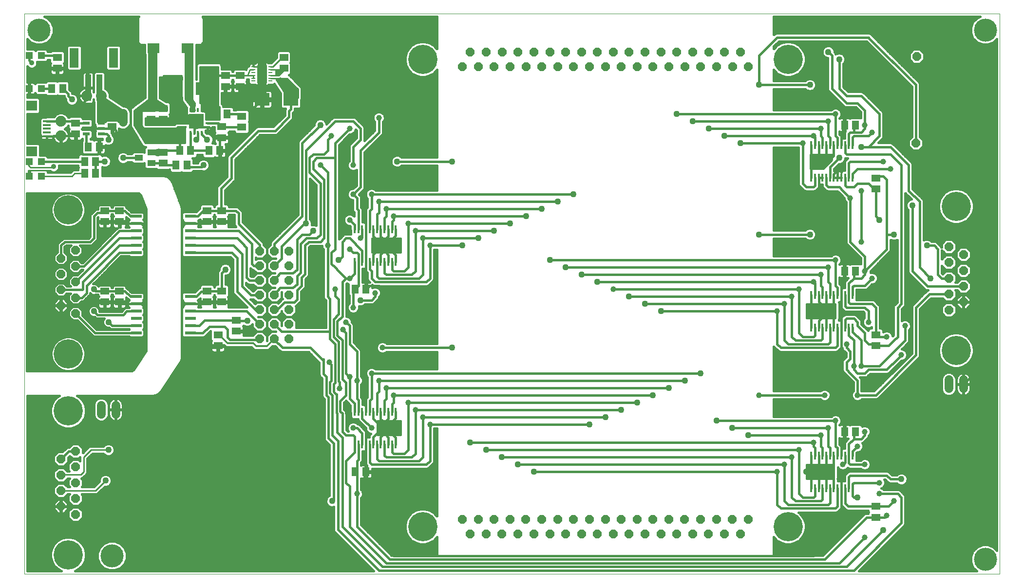
<source format=gtl>
G75*
%MOIN*%
%OFA0B0*%
%FSLAX25Y25*%
%IPPOS*%
%LPD*%
%AMOC8*
5,1,8,0,0,1.08239X$1,22.5*
%
%ADD10C,0.00000*%
%ADD11OC8,0.06000*%
%ADD12C,0.20000*%
%ADD13R,0.01400X0.05800*%
%ADD14R,0.06299X0.05118*%
%ADD15R,0.07800X0.02200*%
%ADD16R,0.05906X0.05118*%
%ADD17R,0.04724X0.02165*%
%ADD18R,0.03937X0.18110*%
%ADD19R,0.06299X0.13386*%
%ADD20R,0.05512X0.01378*%
%ADD21R,0.07480X0.07087*%
%ADD22C,0.07400*%
%ADD23R,0.05118X0.05906*%
%ADD24C,0.06000*%
%ADD25R,0.02756X0.00984*%
%ADD26C,0.01673*%
%ADD27R,0.05118X0.06299*%
%ADD28R,0.04724X0.04724*%
%ADD29R,0.01378X0.03150*%
%ADD30R,0.03150X0.01378*%
%ADD31R,0.09843X0.09843*%
%ADD32R,0.07874X0.06693*%
%ADD33R,0.10236X0.08661*%
%ADD34R,0.05512X0.03937*%
%ADD35C,0.03969*%
%ADD36C,0.01600*%
%ADD37C,0.04362*%
%ADD38C,0.01000*%
%ADD39C,0.03575*%
%ADD40C,0.01200*%
%ADD41C,0.00001*%
%ADD42C,0.15811*%
D10*
X0046800Y0051335D02*
X0046800Y0435036D01*
X0714221Y0435036D01*
X0714221Y0051335D01*
X0046800Y0051335D01*
X0136300Y0338085D02*
X0136300Y0342085D01*
X0138800Y0342585D01*
X0138800Y0337585D01*
X0136300Y0338085D01*
X0218300Y0392835D02*
X0218300Y0396835D01*
X0223550Y0396835D01*
X0223050Y0394835D01*
X0220800Y0392835D01*
X0218300Y0392835D01*
D11*
X0346499Y0398835D03*
X0351899Y0408835D03*
X0362799Y0408835D03*
X0373699Y0408835D03*
X0379099Y0398835D03*
X0368199Y0398835D03*
X0357399Y0398835D03*
X0384499Y0408835D03*
X0395399Y0408835D03*
X0406299Y0408835D03*
X0417099Y0408835D03*
X0427999Y0408835D03*
X0422599Y0398835D03*
X0433399Y0398835D03*
X0444299Y0398835D03*
X0455199Y0398835D03*
X0460599Y0408835D03*
X0449699Y0408835D03*
X0438899Y0408835D03*
X0465999Y0398835D03*
X0476899Y0398835D03*
X0487799Y0398835D03*
X0498699Y0398835D03*
X0509499Y0398835D03*
X0520399Y0398835D03*
X0514999Y0408835D03*
X0525799Y0408835D03*
X0536699Y0408835D03*
X0531299Y0398835D03*
X0542099Y0398835D03*
X0504099Y0408835D03*
X0493199Y0408835D03*
X0482399Y0408835D03*
X0471499Y0408835D03*
X0411699Y0398835D03*
X0400799Y0398835D03*
X0389999Y0398835D03*
X0227800Y0272335D03*
X0217800Y0272335D03*
X0207800Y0272335D03*
X0207800Y0262335D03*
X0217800Y0262335D03*
X0227800Y0262335D03*
X0227800Y0252335D03*
X0217800Y0252335D03*
X0207800Y0252335D03*
X0207800Y0242335D03*
X0217800Y0242335D03*
X0227800Y0242335D03*
X0227800Y0232335D03*
X0217800Y0232335D03*
X0207800Y0232335D03*
X0207800Y0222335D03*
X0217800Y0222335D03*
X0227800Y0222335D03*
X0227800Y0212335D03*
X0217800Y0212335D03*
X0207800Y0212335D03*
X0081800Y0229737D03*
X0071800Y0235137D03*
X0081800Y0240537D03*
X0071800Y0245937D03*
X0081800Y0251337D03*
X0071800Y0256737D03*
X0081800Y0262137D03*
X0071800Y0267537D03*
X0081800Y0272937D03*
X0081800Y0135435D03*
X0071800Y0130035D03*
X0081800Y0124635D03*
X0071800Y0119235D03*
X0081800Y0113835D03*
X0071800Y0108435D03*
X0081800Y0103035D03*
X0071800Y0097635D03*
X0081800Y0092235D03*
X0346499Y0088833D03*
X0357299Y0088833D03*
X0368199Y0088833D03*
X0379099Y0088833D03*
X0389899Y0088833D03*
X0400799Y0088833D03*
X0411699Y0088833D03*
X0422599Y0088833D03*
X0433399Y0088833D03*
X0444299Y0088833D03*
X0455199Y0088833D03*
X0465999Y0088833D03*
X0476899Y0088833D03*
X0487799Y0088833D03*
X0498599Y0088833D03*
X0509499Y0088833D03*
X0520399Y0088833D03*
X0531199Y0088833D03*
X0542099Y0088833D03*
X0536699Y0078833D03*
X0525799Y0078833D03*
X0514899Y0078833D03*
X0504099Y0078833D03*
X0493199Y0078833D03*
X0482299Y0078833D03*
X0471499Y0078833D03*
X0460599Y0078833D03*
X0449699Y0078833D03*
X0438899Y0078833D03*
X0427999Y0078833D03*
X0417099Y0078833D03*
X0406299Y0078833D03*
X0395399Y0078833D03*
X0384499Y0078833D03*
X0373599Y0078833D03*
X0362799Y0078833D03*
X0351899Y0078833D03*
X0679301Y0232236D03*
X0689301Y0237636D03*
X0679301Y0243036D03*
X0689301Y0248436D03*
X0679301Y0253836D03*
X0689301Y0259236D03*
X0679301Y0264636D03*
X0689301Y0270036D03*
X0679301Y0275436D03*
X0656800Y0346335D03*
X0657300Y0405835D03*
D12*
X0569299Y0403835D03*
X0684301Y0303136D03*
X0684301Y0204536D03*
X0569299Y0083833D03*
X0319299Y0083833D03*
X0076800Y0064535D03*
X0076800Y0163135D03*
X0076800Y0202037D03*
X0076800Y0300637D03*
X0319299Y0403835D03*
D13*
X0300902Y0287435D03*
X0298302Y0287435D03*
X0295802Y0287435D03*
X0293202Y0287435D03*
X0290602Y0287435D03*
X0288102Y0287435D03*
X0285502Y0287435D03*
X0283002Y0287435D03*
X0280402Y0287435D03*
X0277802Y0287435D03*
X0275302Y0287435D03*
X0272702Y0287435D03*
X0272702Y0265235D03*
X0275302Y0265235D03*
X0277802Y0265235D03*
X0280402Y0265235D03*
X0283002Y0265235D03*
X0285502Y0265235D03*
X0288102Y0265235D03*
X0290602Y0265235D03*
X0293202Y0265235D03*
X0295802Y0265235D03*
X0298302Y0265235D03*
X0300902Y0265235D03*
X0300898Y0162436D03*
X0298298Y0162436D03*
X0295798Y0162436D03*
X0293198Y0162436D03*
X0290598Y0162436D03*
X0288098Y0162436D03*
X0285498Y0162436D03*
X0282998Y0162436D03*
X0280398Y0162436D03*
X0277798Y0162436D03*
X0275298Y0162436D03*
X0272698Y0162436D03*
X0272698Y0140236D03*
X0275298Y0140236D03*
X0277798Y0140236D03*
X0280398Y0140236D03*
X0282998Y0140236D03*
X0285498Y0140236D03*
X0288098Y0140236D03*
X0290598Y0140236D03*
X0293198Y0140236D03*
X0295798Y0140236D03*
X0298298Y0140236D03*
X0300898Y0140236D03*
X0585201Y0132436D03*
X0587801Y0132436D03*
X0590301Y0132436D03*
X0592901Y0132436D03*
X0595501Y0132436D03*
X0598001Y0132436D03*
X0600601Y0132436D03*
X0603101Y0132436D03*
X0605701Y0132436D03*
X0608301Y0132436D03*
X0610801Y0132436D03*
X0613401Y0132436D03*
X0613401Y0110236D03*
X0610801Y0110236D03*
X0608301Y0110236D03*
X0605701Y0110236D03*
X0603101Y0110236D03*
X0600601Y0110236D03*
X0598001Y0110236D03*
X0595501Y0110236D03*
X0592901Y0110236D03*
X0590301Y0110236D03*
X0587801Y0110236D03*
X0585201Y0110236D03*
X0585202Y0220236D03*
X0587802Y0220236D03*
X0590302Y0220236D03*
X0592902Y0220236D03*
X0595502Y0220236D03*
X0598002Y0220236D03*
X0600602Y0220236D03*
X0603102Y0220236D03*
X0605702Y0220236D03*
X0608302Y0220236D03*
X0610802Y0220236D03*
X0613402Y0220236D03*
X0613402Y0242436D03*
X0610802Y0242436D03*
X0608302Y0242436D03*
X0605702Y0242436D03*
X0603102Y0242436D03*
X0600602Y0242436D03*
X0598002Y0242436D03*
X0595502Y0242436D03*
X0592902Y0242436D03*
X0590302Y0242436D03*
X0587802Y0242436D03*
X0585202Y0242436D03*
X0585202Y0322732D03*
X0587802Y0322732D03*
X0590302Y0322732D03*
X0592902Y0322732D03*
X0595502Y0322732D03*
X0598002Y0322732D03*
X0600602Y0322732D03*
X0603102Y0322732D03*
X0605702Y0322732D03*
X0608302Y0322732D03*
X0610802Y0322732D03*
X0613402Y0322732D03*
X0613402Y0344932D03*
X0610802Y0344932D03*
X0608302Y0344932D03*
X0605702Y0344932D03*
X0603102Y0344932D03*
X0600602Y0344932D03*
X0598002Y0344932D03*
X0595502Y0344932D03*
X0592902Y0344932D03*
X0590302Y0344932D03*
X0587802Y0344932D03*
X0585202Y0344932D03*
D14*
X0629300Y0322573D03*
X0629300Y0315093D03*
X0629298Y0215077D03*
X0629298Y0207597D03*
X0629301Y0097576D03*
X0629301Y0090096D03*
X0191800Y0217593D03*
X0191800Y0225073D03*
X0179300Y0215076D03*
X0179300Y0207596D03*
X0141800Y0332595D03*
X0141800Y0340075D03*
X0181800Y0350095D03*
X0181800Y0357575D03*
X0195550Y0357345D03*
X0195550Y0364825D03*
X0069300Y0397595D03*
X0069300Y0405075D03*
D15*
X0123301Y0296333D03*
X0123301Y0291333D03*
X0123301Y0286333D03*
X0123301Y0281333D03*
X0123301Y0276333D03*
X0123301Y0271333D03*
X0123301Y0266333D03*
X0123301Y0261333D03*
X0123301Y0241334D03*
X0123301Y0236334D03*
X0123301Y0231334D03*
X0123301Y0226334D03*
X0123301Y0221334D03*
X0123301Y0216334D03*
X0123301Y0211334D03*
X0123301Y0206334D03*
X0160301Y0206334D03*
X0160301Y0211334D03*
X0160301Y0216334D03*
X0160301Y0221334D03*
X0160301Y0226334D03*
X0160301Y0231334D03*
X0160301Y0236334D03*
X0160301Y0241334D03*
X0160301Y0261333D03*
X0160301Y0266333D03*
X0160301Y0271333D03*
X0160301Y0276333D03*
X0160301Y0281333D03*
X0160301Y0286333D03*
X0160301Y0291333D03*
X0160301Y0296333D03*
D16*
X0171798Y0292594D03*
X0171798Y0300074D03*
X0181799Y0300074D03*
X0181799Y0292594D03*
X0111800Y0292595D03*
X0111800Y0300075D03*
X0101798Y0300074D03*
X0101798Y0292594D03*
X0101798Y0245075D03*
X0101798Y0237595D03*
X0111799Y0237595D03*
X0111799Y0245075D03*
X0171798Y0245075D03*
X0171798Y0237595D03*
X0181799Y0237595D03*
X0181799Y0245075D03*
X0081800Y0352595D03*
X0081800Y0360075D03*
X0106800Y0357595D03*
X0106800Y0365075D03*
X0133300Y0362595D03*
X0133300Y0370075D03*
X0141800Y0370075D03*
X0141800Y0362595D03*
X0184300Y0385095D03*
X0184300Y0392575D03*
X0194300Y0392575D03*
X0194300Y0385095D03*
X0224300Y0397595D03*
X0224300Y0405075D03*
D17*
X0099418Y0360075D03*
X0099418Y0356335D03*
X0099418Y0352595D03*
X0089180Y0352595D03*
X0089180Y0360075D03*
D18*
X0090363Y0384267D03*
X0098237Y0384267D03*
D19*
X0107686Y0404740D03*
X0080914Y0404740D03*
D20*
X0062236Y0361452D03*
X0062236Y0358893D03*
X0062236Y0356334D03*
X0062236Y0353775D03*
X0062236Y0351216D03*
D21*
X0051803Y0340586D03*
X0051803Y0372082D03*
D22*
X0071799Y0361334D03*
X0071799Y0351334D03*
X0089301Y0378833D03*
X0099301Y0378833D03*
D23*
X0273061Y0246336D03*
X0280542Y0246336D03*
X0280543Y0121334D03*
X0273062Y0121334D03*
X0608058Y0148832D03*
X0615539Y0148832D03*
X0615542Y0258833D03*
X0608062Y0258833D03*
X0608062Y0358834D03*
X0615542Y0358834D03*
D24*
X0679301Y0184336D02*
X0679301Y0178336D01*
X0689301Y0178336D02*
X0689301Y0184336D01*
X0124300Y0360835D02*
X0124300Y0366835D01*
X0114300Y0366835D02*
X0114300Y0360835D01*
X0109301Y0166834D02*
X0109301Y0160834D01*
X0099301Y0160834D02*
X0099301Y0166834D01*
D25*
X0203591Y0388913D03*
X0203591Y0390882D03*
X0203591Y0392850D03*
X0203591Y0394819D03*
X0203591Y0396787D03*
X0203591Y0398756D03*
X0215009Y0398756D03*
X0215009Y0396787D03*
X0215009Y0394819D03*
X0215009Y0392850D03*
X0215009Y0390882D03*
X0215009Y0388913D03*
D26*
X0211810Y0388175D02*
X0211810Y0399495D01*
X0211810Y0388175D02*
X0206790Y0388175D01*
X0206790Y0399495D01*
X0211810Y0399495D01*
X0211810Y0389847D02*
X0206790Y0389847D01*
X0206790Y0391519D02*
X0211810Y0391519D01*
X0211810Y0393191D02*
X0206790Y0393191D01*
X0206790Y0394863D02*
X0211810Y0394863D01*
X0211810Y0396535D02*
X0206790Y0396535D01*
X0206790Y0398207D02*
X0211810Y0398207D01*
D27*
X0185540Y0366335D03*
X0178060Y0366335D03*
X0180540Y0341335D03*
X0173060Y0341335D03*
X0160540Y0341335D03*
X0153060Y0341335D03*
X0150560Y0331335D03*
X0158040Y0331335D03*
X0098040Y0343835D03*
X0090560Y0343835D03*
X0088060Y0333835D03*
X0095540Y0333835D03*
X0095540Y0325585D03*
X0088060Y0325585D03*
X0073040Y0383835D03*
X0065560Y0383835D03*
D28*
X0058434Y0383835D03*
X0050166Y0383835D03*
X0050166Y0406335D03*
X0058434Y0406335D03*
X0058434Y0333835D03*
X0050166Y0333835D03*
X0050166Y0323835D03*
X0058434Y0323835D03*
D29*
X0160461Y0353461D03*
X0163020Y0353461D03*
X0165580Y0353461D03*
X0168139Y0353461D03*
X0168139Y0369209D03*
X0165580Y0369209D03*
X0163020Y0369209D03*
X0160461Y0369209D03*
D30*
X0156426Y0365173D03*
X0156426Y0362614D03*
X0156426Y0360055D03*
X0156426Y0357496D03*
X0172174Y0357496D03*
X0172174Y0360055D03*
X0172174Y0362614D03*
X0172174Y0365173D03*
D31*
X0164300Y0361335D03*
D32*
X0158611Y0411335D03*
X0134989Y0411335D03*
D33*
X0149457Y0383835D03*
X0169143Y0383835D03*
X0209457Y0376335D03*
X0229143Y0376335D03*
D34*
X0133631Y0340075D03*
X0124969Y0336335D03*
X0133631Y0332595D03*
D35*
X0249300Y0331335D03*
X0271800Y0331335D03*
X0271800Y0311335D03*
X0279300Y0303835D03*
X0284300Y0311335D03*
X0289300Y0306335D03*
X0294300Y0301335D03*
X0299300Y0296335D03*
X0309300Y0291335D03*
X0314300Y0286335D03*
X0319300Y0281335D03*
X0324300Y0276335D03*
X0291800Y0276335D03*
X0276800Y0281335D03*
X0269300Y0273835D03*
X0254300Y0276335D03*
X0269300Y0293835D03*
X0269300Y0253835D03*
X0259300Y0246335D03*
X0271800Y0233835D03*
X0266800Y0223835D03*
X0264800Y0218835D03*
X0279300Y0208835D03*
X0291800Y0206335D03*
X0284300Y0188835D03*
X0289300Y0183835D03*
X0294300Y0178835D03*
X0299300Y0173835D03*
X0309300Y0168835D03*
X0314300Y0163835D03*
X0319300Y0158835D03*
X0324300Y0153835D03*
X0291800Y0151335D03*
X0284300Y0151335D03*
X0271800Y0151335D03*
X0266800Y0166335D03*
X0262300Y0178335D03*
X0269300Y0186335D03*
X0274300Y0183835D03*
X0279300Y0178835D03*
X0255300Y0196335D03*
X0286800Y0243835D03*
X0449700Y0246335D03*
X0561800Y0231335D03*
X0566800Y0236335D03*
X0571800Y0241335D03*
X0576800Y0246335D03*
X0586800Y0251335D03*
X0591800Y0256335D03*
X0596800Y0261335D03*
X0601800Y0266335D03*
X0619300Y0278835D03*
X0621800Y0258835D03*
X0626800Y0253835D03*
X0606800Y0251335D03*
X0596800Y0231335D03*
X0624300Y0223835D03*
X0636800Y0213835D03*
X0649300Y0221335D03*
X0646800Y0201335D03*
X0619300Y0193835D03*
X0614300Y0193835D03*
X0605702Y0202433D03*
X0609300Y0208835D03*
X0616800Y0173835D03*
X0594300Y0173835D03*
X0601800Y0156335D03*
X0596800Y0151335D03*
X0591800Y0146335D03*
X0586800Y0141335D03*
X0576800Y0136335D03*
X0571800Y0131335D03*
X0566800Y0126335D03*
X0561800Y0121335D03*
X0604300Y0116335D03*
X0606800Y0126335D03*
X0621800Y0126335D03*
X0616800Y0138835D03*
X0606800Y0141335D03*
X0621800Y0148835D03*
X0631800Y0113835D03*
X0631800Y0106335D03*
X0641800Y0101335D03*
X0636800Y0091335D03*
X0621800Y0076335D03*
X0549300Y0173835D03*
X0611800Y0308835D03*
X0619300Y0313835D03*
X0634300Y0333835D03*
X0639300Y0328835D03*
X0626800Y0353835D03*
X0621800Y0358835D03*
X0606800Y0351335D03*
X0596800Y0361335D03*
X0601800Y0366335D03*
X0591800Y0356335D03*
X0586800Y0351335D03*
X0579300Y0346335D03*
X0594300Y0333835D03*
X0591800Y0313835D03*
X0299300Y0363835D03*
X0289300Y0363835D03*
X0269300Y0356335D03*
X0256800Y0351335D03*
X0274300Y0106335D03*
D36*
X0274300Y0103835D01*
X0274300Y0083835D01*
X0296800Y0061335D01*
X0301800Y0061335D01*
X0299300Y0061335D01*
X0299300Y0063835D02*
X0304300Y0063835D01*
X0301800Y0063835D01*
X0304300Y0063835D02*
X0306800Y0063835D01*
X0561800Y0063835D01*
X0574300Y0063835D01*
X0575701Y0063835D01*
X0584300Y0063835D01*
X0586800Y0063835D01*
X0605701Y0082736D01*
X0605701Y0091335D01*
X0605701Y0110236D01*
X0605701Y0114933D01*
X0604300Y0116335D01*
X0603401Y0116957D02*
X0608001Y0116957D01*
X0608001Y0118393D02*
X0608001Y0115136D01*
X0606773Y0115136D01*
X0606573Y0114936D01*
X0605701Y0114936D01*
X0604830Y0114936D01*
X0604630Y0115136D01*
X0603401Y0115136D01*
X0603401Y0118090D01*
X0603300Y0118335D01*
X0603300Y0124334D01*
X0603308Y0124354D01*
X0603422Y0124078D01*
X0604543Y0122957D01*
X0606007Y0122350D01*
X0607593Y0122350D01*
X0609057Y0122957D01*
X0610137Y0124038D01*
X0610214Y0123961D01*
X0611243Y0123535D01*
X0618965Y0123535D01*
X0619543Y0122957D01*
X0621007Y0122350D01*
X0622593Y0122350D01*
X0624057Y0122957D01*
X0625178Y0124078D01*
X0625784Y0125542D01*
X0625784Y0127127D01*
X0625178Y0128592D01*
X0624057Y0129712D01*
X0622593Y0130319D01*
X0621007Y0130319D01*
X0619543Y0129712D01*
X0618965Y0129135D01*
X0616101Y0129135D01*
X0616101Y0131638D01*
X0616201Y0131879D01*
X0616201Y0134276D01*
X0616776Y0134850D01*
X0617593Y0134850D01*
X0619057Y0135457D01*
X0620178Y0136578D01*
X0620784Y0138042D01*
X0620784Y0139627D01*
X0620178Y0141092D01*
X0620124Y0141145D01*
X0620886Y0141461D01*
X0621674Y0142249D01*
X0624174Y0144749D01*
X0624600Y0145778D01*
X0624600Y0146000D01*
X0625178Y0146578D01*
X0625784Y0148042D01*
X0625784Y0149627D01*
X0625178Y0151092D01*
X0624057Y0152212D01*
X0622593Y0152819D01*
X0621007Y0152819D01*
X0620098Y0152442D01*
X0620098Y0152613D01*
X0618926Y0153785D01*
X0612151Y0153785D01*
X0611639Y0153273D01*
X0611312Y0153462D01*
X0610854Y0153585D01*
X0608538Y0153585D01*
X0608538Y0149312D01*
X0607579Y0149312D01*
X0607579Y0153585D01*
X0605262Y0153585D01*
X0604804Y0153462D01*
X0604600Y0153344D01*
X0604600Y0153500D01*
X0605178Y0154078D01*
X0605784Y0155542D01*
X0605784Y0157127D01*
X0605178Y0158592D01*
X0604057Y0159712D01*
X0602593Y0160319D01*
X0601007Y0160319D01*
X0599543Y0159712D01*
X0598965Y0159135D01*
X0559600Y0159135D01*
X0559600Y0171035D01*
X0591465Y0171035D01*
X0592043Y0170457D01*
X0593507Y0169850D01*
X0595093Y0169850D01*
X0596557Y0170457D01*
X0597678Y0171578D01*
X0598284Y0173042D01*
X0598284Y0174627D01*
X0597678Y0176092D01*
X0596557Y0177212D01*
X0595093Y0177819D01*
X0593507Y0177819D01*
X0592043Y0177212D01*
X0591465Y0176635D01*
X0559600Y0176635D01*
X0559600Y0207075D01*
X0560214Y0206461D01*
X0562714Y0203961D01*
X0563743Y0203535D01*
X0602357Y0203535D01*
X0603386Y0203961D01*
X0604174Y0204749D01*
X0605476Y0206050D01*
X0605808Y0206853D01*
X0605922Y0206578D01*
X0606500Y0206000D01*
X0606500Y0205778D01*
X0606926Y0204749D01*
X0609000Y0202675D01*
X0609000Y0199995D01*
X0607714Y0198708D01*
X0606926Y0197921D01*
X0606500Y0196892D01*
X0606500Y0190778D01*
X0606926Y0189749D01*
X0607714Y0188961D01*
X0609426Y0187249D01*
X0609426Y0187249D01*
X0614000Y0182675D01*
X0614000Y0176669D01*
X0613422Y0176092D01*
X0612816Y0174627D01*
X0612816Y0173042D01*
X0613422Y0171578D01*
X0614543Y0170457D01*
X0616007Y0169850D01*
X0617593Y0169850D01*
X0619057Y0170457D01*
X0619635Y0171035D01*
X0629857Y0171035D01*
X0630886Y0171461D01*
X0658386Y0198961D01*
X0659174Y0199749D01*
X0659600Y0200778D01*
X0659600Y0232675D01*
X0665886Y0238961D01*
X0667161Y0240236D01*
X0675030Y0240236D01*
X0677230Y0238036D01*
X0681372Y0238036D01*
X0684301Y0240965D01*
X0684301Y0245107D01*
X0683772Y0245636D01*
X0685030Y0245636D01*
X0687230Y0243436D01*
X0691372Y0243436D01*
X0694301Y0246365D01*
X0694301Y0250507D01*
X0691372Y0253436D01*
X0687230Y0253436D01*
X0685030Y0251236D01*
X0683772Y0251236D01*
X0684301Y0251765D01*
X0684301Y0255907D01*
X0681372Y0258836D01*
X0677230Y0258836D01*
X0675244Y0256851D01*
X0674600Y0257495D01*
X0674600Y0262266D01*
X0677230Y0259636D01*
X0681372Y0259636D01*
X0684301Y0262565D01*
X0684301Y0266707D01*
X0681372Y0269636D01*
X0677230Y0269636D01*
X0674600Y0267007D01*
X0674600Y0273066D01*
X0677230Y0270436D01*
X0681372Y0270436D01*
X0684301Y0273365D01*
X0684301Y0277507D01*
X0681372Y0280436D01*
X0677230Y0280436D01*
X0674301Y0277507D01*
X0674301Y0275116D01*
X0674174Y0275422D01*
X0673386Y0276210D01*
X0670887Y0278708D01*
X0669858Y0279135D01*
X0667413Y0279135D01*
X0666668Y0279879D01*
X0665132Y0280516D01*
X0663468Y0280516D01*
X0662100Y0279949D01*
X0662100Y0306892D01*
X0661674Y0307921D01*
X0654600Y0314995D01*
X0654600Y0331892D01*
X0654174Y0332921D01*
X0641674Y0345421D01*
X0640886Y0346208D01*
X0639857Y0346635D01*
X0631060Y0346635D01*
X0633386Y0348961D01*
X0634174Y0349749D01*
X0634600Y0350778D01*
X0634600Y0366892D01*
X0634174Y0367921D01*
X0621674Y0380421D01*
X0620886Y0381208D01*
X0619857Y0381635D01*
X0610460Y0381635D01*
X0609174Y0382921D01*
X0607924Y0384171D01*
X0607100Y0384995D01*
X0607100Y0400722D01*
X0607845Y0401466D01*
X0608481Y0403003D01*
X0608481Y0404666D01*
X0607845Y0406203D01*
X0606668Y0407379D01*
X0605132Y0408016D01*
X0603468Y0408016D01*
X0601932Y0407379D01*
X0601908Y0407356D01*
X0601674Y0407921D01*
X0600981Y0408613D01*
X0600981Y0409666D01*
X0600345Y0411203D01*
X0599168Y0412379D01*
X0597632Y0413016D01*
X0595968Y0413016D01*
X0594432Y0412379D01*
X0593255Y0411203D01*
X0592619Y0409666D01*
X0592619Y0408003D01*
X0593255Y0406466D01*
X0594432Y0405290D01*
X0595968Y0404654D01*
X0596500Y0404654D01*
X0596500Y0383278D01*
X0596926Y0382249D01*
X0597714Y0381461D01*
X0606926Y0372249D01*
X0606926Y0372249D01*
X0607714Y0371461D01*
X0608743Y0371035D01*
X0615640Y0371035D01*
X0619000Y0367675D01*
X0619000Y0363716D01*
X0618930Y0363786D01*
X0612155Y0363786D01*
X0611643Y0363275D01*
X0611316Y0363464D01*
X0610858Y0363586D01*
X0608541Y0363586D01*
X0608541Y0359313D01*
X0607582Y0359313D01*
X0607582Y0363586D01*
X0605266Y0363586D01*
X0604808Y0363464D01*
X0604600Y0363344D01*
X0604600Y0363500D01*
X0605178Y0364078D01*
X0605784Y0365542D01*
X0605784Y0367127D01*
X0605178Y0368592D01*
X0604057Y0369712D01*
X0602593Y0370319D01*
X0601007Y0370319D01*
X0599543Y0369712D01*
X0598940Y0369110D01*
X0559600Y0369110D01*
X0559600Y0383535D01*
X0581187Y0383535D01*
X0581932Y0382790D01*
X0583468Y0382154D01*
X0585132Y0382154D01*
X0586668Y0382790D01*
X0587845Y0383966D01*
X0588481Y0385503D01*
X0588481Y0387166D01*
X0587845Y0388703D01*
X0586668Y0389879D01*
X0585132Y0390516D01*
X0583468Y0390516D01*
X0581932Y0389879D01*
X0581187Y0389135D01*
X0559600Y0389135D01*
X0559600Y0396635D01*
X0559697Y0396467D01*
X0561931Y0394233D01*
X0564668Y0392653D01*
X0567720Y0391835D01*
X0570879Y0391835D01*
X0573931Y0392653D01*
X0576668Y0394233D01*
X0578902Y0396467D01*
X0580482Y0399203D01*
X0581299Y0402255D01*
X0581299Y0405415D01*
X0580482Y0408467D01*
X0578902Y0411203D01*
X0576668Y0413438D01*
X0573931Y0415018D01*
X0570879Y0415835D01*
X0567720Y0415835D01*
X0564668Y0415018D01*
X0561931Y0413438D01*
X0559697Y0411203D01*
X0559600Y0411035D01*
X0559600Y0412675D01*
X0562960Y0416035D01*
X0623140Y0416035D01*
X0654000Y0385175D01*
X0654000Y0350606D01*
X0651800Y0348406D01*
X0651800Y0344264D01*
X0654729Y0341335D01*
X0658871Y0341335D01*
X0661800Y0344264D01*
X0661800Y0348406D01*
X0659600Y0350606D01*
X0659600Y0386892D01*
X0659174Y0387921D01*
X0658386Y0388708D01*
X0626967Y0420128D01*
X0626630Y0420465D01*
X0626179Y0420916D01*
X0626038Y0421056D01*
X0624642Y0421635D01*
X0561243Y0421635D01*
X0560214Y0421208D01*
X0559600Y0420595D01*
X0559600Y0433036D01*
X0700628Y0433036D01*
X0698689Y0432232D01*
X0695903Y0429446D01*
X0694394Y0425805D01*
X0694394Y0421864D01*
X0695903Y0418224D01*
X0698689Y0415437D01*
X0702330Y0413929D01*
X0706270Y0413929D01*
X0709911Y0415437D01*
X0712221Y0417748D01*
X0712221Y0067422D01*
X0709911Y0069732D01*
X0706270Y0071240D01*
X0702330Y0071240D01*
X0698689Y0069732D01*
X0695903Y0066946D01*
X0694394Y0063305D01*
X0694394Y0059364D01*
X0695903Y0055724D01*
X0698292Y0053335D01*
X0617760Y0053335D01*
X0649174Y0084749D01*
X0649600Y0085778D01*
X0649600Y0104392D01*
X0649174Y0105421D01*
X0646674Y0107921D01*
X0645886Y0108708D01*
X0644857Y0109135D01*
X0634635Y0109135D01*
X0634057Y0109712D01*
X0633158Y0110085D01*
X0634057Y0110457D01*
X0635178Y0111578D01*
X0635784Y0113042D01*
X0635784Y0114627D01*
X0635201Y0116035D01*
X0635640Y0116035D01*
X0636926Y0114749D01*
X0637714Y0113961D01*
X0638743Y0113535D01*
X0643687Y0113535D01*
X0644432Y0112790D01*
X0645968Y0112154D01*
X0647632Y0112154D01*
X0649168Y0112790D01*
X0650345Y0113966D01*
X0650981Y0115503D01*
X0650981Y0117166D01*
X0650345Y0118703D01*
X0649168Y0119879D01*
X0647632Y0120516D01*
X0645968Y0120516D01*
X0644432Y0119879D01*
X0643687Y0119135D01*
X0640460Y0119135D01*
X0638386Y0121208D01*
X0637357Y0121635D01*
X0611243Y0121635D01*
X0610214Y0121208D01*
X0609426Y0120421D01*
X0608428Y0119422D01*
X0608001Y0118393D01*
X0608069Y0118556D02*
X0603300Y0118556D01*
X0603300Y0120154D02*
X0609160Y0120154D01*
X0610801Y0117836D02*
X0611800Y0118835D01*
X0636800Y0118835D01*
X0639300Y0116335D01*
X0646800Y0116335D01*
X0645096Y0120154D02*
X0639440Y0120154D01*
X0636316Y0115359D02*
X0635481Y0115359D01*
X0635784Y0113760D02*
X0638198Y0113760D01*
X0635420Y0112162D02*
X0645949Y0112162D01*
X0647651Y0112162D02*
X0712221Y0112162D01*
X0712221Y0113760D02*
X0650139Y0113760D01*
X0650921Y0115359D02*
X0712221Y0115359D01*
X0712221Y0116957D02*
X0650981Y0116957D01*
X0650406Y0118556D02*
X0712221Y0118556D01*
X0712221Y0120154D02*
X0648504Y0120154D01*
X0645267Y0108965D02*
X0712221Y0108965D01*
X0712221Y0110563D02*
X0634163Y0110563D01*
X0631800Y0113835D02*
X0629300Y0113835D01*
X0614300Y0113835D01*
X0613401Y0112936D01*
X0613401Y0110236D01*
X0613401Y0104733D01*
X0614300Y0103835D01*
X0616800Y0103835D01*
X0610801Y0110236D02*
X0610801Y0115336D01*
X0610801Y0117836D01*
X0608001Y0115359D02*
X0603401Y0115359D01*
X0605701Y0114936D02*
X0605701Y0114065D01*
X0605701Y0114065D01*
X0605701Y0114065D01*
X0605701Y0114936D01*
X0603101Y0110236D02*
X0603101Y0097636D01*
X0601800Y0096335D01*
X0564300Y0096335D01*
X0561800Y0098835D01*
X0561800Y0121335D01*
X0395425Y0121335D01*
X0384475Y0126310D02*
X0551800Y0126335D01*
X0566800Y0126335D01*
X0566800Y0101335D01*
X0569300Y0098835D01*
X0596800Y0098835D01*
X0598001Y0100036D01*
X0598001Y0110236D01*
X0595501Y0110236D02*
X0595501Y0117633D01*
X0595501Y0120133D01*
X0594300Y0121335D01*
X0595501Y0122536D01*
X0595501Y0132436D01*
X0595501Y0127536D01*
X0590301Y0127833D02*
X0590301Y0122336D01*
X0589300Y0121335D01*
X0590301Y0120333D01*
X0590301Y0117336D01*
X0590301Y0110236D01*
X0587801Y0110236D02*
X0587801Y0104836D01*
X0586800Y0103835D01*
X0579300Y0103835D01*
X0576800Y0106335D01*
X0576800Y0136335D01*
X0362800Y0136335D01*
X0373600Y0131335D02*
X0571800Y0131335D01*
X0571800Y0103835D01*
X0574300Y0101335D01*
X0591800Y0101335D01*
X0592901Y0102436D01*
X0592901Y0110236D01*
X0585201Y0110236D02*
X0585201Y0117236D01*
X0585201Y0120433D01*
X0584300Y0121335D01*
X0585201Y0122236D01*
X0585201Y0125433D01*
X0585201Y0132436D01*
X0587801Y0132436D02*
X0587801Y0137833D01*
X0586800Y0138835D01*
X0586800Y0141335D01*
X0351900Y0141335D01*
X0329000Y0140935D02*
X0327100Y0140935D01*
X0327100Y0142534D02*
X0329000Y0142534D01*
X0329000Y0144132D02*
X0327100Y0144132D01*
X0327100Y0145731D02*
X0329000Y0145731D01*
X0329000Y0147329D02*
X0327100Y0147329D01*
X0327100Y0148928D02*
X0329000Y0148928D01*
X0329000Y0150526D02*
X0327100Y0150526D01*
X0327100Y0151000D02*
X0327135Y0151035D01*
X0329000Y0151035D01*
X0329000Y0091031D01*
X0328902Y0091201D01*
X0326668Y0093436D01*
X0323931Y0095016D01*
X0320879Y0095833D01*
X0317720Y0095833D01*
X0314668Y0095016D01*
X0311931Y0093436D01*
X0309697Y0091201D01*
X0308117Y0088465D01*
X0307299Y0085413D01*
X0307299Y0082253D01*
X0308117Y0079201D01*
X0309697Y0076465D01*
X0311931Y0074231D01*
X0314668Y0072651D01*
X0317720Y0071833D01*
X0320879Y0071833D01*
X0323931Y0072651D01*
X0326668Y0074231D01*
X0328902Y0076465D01*
X0329000Y0076635D01*
X0329000Y0064135D01*
X0297960Y0064135D01*
X0277100Y0084995D01*
X0277100Y0103500D01*
X0277678Y0104078D01*
X0278284Y0105542D01*
X0278284Y0107127D01*
X0277678Y0108592D01*
X0277100Y0109169D01*
X0277100Y0116813D01*
X0277289Y0116704D01*
X0277747Y0116581D01*
X0280063Y0116581D01*
X0280063Y0120854D01*
X0281022Y0120854D01*
X0281022Y0116581D01*
X0283339Y0116581D01*
X0283796Y0116704D01*
X0284207Y0116941D01*
X0284542Y0117276D01*
X0284779Y0117686D01*
X0284902Y0118144D01*
X0284902Y0120854D01*
X0281022Y0120854D01*
X0281022Y0121813D01*
X0284902Y0121813D01*
X0284902Y0123535D01*
X0322357Y0123535D01*
X0323386Y0123961D01*
X0325886Y0126461D01*
X0326674Y0127249D01*
X0327100Y0128278D01*
X0327100Y0151000D01*
X0324300Y0153835D02*
X0324300Y0128835D01*
X0321800Y0126335D01*
X0284300Y0126335D01*
X0282998Y0127637D01*
X0282998Y0140236D01*
X0285498Y0140236D02*
X0285498Y0145033D01*
X0291800Y0151335D01*
X0294300Y0151335D01*
X0300898Y0144737D01*
X0300898Y0140236D01*
X0298298Y0140236D02*
X0298298Y0134837D01*
X0299300Y0133835D01*
X0306800Y0133835D01*
X0309300Y0136335D01*
X0309300Y0168835D01*
X0466000Y0168835D01*
X0476900Y0173835D02*
X0299300Y0173835D01*
X0299300Y0168835D01*
X0298298Y0167833D01*
X0298298Y0162436D01*
X0295798Y0162436D02*
X0295798Y0157833D01*
X0294300Y0156335D01*
X0294300Y0153835D01*
X0291800Y0151335D01*
X0294300Y0148835D01*
X0294300Y0146335D01*
X0295798Y0144837D01*
X0295798Y0140236D01*
X0293198Y0140236D02*
X0293198Y0132437D01*
X0294300Y0131335D01*
X0311800Y0131335D01*
X0314300Y0133835D01*
X0314300Y0163835D01*
X0455200Y0163835D01*
X0444300Y0158835D02*
X0319300Y0158835D01*
X0319300Y0131335D01*
X0316800Y0128835D01*
X0289300Y0128835D01*
X0288098Y0130037D01*
X0288098Y0140236D01*
X0290598Y0140236D02*
X0290598Y0145133D01*
X0291800Y0146335D01*
X0291800Y0151335D01*
X0291800Y0156335D01*
X0290598Y0157537D01*
X0290598Y0162436D01*
X0288098Y0162436D02*
X0288098Y0175133D01*
X0289300Y0176335D01*
X0289300Y0183835D01*
X0498650Y0183835D01*
X0509475Y0188810D02*
X0336800Y0188835D01*
X0284300Y0188835D01*
X0284300Y0171335D01*
X0282998Y0170033D01*
X0282998Y0162436D01*
X0285498Y0162436D02*
X0285498Y0157637D01*
X0291800Y0151335D01*
X0294300Y0151335D02*
X0300898Y0157933D01*
X0300898Y0162436D01*
X0293198Y0162436D02*
X0293198Y0170233D01*
X0294300Y0171335D01*
X0294300Y0178835D01*
X0487800Y0178835D01*
X0520400Y0156335D02*
X0601800Y0156335D01*
X0601800Y0153835D01*
X0601800Y0138835D01*
X0602999Y0137636D01*
X0603101Y0137636D01*
X0603101Y0132436D01*
X0600601Y0132436D02*
X0600601Y0125136D01*
X0596800Y0121335D01*
X0594300Y0121335D01*
X0591800Y0121335D01*
X0589300Y0121335D02*
X0594300Y0121335D01*
X0589300Y0121335D01*
X0584300Y0121335D01*
X0581800Y0121335D01*
X0590301Y0127833D02*
X0590301Y0132436D01*
X0592901Y0132436D02*
X0592901Y0137733D01*
X0591800Y0138835D01*
X0591800Y0146335D01*
X0542100Y0146335D01*
X0531200Y0151335D02*
X0596800Y0151335D01*
X0596800Y0138835D01*
X0598001Y0137633D01*
X0598001Y0132436D01*
X0605701Y0132436D02*
X0605701Y0140236D01*
X0606800Y0141335D01*
X0608058Y0142593D01*
X0608058Y0148832D01*
X0607579Y0148353D02*
X0608538Y0148353D01*
X0608538Y0144079D01*
X0610585Y0144079D01*
X0608428Y0141922D01*
X0608001Y0140893D01*
X0608001Y0137336D01*
X0606773Y0137336D01*
X0606573Y0137136D01*
X0605901Y0137136D01*
X0605901Y0138193D01*
X0605475Y0139222D01*
X0604687Y0140010D01*
X0604600Y0140046D01*
X0604600Y0144320D01*
X0604804Y0144202D01*
X0605262Y0144079D01*
X0607579Y0144079D01*
X0607579Y0148353D01*
X0607579Y0147329D02*
X0608538Y0147329D01*
X0608538Y0145731D02*
X0607579Y0145731D01*
X0607579Y0144132D02*
X0608538Y0144132D01*
X0609039Y0142534D02*
X0604600Y0142534D01*
X0604600Y0144132D02*
X0605066Y0144132D01*
X0604600Y0140935D02*
X0608019Y0140935D01*
X0608001Y0139336D02*
X0605361Y0139336D01*
X0605901Y0137738D02*
X0608001Y0137738D01*
X0610801Y0140336D02*
X0610801Y0132436D01*
X0610801Y0127333D01*
X0611800Y0126335D01*
X0621800Y0126335D01*
X0625539Y0124950D02*
X0712221Y0124950D01*
X0712221Y0126548D02*
X0625784Y0126548D01*
X0625362Y0128147D02*
X0712221Y0128147D01*
X0712221Y0129745D02*
X0623977Y0129745D01*
X0619623Y0129745D02*
X0616101Y0129745D01*
X0616101Y0131344D02*
X0712221Y0131344D01*
X0712221Y0132942D02*
X0616201Y0132942D01*
X0616466Y0134541D02*
X0712221Y0134541D01*
X0712221Y0136139D02*
X0619739Y0136139D01*
X0620658Y0137738D02*
X0712221Y0137738D01*
X0712221Y0139336D02*
X0620784Y0139336D01*
X0620243Y0140935D02*
X0712221Y0140935D01*
X0712221Y0142534D02*
X0621959Y0142534D01*
X0623557Y0144132D02*
X0712221Y0144132D01*
X0712221Y0145731D02*
X0624580Y0145731D01*
X0625489Y0147329D02*
X0712221Y0147329D01*
X0712221Y0148928D02*
X0625784Y0148928D01*
X0625412Y0150526D02*
X0712221Y0150526D01*
X0712221Y0152125D02*
X0624145Y0152125D01*
X0621800Y0148835D02*
X0621800Y0146335D01*
X0619300Y0143835D01*
X0614300Y0143835D01*
X0614300Y0147594D01*
X0615539Y0148832D01*
X0614300Y0143835D02*
X0610801Y0140336D01*
X0613401Y0135436D02*
X0616800Y0138835D01*
X0613401Y0135436D02*
X0613401Y0132436D01*
X0608301Y0132436D02*
X0608301Y0127836D01*
X0606800Y0126335D01*
X0609451Y0123351D02*
X0619149Y0123351D01*
X0624451Y0123351D02*
X0712221Y0123351D01*
X0712221Y0121753D02*
X0603300Y0121753D01*
X0603300Y0123351D02*
X0604149Y0123351D01*
X0600601Y0117533D02*
X0596800Y0121335D01*
X0600601Y0117533D02*
X0600601Y0110236D01*
X0608301Y0110236D02*
X0608301Y0099833D01*
X0610542Y0097593D01*
X0629301Y0097576D01*
X0635542Y0097576D01*
X0638042Y0097576D01*
X0641800Y0101335D01*
X0644300Y0106335D02*
X0631800Y0106335D01*
X0644300Y0106335D02*
X0646800Y0103835D01*
X0646800Y0086335D01*
X0614300Y0053835D01*
X0609300Y0053835D01*
X0576800Y0053835D01*
X0301800Y0053835D01*
X0291800Y0053835D01*
X0289300Y0053835D01*
X0261300Y0081835D01*
X0261300Y0142335D01*
X0257300Y0146335D01*
X0257300Y0167835D01*
X0257300Y0173835D01*
X0256300Y0174835D01*
X0255800Y0175335D01*
X0255800Y0182835D01*
X0256800Y0183835D01*
X0256800Y0194835D01*
X0255300Y0196335D01*
X0251300Y0197335D02*
X0242300Y0206335D01*
X0237300Y0206335D01*
X0223300Y0206335D01*
X0217800Y0211835D01*
X0217800Y0212335D01*
X0214459Y0216065D02*
X0211141Y0216065D01*
X0209871Y0217335D02*
X0212800Y0214406D01*
X0212800Y0211012D01*
X0212800Y0211012D01*
X0212800Y0214406D01*
X0215729Y0217335D01*
X0218840Y0217335D01*
X0218840Y0217335D01*
X0215729Y0217335D01*
X0212800Y0220264D01*
X0212800Y0224406D01*
X0209871Y0227335D01*
X0212800Y0230264D01*
X0212800Y0234406D01*
X0209871Y0237335D01*
X0212800Y0240264D01*
X0215729Y0237335D01*
X0219871Y0237335D01*
X0222800Y0240264D01*
X0223314Y0239750D01*
X0223214Y0239708D01*
X0222426Y0238921D01*
X0220356Y0236850D01*
X0219871Y0237335D01*
X0215729Y0237335D01*
X0212800Y0234406D01*
X0212800Y0230264D01*
X0215729Y0227335D01*
X0219871Y0227335D01*
X0222800Y0230264D01*
X0225729Y0227335D01*
X0229871Y0227335D01*
X0232800Y0230264D01*
X0232800Y0234406D01*
X0232433Y0234773D01*
X0232886Y0234961D01*
X0234886Y0236961D01*
X0235674Y0237749D01*
X0236100Y0238778D01*
X0236100Y0244675D01*
X0237886Y0246461D01*
X0238674Y0247249D01*
X0239100Y0248278D01*
X0239100Y0253175D01*
X0239886Y0253961D01*
X0240386Y0254461D01*
X0241174Y0255249D01*
X0241600Y0256278D01*
X0241600Y0275175D01*
X0242460Y0276035D01*
X0249857Y0276035D01*
X0250316Y0276225D01*
X0250316Y0275542D01*
X0250922Y0274078D01*
X0251500Y0273500D01*
X0251500Y0240778D01*
X0251926Y0239749D01*
X0253000Y0238675D01*
X0253000Y0220135D01*
X0232671Y0220135D01*
X0232800Y0220264D01*
X0232800Y0224406D01*
X0229871Y0227335D01*
X0225729Y0227335D01*
X0222800Y0224406D01*
X0219871Y0227335D01*
X0215729Y0227335D01*
X0212800Y0224406D01*
X0212800Y0220264D01*
X0209871Y0217335D01*
X0205729Y0217335D01*
X0202800Y0220264D01*
X0202800Y0222422D01*
X0201668Y0221290D01*
X0200132Y0220654D01*
X0198468Y0220654D01*
X0196932Y0221290D01*
X0196743Y0221479D01*
X0196438Y0221174D01*
X0196627Y0220847D01*
X0196750Y0220389D01*
X0196750Y0218072D01*
X0192280Y0218072D01*
X0192280Y0217113D01*
X0196750Y0217113D01*
X0196750Y0214797D01*
X0196706Y0214635D01*
X0203029Y0214635D01*
X0205729Y0217335D01*
X0209871Y0217335D01*
X0210200Y0217664D02*
X0215400Y0217664D01*
X0213802Y0219262D02*
X0211798Y0219262D01*
X0212800Y0220861D02*
X0212800Y0220861D01*
X0212800Y0222459D02*
X0212800Y0222459D01*
X0212800Y0224058D02*
X0212800Y0224058D01*
X0211550Y0225656D02*
X0214050Y0225656D01*
X0215649Y0227255D02*
X0209951Y0227255D01*
X0209871Y0227335D02*
X0206760Y0227335D01*
X0206760Y0227335D01*
X0209871Y0227335D01*
X0211389Y0228853D02*
X0214211Y0228853D01*
X0212800Y0230452D02*
X0212800Y0230452D01*
X0212800Y0232050D02*
X0212800Y0232050D01*
X0212800Y0233649D02*
X0212800Y0233649D01*
X0211959Y0235247D02*
X0213641Y0235247D01*
X0215240Y0236846D02*
X0210360Y0236846D01*
X0209871Y0237335D02*
X0205729Y0237335D01*
X0203529Y0239535D01*
X0201560Y0239535D01*
X0201674Y0239421D01*
X0204744Y0236350D01*
X0205729Y0237335D01*
X0209871Y0237335D01*
X0210980Y0238444D02*
X0214619Y0238444D01*
X0213021Y0240043D02*
X0212579Y0240043D01*
X0212800Y0240264D02*
X0212800Y0244406D01*
X0212800Y0240264D01*
X0212800Y0241641D02*
X0212800Y0241641D01*
X0212800Y0243240D02*
X0212800Y0243240D01*
X0212800Y0244406D02*
X0215729Y0247335D01*
X0218054Y0247335D01*
X0218054Y0247335D01*
X0215729Y0247335D01*
X0212800Y0250264D01*
X0212800Y0254406D01*
X0215729Y0257335D01*
X0218054Y0257335D01*
X0218054Y0257335D01*
X0215729Y0257335D01*
X0212800Y0260264D01*
X0212800Y0264406D01*
X0215729Y0267335D01*
X0218840Y0267335D01*
X0215729Y0267335D01*
X0212800Y0270264D01*
X0212800Y0274406D01*
X0215000Y0276606D01*
X0215000Y0277892D01*
X0215426Y0278921D01*
X0234000Y0297495D01*
X0234000Y0346892D01*
X0234426Y0347921D01*
X0245119Y0358613D01*
X0245119Y0359666D01*
X0245755Y0361203D01*
X0246932Y0362379D01*
X0248468Y0363016D01*
X0250132Y0363016D01*
X0251668Y0362379D01*
X0252845Y0361203D01*
X0253481Y0359666D01*
X0253481Y0359476D01*
X0256926Y0362921D01*
X0256926Y0362921D01*
X0257714Y0363708D01*
X0258743Y0364135D01*
X0272357Y0364135D01*
X0273386Y0363708D01*
X0274174Y0362921D01*
X0274174Y0362921D01*
X0279174Y0357921D01*
X0279600Y0356892D01*
X0279600Y0348278D01*
X0279470Y0347965D01*
X0286500Y0354995D01*
X0286500Y0361000D01*
X0285922Y0361578D01*
X0285316Y0363042D01*
X0285316Y0364627D01*
X0285922Y0366092D01*
X0287043Y0367212D01*
X0288507Y0367819D01*
X0290093Y0367819D01*
X0291557Y0367212D01*
X0292678Y0366092D01*
X0293284Y0364627D01*
X0293284Y0363042D01*
X0292678Y0361578D01*
X0292100Y0361000D01*
X0292100Y0353278D01*
X0291674Y0352249D01*
X0279600Y0340175D01*
X0279600Y0315778D01*
X0279174Y0314749D01*
X0275784Y0311359D01*
X0275784Y0311310D01*
X0275886Y0311208D01*
X0275886Y0311208D01*
X0276674Y0310421D01*
X0277100Y0309392D01*
X0277100Y0302495D01*
X0277676Y0301919D01*
X0278102Y0300889D01*
X0278102Y0292335D01*
X0279331Y0292335D01*
X0279531Y0292135D01*
X0280202Y0292135D01*
X0280202Y0300594D01*
X0280628Y0301623D01*
X0281416Y0302411D01*
X0281416Y0302411D01*
X0281500Y0302495D01*
X0281500Y0308500D01*
X0280922Y0309078D01*
X0280316Y0310542D01*
X0280316Y0312127D01*
X0280922Y0313592D01*
X0282043Y0314712D01*
X0283507Y0315319D01*
X0285093Y0315319D01*
X0286557Y0314712D01*
X0287135Y0314135D01*
X0329000Y0314135D01*
X0329000Y0331035D01*
X0304913Y0331035D01*
X0304168Y0330290D01*
X0302632Y0329654D01*
X0300968Y0329654D01*
X0299432Y0330290D01*
X0298255Y0331466D01*
X0297619Y0333003D01*
X0297619Y0334666D01*
X0298255Y0336203D01*
X0299432Y0337379D01*
X0300968Y0338016D01*
X0302632Y0338016D01*
X0304168Y0337379D01*
X0304913Y0336635D01*
X0329000Y0336635D01*
X0329000Y0396637D01*
X0328902Y0396467D01*
X0326668Y0394233D01*
X0323931Y0392653D01*
X0320879Y0391835D01*
X0317720Y0391835D01*
X0314668Y0392653D01*
X0311931Y0394233D01*
X0309697Y0396467D01*
X0308117Y0399203D01*
X0307299Y0402255D01*
X0307299Y0405415D01*
X0308117Y0408467D01*
X0309697Y0411203D01*
X0311931Y0413438D01*
X0314668Y0415018D01*
X0317720Y0415835D01*
X0320879Y0415835D01*
X0323931Y0415018D01*
X0326668Y0413438D01*
X0328902Y0411203D01*
X0329000Y0411033D01*
X0329000Y0433036D01*
X0168635Y0433036D01*
X0168919Y0432751D01*
X0169300Y0431832D01*
X0169300Y0415837D01*
X0168919Y0414919D01*
X0168216Y0414215D01*
X0167297Y0413835D01*
X0164548Y0413835D01*
X0164548Y0407160D01*
X0164300Y0406912D01*
X0164300Y0390165D01*
X0164300Y0390165D01*
X0164300Y0399332D01*
X0164681Y0400251D01*
X0165384Y0400954D01*
X0166303Y0401335D01*
X0179797Y0401335D01*
X0180716Y0400954D01*
X0181419Y0400251D01*
X0181800Y0399332D01*
X0181800Y0397134D01*
X0188081Y0397134D01*
X0189253Y0395962D01*
X0189253Y0395375D01*
X0189347Y0395375D01*
X0189347Y0395962D01*
X0190519Y0397134D01*
X0198081Y0397134D01*
X0198347Y0396868D01*
X0198513Y0397276D01*
X0198513Y0397285D01*
X0198700Y0397737D01*
X0198884Y0398190D01*
X0198890Y0398196D01*
X0198893Y0398204D01*
X0199239Y0398550D01*
X0199583Y0398898D01*
X0199590Y0398901D01*
X0199596Y0398907D01*
X0200049Y0399094D01*
X0200413Y0399248D01*
X0200413Y0399485D01*
X0200536Y0399943D01*
X0200773Y0400353D01*
X0201108Y0400688D01*
X0201519Y0400925D01*
X0201976Y0401048D01*
X0203591Y0401048D01*
X0203591Y0399287D01*
X0203591Y0399287D01*
X0203591Y0401048D01*
X0204657Y0401048D01*
X0204742Y0401175D01*
X0205109Y0401542D01*
X0205541Y0401831D01*
X0206021Y0402029D01*
X0206530Y0402131D01*
X0208500Y0402131D01*
X0208500Y0394635D01*
X0210100Y0394635D01*
X0210100Y0402131D01*
X0212070Y0402131D01*
X0212579Y0402029D01*
X0213059Y0401831D01*
X0213491Y0401542D01*
X0213785Y0401248D01*
X0214492Y0401248D01*
X0214511Y0401256D01*
X0215686Y0401256D01*
X0217181Y0402751D01*
X0219347Y0404918D01*
X0219347Y0408462D01*
X0220519Y0409634D01*
X0228081Y0409634D01*
X0229253Y0408462D01*
X0229253Y0401687D01*
X0228900Y0401335D01*
X0229253Y0400982D01*
X0229253Y0394207D01*
X0228081Y0393036D01*
X0227770Y0393036D01*
X0227966Y0392954D01*
X0235466Y0385454D01*
X0236169Y0384751D01*
X0236550Y0383832D01*
X0236550Y0377664D01*
X0236593Y0377502D01*
X0236550Y0377171D01*
X0236550Y0376837D01*
X0236486Y0376682D01*
X0236464Y0376516D01*
X0236297Y0376227D01*
X0236261Y0376139D01*
X0236261Y0371176D01*
X0235089Y0370004D01*
X0231943Y0370004D01*
X0231943Y0369120D01*
X0231516Y0368091D01*
X0230600Y0367175D01*
X0230600Y0363778D01*
X0230174Y0362749D01*
X0220674Y0353249D01*
X0219886Y0352461D01*
X0218857Y0352035D01*
X0207960Y0352035D01*
X0191100Y0335175D01*
X0191100Y0321778D01*
X0190674Y0320749D01*
X0184100Y0314175D01*
X0184100Y0304633D01*
X0185580Y0304633D01*
X0186752Y0303462D01*
X0186752Y0302874D01*
X0192118Y0302874D01*
X0193147Y0302448D01*
X0194886Y0300708D01*
X0195674Y0299921D01*
X0196100Y0298892D01*
X0196100Y0292495D01*
X0196174Y0292421D01*
X0210174Y0278421D01*
X0210600Y0277392D01*
X0210600Y0276606D01*
X0212800Y0274406D01*
X0212800Y0270264D01*
X0209871Y0267335D01*
X0205729Y0267335D01*
X0205100Y0267964D01*
X0205100Y0266706D01*
X0205729Y0267335D01*
X0209871Y0267335D01*
X0212800Y0264406D01*
X0212800Y0260264D01*
X0209871Y0257335D01*
X0205729Y0257335D01*
X0203529Y0259535D01*
X0203243Y0259535D01*
X0202214Y0259961D01*
X0201600Y0260575D01*
X0201600Y0255495D01*
X0201960Y0255135D01*
X0203529Y0255135D01*
X0205729Y0257335D01*
X0209871Y0257335D01*
X0212800Y0254406D01*
X0212800Y0250264D01*
X0209871Y0247335D01*
X0205729Y0247335D01*
X0203529Y0249535D01*
X0200243Y0249535D01*
X0199214Y0249961D01*
X0198600Y0250575D01*
X0198600Y0249495D01*
X0202960Y0245135D01*
X0203529Y0245135D01*
X0205729Y0247335D01*
X0209871Y0247335D01*
X0212800Y0244406D01*
X0212368Y0244838D02*
X0213232Y0244838D01*
X0214831Y0246437D02*
X0210769Y0246437D01*
X0210572Y0248035D02*
X0215028Y0248035D01*
X0213430Y0249634D02*
X0212170Y0249634D01*
X0212800Y0251232D02*
X0212800Y0251232D01*
X0212800Y0252831D02*
X0212800Y0252831D01*
X0212776Y0254429D02*
X0212824Y0254429D01*
X0214422Y0256028D02*
X0211178Y0256028D01*
X0210163Y0257626D02*
X0215437Y0257626D01*
X0213839Y0259225D02*
X0211761Y0259225D01*
X0212800Y0260823D02*
X0212800Y0260823D01*
X0212800Y0262422D02*
X0212800Y0262422D01*
X0212800Y0264020D02*
X0212800Y0264020D01*
X0211587Y0265619D02*
X0214013Y0265619D01*
X0215612Y0267217D02*
X0209988Y0267217D01*
X0211352Y0268816D02*
X0214248Y0268816D01*
X0212800Y0270414D02*
X0212800Y0270414D01*
X0212800Y0272013D02*
X0212800Y0272013D01*
X0212800Y0273611D02*
X0212800Y0273611D01*
X0211996Y0275210D02*
X0213604Y0275210D01*
X0215000Y0276808D02*
X0210600Y0276808D01*
X0210179Y0278407D02*
X0215213Y0278407D01*
X0216511Y0280005D02*
X0208589Y0280005D01*
X0206991Y0281604D02*
X0218109Y0281604D01*
X0219708Y0283202D02*
X0205392Y0283202D01*
X0203794Y0284801D02*
X0221306Y0284801D01*
X0222905Y0286400D02*
X0202195Y0286400D01*
X0200596Y0287998D02*
X0224504Y0287998D01*
X0226102Y0289597D02*
X0198998Y0289597D01*
X0197399Y0291195D02*
X0227701Y0291195D01*
X0229299Y0292794D02*
X0196100Y0292794D01*
X0196100Y0294392D02*
X0230898Y0294392D01*
X0232496Y0295991D02*
X0196100Y0295991D01*
X0196100Y0297589D02*
X0234000Y0297589D01*
X0234000Y0299188D02*
X0195977Y0299188D01*
X0194808Y0300786D02*
X0234000Y0300786D01*
X0234000Y0302385D02*
X0193210Y0302385D01*
X0191561Y0300074D02*
X0193300Y0298335D01*
X0193300Y0291335D01*
X0193800Y0290835D01*
X0207800Y0276835D01*
X0207800Y0272335D01*
X0205612Y0267217D02*
X0205100Y0267217D01*
X0202300Y0263835D02*
X0203800Y0262335D01*
X0207800Y0262335D01*
X0203839Y0259225D02*
X0201600Y0259225D01*
X0201600Y0257626D02*
X0205437Y0257626D01*
X0204422Y0256028D02*
X0201600Y0256028D01*
X0198800Y0254335D02*
X0200800Y0252335D01*
X0207800Y0252335D01*
X0205028Y0248035D02*
X0200059Y0248035D01*
X0200004Y0249634D02*
X0198600Y0249634D01*
X0195800Y0248335D02*
X0201800Y0242335D01*
X0207800Y0242335D01*
X0204619Y0238444D02*
X0202650Y0238444D01*
X0204249Y0236846D02*
X0205240Y0236846D01*
X0204800Y0232335D02*
X0199300Y0237835D01*
X0192300Y0244835D01*
X0192300Y0267835D01*
X0188802Y0271333D01*
X0160301Y0271333D01*
X0160301Y0276333D02*
X0189802Y0276333D01*
X0192800Y0273335D01*
X0195800Y0270335D01*
X0195800Y0248335D01*
X0201658Y0246437D02*
X0204831Y0246437D01*
X0194731Y0238444D02*
X0186552Y0238444D01*
X0186552Y0238074D02*
X0186552Y0240391D01*
X0186429Y0240849D01*
X0186240Y0241176D01*
X0186752Y0241688D01*
X0186752Y0248463D01*
X0185580Y0249634D01*
X0184599Y0249634D01*
X0184599Y0255654D01*
X0185132Y0255654D01*
X0186668Y0256290D01*
X0187845Y0257466D01*
X0188481Y0259003D01*
X0188481Y0260666D01*
X0187845Y0262203D01*
X0186668Y0263379D01*
X0185132Y0264016D01*
X0183468Y0264016D01*
X0181932Y0263379D01*
X0180755Y0262203D01*
X0180119Y0260666D01*
X0180119Y0259613D01*
X0179425Y0258920D01*
X0178999Y0257891D01*
X0178999Y0249634D01*
X0178018Y0249634D01*
X0176846Y0248463D01*
X0176846Y0247875D01*
X0176751Y0247875D01*
X0176751Y0248463D01*
X0175580Y0249634D01*
X0178018Y0249634D01*
X0178999Y0251232D02*
X0154600Y0251232D01*
X0154600Y0249634D02*
X0168017Y0249634D01*
X0166846Y0248463D01*
X0166846Y0247470D01*
X0166214Y0247208D01*
X0165426Y0246421D01*
X0163439Y0244434D01*
X0155573Y0244434D01*
X0154600Y0243461D01*
X0154600Y0269206D01*
X0155114Y0268691D01*
X0154961Y0268538D01*
X0154724Y0268127D01*
X0154601Y0267670D01*
X0154601Y0266333D01*
X0160301Y0266333D01*
X0160301Y0266333D01*
X0154601Y0266333D01*
X0154601Y0264996D01*
X0154724Y0264538D01*
X0154961Y0264127D01*
X0155256Y0263833D01*
X0154961Y0263538D01*
X0154724Y0263127D01*
X0154601Y0262670D01*
X0154601Y0261333D01*
X0160301Y0261333D01*
X0160301Y0261333D01*
X0160301Y0266333D01*
X0156802Y0266333D01*
X0154300Y0268835D01*
X0154300Y0288835D01*
X0156800Y0291335D01*
X0154300Y0293835D01*
X0154300Y0298835D01*
X0180540Y0325075D01*
X0180540Y0341335D01*
X0189300Y0341335D01*
X0201800Y0353835D01*
X0201800Y0363835D01*
X0201800Y0368677D01*
X0209457Y0376335D01*
X0201800Y0376335D01*
X0194300Y0383835D01*
X0194300Y0385095D01*
X0184300Y0385095D01*
X0184780Y0385507D02*
X0193820Y0385507D01*
X0193820Y0385574D02*
X0193820Y0384615D01*
X0189547Y0384615D01*
X0189547Y0382299D01*
X0189670Y0381841D01*
X0189907Y0381430D01*
X0190242Y0381095D01*
X0190652Y0380858D01*
X0191110Y0380736D01*
X0193820Y0380736D01*
X0193820Y0384615D01*
X0194780Y0384615D01*
X0194780Y0385574D01*
X0199053Y0385574D01*
X0199053Y0387891D01*
X0198930Y0388348D01*
X0198741Y0388676D01*
X0199253Y0389187D01*
X0199253Y0390075D01*
X0199308Y0390075D01*
X0200213Y0390075D01*
X0200213Y0387593D01*
X0201385Y0386421D01*
X0204815Y0386421D01*
X0205109Y0386127D01*
X0205541Y0385839D01*
X0206021Y0385640D01*
X0206530Y0385539D01*
X0208500Y0385539D01*
X0208500Y0393035D01*
X0210100Y0393035D01*
X0210100Y0385539D01*
X0212070Y0385539D01*
X0212579Y0385640D01*
X0213059Y0385839D01*
X0213491Y0386127D01*
X0213785Y0386421D01*
X0217215Y0386421D01*
X0217756Y0386962D01*
X0222024Y0380254D01*
X0222024Y0378554D01*
X0222006Y0378418D01*
X0222024Y0378351D01*
X0222024Y0371176D01*
X0223196Y0370004D01*
X0225510Y0370004D01*
X0225426Y0369921D01*
X0225000Y0368892D01*
X0225000Y0365495D01*
X0217140Y0357635D01*
X0206243Y0357635D01*
X0205214Y0357208D01*
X0186714Y0338708D01*
X0185926Y0337921D01*
X0185500Y0336892D01*
X0185500Y0323495D01*
X0179714Y0317708D01*
X0178926Y0316921D01*
X0178500Y0315892D01*
X0178500Y0304633D01*
X0178018Y0304633D01*
X0176846Y0303462D01*
X0176846Y0302874D01*
X0176751Y0302874D01*
X0176751Y0303462D01*
X0175580Y0304633D01*
X0168017Y0304633D01*
X0166846Y0303462D01*
X0166846Y0301840D01*
X0164438Y0299433D01*
X0155573Y0299433D01*
X0154600Y0298460D01*
X0154600Y0300193D01*
X0154639Y0300317D01*
X0154600Y0300746D01*
X0154600Y0301178D01*
X0154554Y0301289D01*
X0154584Y0301531D01*
X0154503Y0301825D01*
X0154476Y0302129D01*
X0154363Y0302345D01*
X0154367Y0302465D01*
X0154215Y0302869D01*
X0154100Y0303284D01*
X0154021Y0303387D01*
X0148031Y0319359D01*
X0148025Y0319484D01*
X0147837Y0319877D01*
X0147684Y0320285D01*
X0147616Y0320357D01*
X0147569Y0320564D01*
X0147387Y0320820D01*
X0147252Y0321103D01*
X0147067Y0321269D01*
X0147030Y0321321D01*
X0146934Y0321550D01*
X0146710Y0321771D01*
X0146528Y0322026D01*
X0146318Y0322158D01*
X0146273Y0322203D01*
X0146138Y0322412D01*
X0145880Y0322591D01*
X0145657Y0322811D01*
X0145427Y0322905D01*
X0145374Y0322941D01*
X0145206Y0323124D01*
X0144921Y0323255D01*
X0144663Y0323434D01*
X0144420Y0323487D01*
X0144363Y0323513D01*
X0144165Y0323664D01*
X0143862Y0323745D01*
X0143577Y0323876D01*
X0143329Y0323886D01*
X0143267Y0323903D01*
X0143047Y0324017D01*
X0142734Y0324044D01*
X0142431Y0324125D01*
X0142220Y0324097D01*
X0142129Y0324135D01*
X0141693Y0324135D01*
X0141259Y0324172D01*
X0141140Y0324135D01*
X0100099Y0324135D01*
X0100099Y0329563D01*
X0099952Y0329710D01*
X0100099Y0329857D01*
X0100099Y0330014D01*
X0100968Y0329654D01*
X0102632Y0329654D01*
X0104168Y0330290D01*
X0105345Y0331466D01*
X0105981Y0333003D01*
X0105981Y0334666D01*
X0105345Y0336203D01*
X0104168Y0337379D01*
X0102632Y0338016D01*
X0100968Y0338016D01*
X0100099Y0337656D01*
X0100099Y0337813D01*
X0099027Y0338885D01*
X0100836Y0338885D01*
X0101294Y0339008D01*
X0101704Y0339245D01*
X0102040Y0339580D01*
X0102277Y0339990D01*
X0102399Y0340448D01*
X0102399Y0343355D01*
X0098520Y0343355D01*
X0098520Y0344314D01*
X0102399Y0344314D01*
X0102399Y0345096D01*
X0103468Y0344654D01*
X0105132Y0344654D01*
X0106668Y0345290D01*
X0107845Y0346466D01*
X0108481Y0348003D01*
X0108481Y0349666D01*
X0107845Y0351203D01*
X0107060Y0351987D01*
X0106674Y0352921D01*
X0106320Y0353274D01*
X0106320Y0357115D01*
X0107280Y0357115D01*
X0107280Y0353236D01*
X0109990Y0353236D01*
X0110448Y0353358D01*
X0110858Y0353595D01*
X0111193Y0353930D01*
X0111430Y0354341D01*
X0111553Y0354799D01*
X0111553Y0356561D01*
X0113305Y0355835D01*
X0115295Y0355835D01*
X0117132Y0356596D01*
X0118539Y0358002D01*
X0119300Y0359840D01*
X0119300Y0367829D01*
X0118539Y0369667D01*
X0117132Y0371074D01*
X0115295Y0371835D01*
X0114307Y0371835D01*
X0105001Y0378039D01*
X0105001Y0379966D01*
X0104133Y0382061D01*
X0102529Y0383665D01*
X0102206Y0383799D01*
X0102206Y0394151D01*
X0101034Y0395322D01*
X0095440Y0395322D01*
X0094269Y0394151D01*
X0094269Y0381579D01*
X0094181Y0381368D01*
X0094132Y0381466D01*
X0094132Y0384083D01*
X0090940Y0384083D01*
X0090589Y0384197D01*
X0090548Y0384204D01*
X0090548Y0384451D01*
X0094132Y0384451D01*
X0094132Y0393559D01*
X0094009Y0394017D01*
X0093772Y0394428D01*
X0093437Y0394763D01*
X0093026Y0395000D01*
X0092569Y0395122D01*
X0090547Y0395122D01*
X0090547Y0384452D01*
X0090179Y0384452D01*
X0090179Y0395122D01*
X0088158Y0395122D01*
X0087700Y0395000D01*
X0087289Y0394763D01*
X0086954Y0394428D01*
X0086717Y0394017D01*
X0086595Y0393559D01*
X0086595Y0384451D01*
X0090179Y0384451D01*
X0090179Y0384262D01*
X0089733Y0384333D01*
X0089501Y0384333D01*
X0089501Y0384083D01*
X0089101Y0384083D01*
X0089101Y0384333D01*
X0088868Y0384333D01*
X0088013Y0384197D01*
X0087661Y0384083D01*
X0086595Y0384083D01*
X0086595Y0383627D01*
X0086418Y0383537D01*
X0085718Y0383028D01*
X0085105Y0382416D01*
X0084597Y0381715D01*
X0084204Y0380944D01*
X0083936Y0380120D01*
X0083801Y0379265D01*
X0083801Y0379033D01*
X0086595Y0379033D01*
X0086595Y0378633D01*
X0083801Y0378633D01*
X0083801Y0378400D01*
X0083936Y0377545D01*
X0084204Y0376721D01*
X0084597Y0375950D01*
X0085105Y0375250D01*
X0085718Y0374637D01*
X0086418Y0374129D01*
X0087189Y0373735D01*
X0087562Y0373614D01*
X0087700Y0373535D01*
X0088158Y0373412D01*
X0088365Y0373412D01*
X0088868Y0373333D01*
X0089101Y0373333D01*
X0089101Y0373412D01*
X0089501Y0373412D01*
X0089501Y0373333D01*
X0089733Y0373333D01*
X0090547Y0373461D01*
X0090547Y0373412D01*
X0092569Y0373412D01*
X0093026Y0373535D01*
X0093437Y0373772D01*
X0093772Y0374107D01*
X0094009Y0374517D01*
X0094132Y0374975D01*
X0094132Y0376199D01*
X0094181Y0376297D01*
X0094269Y0376086D01*
X0094269Y0374384D01*
X0094300Y0374352D01*
X0094300Y0360858D01*
X0094291Y0360384D01*
X0094300Y0360361D01*
X0094300Y0360337D01*
X0094481Y0359899D01*
X0094655Y0359458D01*
X0094671Y0359441D01*
X0094681Y0359419D01*
X0095016Y0359083D01*
X0095055Y0359042D01*
X0095055Y0358164D01*
X0095321Y0357898D01*
X0095255Y0357654D01*
X0095255Y0356335D01*
X0099417Y0356335D01*
X0099417Y0356335D01*
X0095255Y0356335D01*
X0095255Y0355015D01*
X0095321Y0354771D01*
X0095055Y0354506D01*
X0095055Y0350683D01*
X0096227Y0349512D01*
X0100119Y0349512D01*
X0100119Y0348784D01*
X0098520Y0348784D01*
X0098520Y0344314D01*
X0097561Y0344314D01*
X0097561Y0348784D01*
X0095244Y0348784D01*
X0094786Y0348662D01*
X0094459Y0348473D01*
X0093947Y0348984D01*
X0091980Y0348984D01*
X0091980Y0349512D01*
X0092371Y0349512D01*
X0093543Y0350683D01*
X0093543Y0354506D01*
X0092371Y0355677D01*
X0086476Y0355677D01*
X0086430Y0355848D01*
X0086241Y0356176D01*
X0086753Y0356687D01*
X0086753Y0356992D01*
X0092371Y0356992D01*
X0093543Y0358164D01*
X0093543Y0361986D01*
X0092371Y0363158D01*
X0086753Y0363158D01*
X0086753Y0363462D01*
X0085581Y0364634D01*
X0078019Y0364634D01*
X0077519Y0364134D01*
X0076809Y0364134D01*
X0076631Y0364563D01*
X0075028Y0366166D01*
X0072933Y0367034D01*
X0070665Y0367034D01*
X0068570Y0366166D01*
X0066967Y0364563D01*
X0066838Y0364252D01*
X0061679Y0364252D01*
X0061411Y0364141D01*
X0058651Y0364141D01*
X0057480Y0362969D01*
X0057480Y0352257D01*
X0057680Y0352057D01*
X0057680Y0351216D01*
X0058521Y0351216D01*
X0058521Y0351216D01*
X0057680Y0351216D01*
X0057680Y0350290D01*
X0057802Y0349832D01*
X0058039Y0349421D01*
X0058375Y0349086D01*
X0058785Y0348849D01*
X0059243Y0348727D01*
X0062236Y0348727D01*
X0065229Y0348727D01*
X0065686Y0348849D01*
X0066097Y0349086D01*
X0066432Y0349421D01*
X0066563Y0349649D01*
X0066702Y0349223D01*
X0067095Y0348451D01*
X0067604Y0347751D01*
X0068216Y0347139D01*
X0068916Y0346630D01*
X0069688Y0346237D01*
X0070511Y0345970D01*
X0071366Y0345834D01*
X0071599Y0345834D01*
X0071599Y0351134D01*
X0071999Y0351134D01*
X0071999Y0345834D01*
X0072232Y0345834D01*
X0073087Y0345970D01*
X0073910Y0346237D01*
X0074681Y0346630D01*
X0075382Y0347139D01*
X0075994Y0347751D01*
X0076503Y0348451D01*
X0076896Y0349223D01*
X0077063Y0349738D01*
X0077170Y0349341D01*
X0077407Y0348930D01*
X0077742Y0348595D01*
X0078152Y0348358D01*
X0078610Y0348236D01*
X0081320Y0348236D01*
X0081320Y0352115D01*
X0077244Y0352115D01*
X0077163Y0352622D01*
X0076896Y0353445D01*
X0076503Y0354217D01*
X0075994Y0354917D01*
X0075382Y0355529D01*
X0074681Y0356038D01*
X0074335Y0356215D01*
X0075028Y0356502D01*
X0076631Y0358105D01*
X0076809Y0358534D01*
X0076847Y0358534D01*
X0076847Y0356687D01*
X0077359Y0356176D01*
X0077170Y0355848D01*
X0077047Y0355391D01*
X0077047Y0353074D01*
X0081320Y0353074D01*
X0081320Y0352115D01*
X0082280Y0352115D01*
X0082280Y0348236D01*
X0084990Y0348236D01*
X0085448Y0348358D01*
X0085858Y0348595D01*
X0086193Y0348930D01*
X0086380Y0349255D01*
X0086380Y0348192D01*
X0086001Y0347813D01*
X0086001Y0339857D01*
X0086873Y0338984D01*
X0084672Y0338984D01*
X0083501Y0337813D01*
X0083501Y0336635D01*
X0062796Y0336635D01*
X0062796Y0337025D01*
X0061624Y0338197D01*
X0057543Y0338197D01*
X0057543Y0344957D01*
X0056371Y0346129D01*
X0048800Y0346129D01*
X0048800Y0366538D01*
X0056371Y0366538D01*
X0057543Y0367710D01*
X0057543Y0376453D01*
X0056371Y0377625D01*
X0048800Y0377625D01*
X0048800Y0379673D01*
X0049785Y0379673D01*
X0049785Y0383454D01*
X0050547Y0383454D01*
X0050547Y0379673D01*
X0052765Y0379673D01*
X0053223Y0379795D01*
X0053634Y0380032D01*
X0053969Y0380367D01*
X0054108Y0380608D01*
X0055243Y0379473D01*
X0061385Y0379473D01*
X0062172Y0378685D01*
X0068947Y0378685D01*
X0069300Y0379038D01*
X0069653Y0378685D01*
X0074000Y0378685D01*
X0074000Y0378278D01*
X0074426Y0377249D01*
X0075119Y0376556D01*
X0075119Y0375503D01*
X0075755Y0373966D01*
X0076932Y0372790D01*
X0078468Y0372154D01*
X0080132Y0372154D01*
X0081668Y0372790D01*
X0082845Y0373966D01*
X0083481Y0375503D01*
X0083481Y0377166D01*
X0082845Y0378703D01*
X0081668Y0379879D01*
X0080132Y0380516D01*
X0079600Y0380516D01*
X0079600Y0380632D01*
X0079174Y0381661D01*
X0077599Y0383235D01*
X0077599Y0387813D01*
X0076428Y0388984D01*
X0069653Y0388984D01*
X0069300Y0388632D01*
X0068947Y0388984D01*
X0062172Y0388984D01*
X0061385Y0388197D01*
X0055243Y0388197D01*
X0054108Y0387061D01*
X0053969Y0387302D01*
X0053634Y0387637D01*
X0053223Y0387874D01*
X0052765Y0387997D01*
X0050547Y0387997D01*
X0050547Y0384216D01*
X0049785Y0384216D01*
X0049785Y0387997D01*
X0048800Y0387997D01*
X0048800Y0398979D01*
X0049655Y0398124D01*
X0051047Y0397547D01*
X0052553Y0397547D01*
X0053945Y0398124D01*
X0055011Y0399189D01*
X0055587Y0400581D01*
X0055587Y0401973D01*
X0061624Y0401973D01*
X0062796Y0403144D01*
X0062796Y0403535D01*
X0064150Y0403535D01*
X0064150Y0401687D01*
X0064662Y0401176D01*
X0064473Y0400848D01*
X0064350Y0400391D01*
X0064350Y0398074D01*
X0068820Y0398074D01*
X0068820Y0397115D01*
X0064350Y0397115D01*
X0064350Y0394799D01*
X0064473Y0394341D01*
X0064710Y0393930D01*
X0065045Y0393595D01*
X0065456Y0393358D01*
X0065913Y0393236D01*
X0068820Y0393236D01*
X0068820Y0397115D01*
X0069780Y0397115D01*
X0069780Y0398074D01*
X0074250Y0398074D01*
X0074250Y0400391D01*
X0074127Y0400848D01*
X0073938Y0401176D01*
X0074450Y0401687D01*
X0074450Y0408462D01*
X0073278Y0409634D01*
X0065322Y0409634D01*
X0064823Y0409135D01*
X0062796Y0409135D01*
X0062796Y0409525D01*
X0061624Y0410697D01*
X0055243Y0410697D01*
X0054300Y0409754D01*
X0053357Y0410697D01*
X0048800Y0410697D01*
X0048800Y0417826D01*
X0051189Y0415437D01*
X0054830Y0413929D01*
X0058770Y0413929D01*
X0062411Y0415437D01*
X0065197Y0418224D01*
X0066705Y0421864D01*
X0066705Y0425805D01*
X0065197Y0429446D01*
X0062411Y0432232D01*
X0060472Y0433036D01*
X0124965Y0433036D01*
X0124681Y0432751D01*
X0124300Y0431832D01*
X0124300Y0415837D01*
X0124681Y0414919D01*
X0125384Y0414215D01*
X0126303Y0413835D01*
X0129052Y0413835D01*
X0129052Y0407160D01*
X0129300Y0406912D01*
X0129300Y0377585D01*
X0120552Y0371024D01*
X0120384Y0370954D01*
X0120158Y0370728D01*
X0119902Y0370536D01*
X0119809Y0370380D01*
X0119681Y0370251D01*
X0119558Y0369956D01*
X0119395Y0369681D01*
X0119370Y0369500D01*
X0119300Y0369332D01*
X0119300Y0369012D01*
X0119255Y0368696D01*
X0119300Y0368520D01*
X0119300Y0359142D01*
X0119254Y0358959D01*
X0119300Y0358650D01*
X0119300Y0358337D01*
X0119373Y0358162D01*
X0119400Y0357975D01*
X0119561Y0357707D01*
X0119681Y0357419D01*
X0119815Y0357285D01*
X0127061Y0345207D01*
X0127181Y0344919D01*
X0127315Y0344785D01*
X0127412Y0344622D01*
X0127663Y0344436D01*
X0127884Y0344215D01*
X0128059Y0344143D01*
X0128211Y0344030D01*
X0128514Y0343954D01*
X0128803Y0343835D01*
X0128992Y0343835D01*
X0129176Y0343789D01*
X0129485Y0343835D01*
X0129838Y0343835D01*
X0128875Y0342872D01*
X0128875Y0339982D01*
X0128554Y0340303D01*
X0121385Y0340303D01*
X0120216Y0339135D01*
X0117413Y0339135D01*
X0116668Y0339879D01*
X0115132Y0340516D01*
X0113468Y0340516D01*
X0111932Y0339879D01*
X0110755Y0338703D01*
X0110119Y0337166D01*
X0110119Y0335503D01*
X0110755Y0333966D01*
X0111932Y0332790D01*
X0113468Y0332154D01*
X0115132Y0332154D01*
X0116668Y0332790D01*
X0117413Y0333535D01*
X0120216Y0333535D01*
X0121385Y0332366D01*
X0128554Y0332366D01*
X0128875Y0332687D01*
X0128875Y0329798D01*
X0130046Y0328626D01*
X0137215Y0328626D01*
X0137223Y0328634D01*
X0137822Y0328036D01*
X0145778Y0328036D01*
X0146001Y0328258D01*
X0146001Y0327357D01*
X0147172Y0326185D01*
X0153947Y0326185D01*
X0154300Y0326538D01*
X0154653Y0326185D01*
X0161428Y0326185D01*
X0162517Y0327275D01*
X0168176Y0327275D01*
X0168468Y0327154D01*
X0170132Y0327154D01*
X0171668Y0327790D01*
X0172845Y0328966D01*
X0173481Y0330503D01*
X0173481Y0332166D01*
X0172845Y0333703D01*
X0171668Y0334879D01*
X0170132Y0335516D01*
X0168468Y0335516D01*
X0166932Y0334879D01*
X0165755Y0333703D01*
X0165412Y0332875D01*
X0162599Y0332875D01*
X0162599Y0335313D01*
X0161727Y0336185D01*
X0163928Y0336185D01*
X0165099Y0337357D01*
X0165099Y0338535D01*
X0168501Y0338535D01*
X0168501Y0337357D01*
X0169672Y0336185D01*
X0176447Y0336185D01*
X0176959Y0336697D01*
X0177286Y0336508D01*
X0177744Y0336385D01*
X0180061Y0336385D01*
X0180061Y0340855D01*
X0181020Y0340855D01*
X0181020Y0341814D01*
X0184899Y0341814D01*
X0184899Y0344721D01*
X0184777Y0345179D01*
X0184540Y0345590D01*
X0184394Y0345736D01*
X0185187Y0345736D01*
X0185644Y0345858D01*
X0186055Y0346095D01*
X0186390Y0346430D01*
X0186627Y0346841D01*
X0186750Y0347299D01*
X0186750Y0349615D01*
X0182280Y0349615D01*
X0182280Y0350574D01*
X0186750Y0350574D01*
X0186750Y0352891D01*
X0186627Y0353348D01*
X0186438Y0353676D01*
X0186950Y0354187D01*
X0186950Y0354545D01*
X0190400Y0354545D01*
X0190400Y0353957D01*
X0191572Y0352786D01*
X0199528Y0352786D01*
X0200700Y0353957D01*
X0200700Y0360732D01*
X0200347Y0361085D01*
X0200700Y0361437D01*
X0200700Y0368212D01*
X0199528Y0369384D01*
X0191572Y0369384D01*
X0191323Y0369135D01*
X0190099Y0369135D01*
X0190099Y0370313D01*
X0188928Y0371484D01*
X0182800Y0371484D01*
X0182800Y0371832D01*
X0182419Y0372751D01*
X0181800Y0373370D01*
X0181800Y0380736D01*
X0183820Y0380736D01*
X0183820Y0384615D01*
X0184780Y0384615D01*
X0184780Y0385574D01*
X0189053Y0385574D01*
X0189053Y0387891D01*
X0188930Y0388348D01*
X0188741Y0388676D01*
X0189253Y0389187D01*
X0189253Y0389775D01*
X0189347Y0389775D01*
X0189347Y0389187D01*
X0189859Y0388676D01*
X0189670Y0388348D01*
X0189547Y0387891D01*
X0189547Y0385574D01*
X0193820Y0385574D01*
X0194780Y0385507D02*
X0218682Y0385507D01*
X0219699Y0383909D02*
X0199053Y0383909D01*
X0199053Y0384615D02*
X0194780Y0384615D01*
X0194780Y0380736D01*
X0197490Y0380736D01*
X0197948Y0380858D01*
X0198358Y0381095D01*
X0198693Y0381430D01*
X0198930Y0381841D01*
X0199053Y0382299D01*
X0199053Y0384615D01*
X0199053Y0382310D02*
X0203588Y0382310D01*
X0203645Y0382343D02*
X0203234Y0382106D01*
X0202899Y0381771D01*
X0202662Y0381360D01*
X0202539Y0380902D01*
X0202539Y0377135D01*
X0208657Y0377135D01*
X0208657Y0375535D01*
X0202539Y0375535D01*
X0202539Y0371767D01*
X0202662Y0371309D01*
X0202899Y0370899D01*
X0203234Y0370564D01*
X0203645Y0370327D01*
X0204102Y0370204D01*
X0208657Y0370204D01*
X0208657Y0375535D01*
X0210257Y0375535D01*
X0210257Y0370204D01*
X0214813Y0370204D01*
X0215270Y0370327D01*
X0215681Y0370564D01*
X0216016Y0370899D01*
X0216253Y0371309D01*
X0216376Y0371767D01*
X0216376Y0375535D01*
X0210258Y0375535D01*
X0210258Y0377135D01*
X0216376Y0377135D01*
X0216376Y0380902D01*
X0216253Y0381360D01*
X0216016Y0381771D01*
X0215681Y0382106D01*
X0215270Y0382343D01*
X0214813Y0382465D01*
X0210257Y0382465D01*
X0210257Y0377135D01*
X0208657Y0377135D01*
X0208657Y0382465D01*
X0204102Y0382465D01*
X0203645Y0382343D01*
X0202539Y0380712D02*
X0181800Y0380712D01*
X0181800Y0379113D02*
X0202539Y0379113D01*
X0202539Y0377515D02*
X0181800Y0377515D01*
X0181800Y0375916D02*
X0208657Y0375916D01*
X0208657Y0374318D02*
X0210257Y0374318D01*
X0210258Y0375916D02*
X0222024Y0375916D01*
X0222024Y0374318D02*
X0216376Y0374318D01*
X0216376Y0372719D02*
X0222024Y0372719D01*
X0222079Y0371121D02*
X0216144Y0371121D01*
X0210257Y0371121D02*
X0208657Y0371121D01*
X0208657Y0372719D02*
X0210257Y0372719D01*
X0210257Y0377515D02*
X0208657Y0377515D01*
X0208657Y0379113D02*
X0210257Y0379113D01*
X0210257Y0380712D02*
X0208657Y0380712D01*
X0208657Y0382310D02*
X0210257Y0382310D01*
X0210100Y0387106D02*
X0208500Y0387106D01*
X0208500Y0388704D02*
X0210100Y0388704D01*
X0210100Y0390303D02*
X0208500Y0390303D01*
X0208500Y0391901D02*
X0210100Y0391901D01*
X0210100Y0395098D02*
X0208500Y0395098D01*
X0208500Y0396697D02*
X0210100Y0396697D01*
X0210100Y0398295D02*
X0208500Y0398295D01*
X0208500Y0399894D02*
X0210100Y0399894D01*
X0210100Y0401492D02*
X0208500Y0401492D01*
X0205060Y0401492D02*
X0164300Y0401492D01*
X0164300Y0399894D02*
X0164533Y0399894D01*
X0164300Y0398295D02*
X0164300Y0398295D01*
X0164300Y0396697D02*
X0164300Y0396697D01*
X0164300Y0395098D02*
X0164300Y0395098D01*
X0164300Y0393500D02*
X0164300Y0393500D01*
X0164300Y0391901D02*
X0164300Y0391901D01*
X0164300Y0390303D02*
X0164300Y0390303D01*
X0169300Y0391335D02*
X0169300Y0383992D01*
X0169143Y0383835D01*
X0168139Y0382831D01*
X0168139Y0369209D01*
X0172174Y0369209D01*
X0172174Y0365173D01*
X0173335Y0366335D01*
X0178060Y0366335D01*
X0172174Y0365173D02*
X0172174Y0362614D01*
X0172174Y0360055D02*
X0179320Y0360055D01*
X0181800Y0357575D01*
X0181820Y0357595D01*
X0181830Y0357585D01*
X0182070Y0357345D01*
X0195550Y0357345D01*
X0200700Y0356734D02*
X0204739Y0356734D01*
X0203141Y0355136D02*
X0200700Y0355136D01*
X0200280Y0353537D02*
X0201542Y0353537D01*
X0199944Y0351938D02*
X0186750Y0351938D01*
X0186518Y0353537D02*
X0190820Y0353537D01*
X0186750Y0348741D02*
X0196747Y0348741D01*
X0195148Y0347143D02*
X0186708Y0347143D01*
X0184566Y0345544D02*
X0193550Y0345544D01*
X0191951Y0343946D02*
X0184899Y0343946D01*
X0184899Y0342347D02*
X0190353Y0342347D01*
X0188754Y0340749D02*
X0184899Y0340749D01*
X0184899Y0340855D02*
X0181020Y0340855D01*
X0181020Y0336385D01*
X0183336Y0336385D01*
X0183794Y0336508D01*
X0184204Y0336745D01*
X0184540Y0337080D01*
X0184777Y0337490D01*
X0184899Y0337948D01*
X0184899Y0340855D01*
X0184899Y0339150D02*
X0187156Y0339150D01*
X0185773Y0337552D02*
X0184793Y0337552D01*
X0185500Y0335953D02*
X0161959Y0335953D01*
X0162599Y0334355D02*
X0166407Y0334355D01*
X0165099Y0337552D02*
X0168501Y0337552D01*
X0172193Y0334355D02*
X0185500Y0334355D01*
X0185500Y0332756D02*
X0173237Y0332756D01*
X0173481Y0331158D02*
X0185500Y0331158D01*
X0185500Y0329559D02*
X0173090Y0329559D01*
X0171839Y0327961D02*
X0185500Y0327961D01*
X0185500Y0326362D02*
X0161605Y0326362D01*
X0158040Y0330075D02*
X0158040Y0331335D01*
X0158040Y0330075D02*
X0168040Y0330075D01*
X0169300Y0331335D01*
X0180061Y0337552D02*
X0181020Y0337552D01*
X0181020Y0339150D02*
X0180061Y0339150D01*
X0180061Y0340749D02*
X0181020Y0340749D01*
X0180540Y0341335D02*
X0180540Y0348835D01*
X0181800Y0350095D01*
X0180560Y0351335D01*
X0176800Y0351335D01*
X0174300Y0353835D01*
X0174300Y0356335D01*
X0173139Y0357496D01*
X0172174Y0357496D01*
X0168139Y0357496D01*
X0167300Y0358335D01*
X0164300Y0361335D01*
X0163020Y0360055D01*
X0163020Y0353461D01*
X0160461Y0353461D02*
X0160461Y0341413D01*
X0160540Y0341335D01*
X0173060Y0341335D01*
X0175352Y0346484D02*
X0175981Y0348003D01*
X0175981Y0349666D01*
X0175345Y0351203D01*
X0174168Y0352379D01*
X0172632Y0353016D01*
X0171579Y0353016D01*
X0170939Y0353656D01*
X0170939Y0354018D01*
X0170828Y0354286D01*
X0170828Y0355007D01*
X0172174Y0355007D01*
X0172174Y0357255D01*
X0172174Y0355007D01*
X0173986Y0355007D01*
X0174444Y0355130D01*
X0174854Y0355367D01*
X0175189Y0355702D01*
X0175426Y0356112D01*
X0175549Y0356570D01*
X0175549Y0357255D01*
X0176650Y0357255D01*
X0176650Y0354187D01*
X0177162Y0353676D01*
X0176973Y0353348D01*
X0176850Y0352891D01*
X0176850Y0350574D01*
X0181320Y0350574D01*
X0181320Y0349615D01*
X0176850Y0349615D01*
X0176850Y0347299D01*
X0176973Y0346841D01*
X0177210Y0346430D01*
X0177438Y0346202D01*
X0177286Y0346162D01*
X0176959Y0345973D01*
X0176447Y0346484D01*
X0175352Y0346484D01*
X0175625Y0347143D02*
X0176892Y0347143D01*
X0176850Y0348741D02*
X0175981Y0348741D01*
X0175702Y0350340D02*
X0181320Y0350340D01*
X0182280Y0350340D02*
X0198345Y0350340D01*
X0203068Y0347143D02*
X0234104Y0347143D01*
X0234000Y0345544D02*
X0201470Y0345544D01*
X0199871Y0343946D02*
X0234000Y0343946D01*
X0234000Y0342347D02*
X0198272Y0342347D01*
X0196674Y0340749D02*
X0234000Y0340749D01*
X0234000Y0339150D02*
X0195075Y0339150D01*
X0193477Y0337552D02*
X0234000Y0337552D01*
X0234000Y0335953D02*
X0191878Y0335953D01*
X0191100Y0334355D02*
X0234000Y0334355D01*
X0234000Y0332756D02*
X0191100Y0332756D01*
X0191100Y0331158D02*
X0234000Y0331158D01*
X0234000Y0329559D02*
X0191100Y0329559D01*
X0191100Y0327961D02*
X0234000Y0327961D01*
X0234000Y0326362D02*
X0191100Y0326362D01*
X0191100Y0324764D02*
X0234000Y0324764D01*
X0234000Y0323165D02*
X0191100Y0323165D01*
X0191013Y0321567D02*
X0234000Y0321567D01*
X0234000Y0319968D02*
X0189893Y0319968D01*
X0188295Y0318370D02*
X0234000Y0318370D01*
X0234000Y0316771D02*
X0186696Y0316771D01*
X0185098Y0315173D02*
X0234000Y0315173D01*
X0234000Y0313574D02*
X0184100Y0313574D01*
X0184100Y0311976D02*
X0234000Y0311976D01*
X0234000Y0310377D02*
X0184100Y0310377D01*
X0184100Y0308779D02*
X0234000Y0308779D01*
X0234000Y0307180D02*
X0184100Y0307180D01*
X0184100Y0305582D02*
X0234000Y0305582D01*
X0234000Y0303983D02*
X0186230Y0303983D01*
X0181799Y0300074D02*
X0191561Y0300074D01*
X0190401Y0297274D02*
X0190500Y0297175D01*
X0190500Y0290778D01*
X0190926Y0289749D01*
X0191542Y0289133D01*
X0186310Y0289133D01*
X0186429Y0289340D01*
X0186552Y0289798D01*
X0186552Y0292114D01*
X0182279Y0292114D01*
X0182279Y0293073D01*
X0186552Y0293073D01*
X0186552Y0295390D01*
X0186429Y0295848D01*
X0186240Y0296175D01*
X0186752Y0296687D01*
X0186752Y0297274D01*
X0190401Y0297274D01*
X0190500Y0295991D02*
X0186347Y0295991D01*
X0186552Y0294392D02*
X0190500Y0294392D01*
X0190500Y0292794D02*
X0182279Y0292794D01*
X0181799Y0292594D02*
X0171798Y0292594D01*
X0170537Y0291333D01*
X0160301Y0291333D01*
X0160301Y0291333D01*
X0154601Y0291333D01*
X0154601Y0292670D01*
X0154724Y0293127D01*
X0154961Y0293538D01*
X0155114Y0293691D01*
X0154600Y0294206D01*
X0154600Y0288460D01*
X0155114Y0288974D01*
X0154961Y0289127D01*
X0154724Y0289538D01*
X0154601Y0289996D01*
X0154601Y0291333D01*
X0160301Y0291333D01*
X0160299Y0291335D01*
X0156800Y0291335D01*
X0154601Y0291195D02*
X0154600Y0291195D01*
X0154600Y0289597D02*
X0154708Y0289597D01*
X0154635Y0292794D02*
X0154600Y0292794D01*
X0160302Y0291333D02*
X0166001Y0291333D01*
X0166001Y0292670D01*
X0165879Y0293127D01*
X0165644Y0293535D01*
X0165857Y0293535D01*
X0166886Y0293961D01*
X0167046Y0294121D01*
X0167046Y0293073D01*
X0171319Y0293073D01*
X0171319Y0292114D01*
X0167046Y0292114D01*
X0167046Y0289798D01*
X0167168Y0289340D01*
X0167288Y0289133D01*
X0165645Y0289133D01*
X0165879Y0289538D01*
X0166001Y0289996D01*
X0166001Y0291333D01*
X0160302Y0291333D01*
X0160302Y0291333D01*
X0160301Y0296333D02*
X0160303Y0296335D01*
X0165300Y0296335D01*
X0169039Y0300074D01*
X0171798Y0300074D01*
X0181799Y0300074D01*
X0181300Y0300573D01*
X0181300Y0315335D01*
X0188300Y0322335D01*
X0188300Y0336335D01*
X0206800Y0354835D01*
X0218300Y0354835D01*
X0227800Y0364335D01*
X0227800Y0368335D01*
X0229143Y0369677D01*
X0229143Y0376335D01*
X0228800Y0376677D01*
X0228800Y0383835D01*
X0221753Y0390882D01*
X0228545Y0393500D02*
X0313201Y0393500D01*
X0311066Y0395098D02*
X0229253Y0395098D01*
X0229253Y0396697D02*
X0309564Y0396697D01*
X0308642Y0398295D02*
X0229253Y0398295D01*
X0229253Y0399894D02*
X0307932Y0399894D01*
X0307504Y0401492D02*
X0229058Y0401492D01*
X0229253Y0403091D02*
X0307299Y0403091D01*
X0307299Y0404689D02*
X0229253Y0404689D01*
X0229253Y0406288D02*
X0307533Y0406288D01*
X0307962Y0407886D02*
X0229253Y0407886D01*
X0228230Y0409485D02*
X0308705Y0409485D01*
X0309628Y0411083D02*
X0164548Y0411083D01*
X0164548Y0409485D02*
X0220370Y0409485D01*
X0219347Y0407886D02*
X0164548Y0407886D01*
X0164300Y0406288D02*
X0219347Y0406288D01*
X0219119Y0404689D02*
X0164300Y0404689D01*
X0164300Y0403091D02*
X0217521Y0403091D01*
X0215922Y0401492D02*
X0213540Y0401492D01*
X0203591Y0399894D02*
X0203591Y0399894D01*
X0200523Y0399894D02*
X0181567Y0399894D01*
X0181800Y0398295D02*
X0198985Y0398295D01*
X0194300Y0392575D02*
X0184300Y0392575D01*
X0171800Y0392575D01*
X0171800Y0396335D01*
X0171800Y0392575D02*
X0169300Y0392575D01*
X0169300Y0391335D01*
X0154300Y0391335D02*
X0154300Y0389965D01*
X0150257Y0389965D01*
X0150257Y0384635D01*
X0148657Y0384635D01*
X0148657Y0383035D01*
X0142539Y0383035D01*
X0142539Y0379267D01*
X0142662Y0378809D01*
X0142899Y0378399D01*
X0143234Y0378064D01*
X0143645Y0377827D01*
X0144102Y0377704D01*
X0148657Y0377704D01*
X0148657Y0383035D01*
X0150257Y0383035D01*
X0150257Y0377704D01*
X0154300Y0377704D01*
X0154300Y0377024D01*
X0154261Y0376894D01*
X0154300Y0376531D01*
X0154300Y0376251D01*
X0154292Y0376145D01*
X0154364Y0375925D01*
X0154389Y0375695D01*
X0154459Y0375565D01*
X0154479Y0375420D01*
X0154596Y0375220D01*
X0154669Y0375000D01*
X0154738Y0374919D01*
X0154904Y0374694D01*
X0155088Y0374379D01*
X0155196Y0374297D01*
X0157772Y0370801D01*
X0157772Y0370034D01*
X0157661Y0369766D01*
X0157661Y0368652D01*
X0157772Y0368384D01*
X0157772Y0367662D01*
X0156426Y0367662D01*
X0156426Y0365173D01*
X0156426Y0362614D01*
X0156426Y0360296D01*
X0156426Y0360296D01*
X0156426Y0362544D01*
X0156426Y0362614D01*
X0156426Y0362614D01*
X0153051Y0362614D01*
X0153051Y0361688D01*
X0153146Y0361335D01*
X0153051Y0360981D01*
X0153051Y0360296D01*
X0151243Y0360296D01*
X0150214Y0359870D01*
X0149479Y0359135D01*
X0146311Y0359135D01*
X0146430Y0359341D01*
X0146553Y0359799D01*
X0146553Y0362115D01*
X0142280Y0362115D01*
X0142280Y0363074D01*
X0146553Y0363074D01*
X0146553Y0365391D01*
X0146430Y0365848D01*
X0146241Y0366176D01*
X0146753Y0366687D01*
X0146753Y0368223D01*
X0146800Y0368337D01*
X0146800Y0371090D01*
X0146849Y0371337D01*
X0146800Y0371582D01*
X0146800Y0371832D01*
X0146753Y0371946D01*
X0146753Y0373462D01*
X0145581Y0374634D01*
X0143858Y0374634D01*
X0139600Y0377473D01*
X0139600Y0391335D01*
X0154300Y0391335D01*
X0154300Y0390303D02*
X0139600Y0390303D01*
X0139600Y0388704D02*
X0142620Y0388704D01*
X0142662Y0388860D02*
X0142539Y0388402D01*
X0142539Y0384635D01*
X0148657Y0384635D01*
X0148657Y0389965D01*
X0144102Y0389965D01*
X0143645Y0389843D01*
X0143234Y0389606D01*
X0142899Y0389271D01*
X0142662Y0388860D01*
X0142539Y0387106D02*
X0139600Y0387106D01*
X0139600Y0385507D02*
X0142539Y0385507D01*
X0142539Y0382310D02*
X0139600Y0382310D01*
X0139600Y0380712D02*
X0142539Y0380712D01*
X0142581Y0379113D02*
X0139600Y0379113D01*
X0139600Y0377515D02*
X0154300Y0377515D01*
X0154365Y0375916D02*
X0141935Y0375916D01*
X0145897Y0374318D02*
X0155169Y0374318D01*
X0156359Y0372719D02*
X0146753Y0372719D01*
X0146806Y0371121D02*
X0157537Y0371121D01*
X0157661Y0369522D02*
X0146800Y0369522D01*
X0146753Y0367924D02*
X0157772Y0367924D01*
X0156426Y0367662D02*
X0154614Y0367662D01*
X0154156Y0367540D01*
X0153746Y0367303D01*
X0153411Y0366968D01*
X0153174Y0366557D01*
X0153051Y0366099D01*
X0153051Y0365173D01*
X0153051Y0364247D01*
X0153146Y0363894D01*
X0153051Y0363540D01*
X0153051Y0362614D01*
X0156426Y0362614D01*
X0156426Y0362614D01*
X0157706Y0361335D01*
X0164300Y0361335D01*
X0165100Y0361530D02*
X0168428Y0361530D01*
X0168300Y0361837D02*
X0168599Y0361115D01*
X0168599Y0361097D01*
X0168599Y0360535D01*
X0165100Y0360535D01*
X0165100Y0362135D01*
X0163500Y0362135D01*
X0163500Y0365585D01*
X0163797Y0365585D01*
X0163916Y0365634D01*
X0164538Y0365634D01*
X0165100Y0365634D01*
X0165100Y0362135D01*
X0168300Y0362135D01*
X0168300Y0361837D01*
X0165100Y0363128D02*
X0163500Y0363128D01*
X0163500Y0362135D02*
X0163500Y0360535D01*
X0159801Y0360535D01*
X0159801Y0360981D01*
X0159706Y0361335D01*
X0159801Y0361688D01*
X0159801Y0362135D01*
X0163500Y0362135D01*
X0163500Y0361530D02*
X0159758Y0361530D01*
X0156426Y0361530D02*
X0156426Y0361530D01*
X0156426Y0362614D02*
X0156426Y0365173D01*
X0156426Y0365173D01*
X0156426Y0365103D01*
X0156426Y0362614D01*
X0156426Y0360055D01*
X0156426Y0357496D02*
X0154300Y0355370D01*
X0154300Y0348835D01*
X0153060Y0347595D01*
X0153060Y0341335D01*
X0143060Y0341335D01*
X0141800Y0340075D01*
X0133631Y0340075D01*
X0128875Y0340749D02*
X0102399Y0340749D01*
X0102399Y0342347D02*
X0128875Y0342347D01*
X0128534Y0343946D02*
X0098520Y0343946D01*
X0098040Y0343835D02*
X0107300Y0343835D01*
X0109300Y0345835D01*
X0109300Y0355095D01*
X0106800Y0357595D01*
X0105540Y0356335D01*
X0099418Y0356335D01*
X0099418Y0360075D02*
X0099418Y0378716D01*
X0099301Y0378833D01*
X0098237Y0379896D01*
X0098237Y0384267D01*
X0094269Y0383909D02*
X0094132Y0383909D01*
X0094132Y0385507D02*
X0094269Y0385507D01*
X0094269Y0387106D02*
X0094132Y0387106D01*
X0094132Y0388704D02*
X0094269Y0388704D01*
X0094269Y0390303D02*
X0094132Y0390303D01*
X0094132Y0391901D02*
X0094269Y0391901D01*
X0094269Y0393500D02*
X0094132Y0393500D01*
X0095216Y0395098D02*
X0092658Y0395098D01*
X0090547Y0395098D02*
X0090179Y0395098D01*
X0090179Y0393500D02*
X0090547Y0393500D01*
X0090547Y0391901D02*
X0090179Y0391901D01*
X0090179Y0390303D02*
X0090547Y0390303D01*
X0090547Y0388704D02*
X0090179Y0388704D01*
X0090179Y0387106D02*
X0090547Y0387106D01*
X0090547Y0385507D02*
X0090179Y0385507D01*
X0090363Y0384267D02*
X0089301Y0383205D01*
X0089301Y0378833D01*
X0089300Y0378833D01*
X0089300Y0416335D01*
X0099300Y0426335D01*
X0103708Y0413433D02*
X0102536Y0412261D01*
X0102536Y0397218D01*
X0103708Y0396047D01*
X0111664Y0396047D01*
X0112836Y0397218D01*
X0112836Y0412261D01*
X0111664Y0413433D01*
X0103708Y0413433D01*
X0102957Y0412682D02*
X0085643Y0412682D01*
X0086064Y0412261D02*
X0084892Y0413433D01*
X0076936Y0413433D01*
X0075765Y0412261D01*
X0075765Y0397218D01*
X0076936Y0396047D01*
X0084892Y0396047D01*
X0086064Y0397218D01*
X0086064Y0412261D01*
X0086064Y0411083D02*
X0102536Y0411083D01*
X0102536Y0409485D02*
X0086064Y0409485D01*
X0086064Y0407886D02*
X0102536Y0407886D01*
X0102536Y0406288D02*
X0086064Y0406288D01*
X0086064Y0404689D02*
X0102536Y0404689D01*
X0102536Y0403091D02*
X0086064Y0403091D01*
X0086064Y0401492D02*
X0102536Y0401492D01*
X0102536Y0399894D02*
X0086064Y0399894D01*
X0086064Y0398295D02*
X0102536Y0398295D01*
X0103058Y0396697D02*
X0085542Y0396697D01*
X0088068Y0395098D02*
X0074250Y0395098D01*
X0074250Y0394799D02*
X0074250Y0397115D01*
X0069780Y0397115D01*
X0069780Y0393236D01*
X0072687Y0393236D01*
X0073144Y0393358D01*
X0073555Y0393595D01*
X0073890Y0393930D01*
X0074127Y0394341D01*
X0074250Y0394799D01*
X0073390Y0393500D02*
X0086595Y0393500D01*
X0086595Y0391901D02*
X0048800Y0391901D01*
X0050166Y0392201D02*
X0052666Y0394701D01*
X0054300Y0396335D01*
X0055560Y0397595D01*
X0069300Y0397595D01*
X0068820Y0396697D02*
X0069780Y0396697D01*
X0069780Y0395098D02*
X0068820Y0395098D01*
X0068820Y0393500D02*
X0069780Y0393500D01*
X0065210Y0393500D02*
X0048800Y0393500D01*
X0048800Y0395098D02*
X0064350Y0395098D01*
X0064350Y0396697D02*
X0048800Y0396697D01*
X0048800Y0398295D02*
X0049483Y0398295D01*
X0051800Y0401335D02*
X0050166Y0402969D01*
X0050166Y0406335D01*
X0048800Y0411083D02*
X0075765Y0411083D01*
X0075765Y0409485D02*
X0073427Y0409485D01*
X0074450Y0407886D02*
X0075765Y0407886D01*
X0075765Y0406288D02*
X0074450Y0406288D01*
X0074450Y0404689D02*
X0075765Y0404689D01*
X0075765Y0403091D02*
X0074450Y0403091D01*
X0074255Y0401492D02*
X0075765Y0401492D01*
X0075765Y0399894D02*
X0074250Y0399894D01*
X0074250Y0398295D02*
X0075765Y0398295D01*
X0076286Y0396697D02*
X0074250Y0396697D01*
X0076708Y0388704D02*
X0086595Y0388704D01*
X0086595Y0387106D02*
X0077599Y0387106D01*
X0077599Y0385507D02*
X0086595Y0385507D01*
X0086595Y0383909D02*
X0077599Y0383909D01*
X0078524Y0382310D02*
X0085029Y0382310D01*
X0084128Y0380712D02*
X0079567Y0380712D01*
X0076800Y0380075D02*
X0073040Y0383835D01*
X0076800Y0380075D02*
X0076800Y0378835D01*
X0079300Y0376335D01*
X0082435Y0379113D02*
X0083801Y0379113D01*
X0083946Y0377515D02*
X0083337Y0377515D01*
X0083481Y0375916D02*
X0084621Y0375916D01*
X0086158Y0374318D02*
X0082990Y0374318D01*
X0081497Y0372719D02*
X0094300Y0372719D01*
X0094300Y0371121D02*
X0057543Y0371121D01*
X0057543Y0372719D02*
X0077103Y0372719D01*
X0075610Y0374318D02*
X0057543Y0374318D01*
X0057543Y0375916D02*
X0075119Y0375916D01*
X0074316Y0377515D02*
X0056482Y0377515D01*
X0054300Y0378835D02*
X0059300Y0378835D01*
X0064300Y0371335D01*
X0081800Y0371335D01*
X0084300Y0371335D01*
X0086800Y0373835D01*
X0089301Y0376335D01*
X0089301Y0378833D01*
X0094132Y0375916D02*
X0094269Y0375916D01*
X0094300Y0374318D02*
X0093894Y0374318D01*
X0094300Y0369522D02*
X0057543Y0369522D01*
X0057543Y0367924D02*
X0094300Y0367924D01*
X0094300Y0366325D02*
X0074644Y0366325D01*
X0076467Y0364727D02*
X0094300Y0364727D01*
X0094300Y0363128D02*
X0092401Y0363128D01*
X0093543Y0361530D02*
X0094300Y0361530D01*
X0094468Y0359931D02*
X0093543Y0359931D01*
X0093543Y0358333D02*
X0095055Y0358333D01*
X0095255Y0356734D02*
X0086753Y0356734D01*
X0089180Y0360075D02*
X0081800Y0360075D01*
X0080541Y0361334D01*
X0071799Y0361334D01*
X0071681Y0361452D01*
X0062236Y0361452D01*
X0057480Y0361530D02*
X0048800Y0361530D01*
X0048800Y0363128D02*
X0057639Y0363128D01*
X0057480Y0359931D02*
X0048800Y0359931D01*
X0048800Y0358333D02*
X0057480Y0358333D01*
X0057480Y0356734D02*
X0048800Y0356734D01*
X0048800Y0355136D02*
X0057480Y0355136D01*
X0057480Y0353537D02*
X0048800Y0353537D01*
X0048800Y0351938D02*
X0057680Y0351938D01*
X0057680Y0350340D02*
X0048800Y0350340D01*
X0048800Y0348741D02*
X0059187Y0348741D01*
X0062236Y0348741D02*
X0062236Y0348741D01*
X0062236Y0348727D02*
X0062236Y0351086D01*
X0062236Y0351086D01*
X0062236Y0348727D01*
X0062236Y0350340D02*
X0062236Y0350340D01*
X0062236Y0351216D02*
X0071680Y0351216D01*
X0071799Y0351334D01*
X0080540Y0351334D01*
X0081800Y0352595D01*
X0081800Y0348835D01*
X0084300Y0346335D01*
X0084300Y0341335D01*
X0086800Y0338835D01*
X0096800Y0338835D01*
X0098040Y0340075D01*
X0098040Y0343835D01*
X0098040Y0340075D01*
X0097561Y0340749D02*
X0098520Y0340749D01*
X0098520Y0342347D02*
X0097561Y0342347D01*
X0097561Y0343355D02*
X0097561Y0338984D01*
X0098520Y0338984D01*
X0098520Y0343355D01*
X0097561Y0343355D01*
X0097561Y0345544D02*
X0098520Y0345544D01*
X0098520Y0347143D02*
X0097561Y0347143D01*
X0097561Y0348741D02*
X0098520Y0348741D01*
X0095084Y0348741D02*
X0094190Y0348741D01*
X0093199Y0350340D02*
X0095399Y0350340D01*
X0095055Y0351938D02*
X0093543Y0351938D01*
X0093543Y0353537D02*
X0095055Y0353537D01*
X0095255Y0355136D02*
X0092913Y0355136D01*
X0089180Y0352595D02*
X0089180Y0342714D01*
X0090560Y0343835D01*
X0086001Y0343946D02*
X0057543Y0343946D01*
X0057543Y0342347D02*
X0086001Y0342347D01*
X0086001Y0340749D02*
X0057543Y0340749D01*
X0057543Y0339150D02*
X0086707Y0339150D01*
X0083501Y0337552D02*
X0062270Y0337552D01*
X0058434Y0333835D02*
X0088060Y0333835D01*
X0083501Y0331035D02*
X0083501Y0329857D01*
X0083648Y0329710D01*
X0083501Y0329563D01*
X0083501Y0328085D01*
X0080553Y0328085D01*
X0079634Y0327704D01*
X0078264Y0326335D01*
X0062796Y0326335D01*
X0062796Y0327025D01*
X0062487Y0327335D01*
X0064444Y0327335D01*
X0064655Y0327124D01*
X0066047Y0326547D01*
X0067553Y0326547D01*
X0068945Y0327124D01*
X0070011Y0328189D01*
X0070587Y0329581D01*
X0070587Y0331035D01*
X0083501Y0331035D01*
X0083501Y0329559D02*
X0070578Y0329559D01*
X0069782Y0327961D02*
X0080254Y0327961D01*
X0078292Y0326362D02*
X0062796Y0326362D01*
X0050547Y0326362D02*
X0049785Y0326362D01*
X0050303Y0327335D02*
X0050547Y0327335D01*
X0050547Y0324216D01*
X0049785Y0324216D01*
X0049785Y0327549D01*
X0050303Y0327335D01*
X0050547Y0324764D02*
X0049785Y0324764D01*
X0049300Y0332969D02*
X0050166Y0333835D01*
X0048800Y0347143D02*
X0068212Y0347143D01*
X0066947Y0348741D02*
X0065284Y0348741D01*
X0065950Y0351216D02*
X0065950Y0351216D01*
X0066792Y0351216D01*
X0066792Y0351534D01*
X0071599Y0351534D01*
X0071599Y0351134D01*
X0066792Y0351134D01*
X0066792Y0351216D01*
X0065950Y0351216D01*
X0071599Y0350340D02*
X0071999Y0350340D01*
X0071999Y0348741D02*
X0071599Y0348741D01*
X0071599Y0347143D02*
X0071999Y0347143D01*
X0075386Y0347143D02*
X0086001Y0347143D01*
X0086004Y0348741D02*
X0086380Y0348741D01*
X0086001Y0345544D02*
X0056956Y0345544D01*
X0076651Y0348741D02*
X0077596Y0348741D01*
X0081320Y0348741D02*
X0082280Y0348741D01*
X0082280Y0350340D02*
X0081320Y0350340D01*
X0081320Y0351938D02*
X0082280Y0351938D01*
X0077047Y0353537D02*
X0076849Y0353537D01*
X0077047Y0355136D02*
X0075776Y0355136D01*
X0075260Y0356734D02*
X0076847Y0356734D01*
X0076847Y0358333D02*
X0076725Y0358333D01*
X0068953Y0366325D02*
X0048800Y0366325D01*
X0048800Y0364727D02*
X0067130Y0364727D01*
X0061744Y0379113D02*
X0048800Y0379113D01*
X0049785Y0380712D02*
X0050547Y0380712D01*
X0050166Y0380469D02*
X0051800Y0378835D01*
X0054300Y0378835D01*
X0050166Y0380469D02*
X0050166Y0383835D01*
X0050166Y0392201D01*
X0048800Y0390303D02*
X0086595Y0390303D01*
X0094132Y0382310D02*
X0094269Y0382310D01*
X0102206Y0383909D02*
X0129300Y0383909D01*
X0129300Y0385507D02*
X0102206Y0385507D01*
X0102206Y0387106D02*
X0129300Y0387106D01*
X0129300Y0388704D02*
X0102206Y0388704D01*
X0102206Y0390303D02*
X0129300Y0390303D01*
X0129300Y0391901D02*
X0102206Y0391901D01*
X0102206Y0393500D02*
X0129300Y0393500D01*
X0129300Y0395098D02*
X0101258Y0395098D01*
X0112314Y0396697D02*
X0129300Y0396697D01*
X0129300Y0398295D02*
X0112836Y0398295D01*
X0112836Y0399894D02*
X0129300Y0399894D01*
X0129300Y0401492D02*
X0112836Y0401492D01*
X0112836Y0403091D02*
X0129300Y0403091D01*
X0129300Y0404689D02*
X0112836Y0404689D01*
X0112836Y0406288D02*
X0129300Y0406288D01*
X0129052Y0407886D02*
X0112836Y0407886D01*
X0112836Y0409485D02*
X0129052Y0409485D01*
X0129052Y0411083D02*
X0112836Y0411083D01*
X0112415Y0412682D02*
X0129052Y0412682D01*
X0125319Y0414280D02*
X0059618Y0414280D01*
X0062853Y0415879D02*
X0124300Y0415879D01*
X0124300Y0417477D02*
X0064451Y0417477D01*
X0065550Y0419076D02*
X0124300Y0419076D01*
X0124300Y0420674D02*
X0066213Y0420674D01*
X0066705Y0422273D02*
X0124300Y0422273D01*
X0124300Y0423871D02*
X0066705Y0423871D01*
X0066705Y0425470D02*
X0124300Y0425470D01*
X0124300Y0427069D02*
X0066182Y0427069D01*
X0065520Y0428667D02*
X0124300Y0428667D01*
X0124300Y0430266D02*
X0064378Y0430266D01*
X0062779Y0431864D02*
X0124313Y0431864D01*
X0134989Y0411335D02*
X0136800Y0409524D01*
X0136800Y0376335D01*
X0131800Y0371335D01*
X0130560Y0368835D02*
X0126800Y0368835D01*
X0126800Y0363835D01*
X0124300Y0363835D01*
X0126800Y0363835D02*
X0126800Y0358835D01*
X0126802Y0358737D01*
X0126808Y0358639D01*
X0126817Y0358541D01*
X0126831Y0358444D01*
X0126848Y0358347D01*
X0126869Y0358251D01*
X0126894Y0358156D01*
X0126922Y0358062D01*
X0126955Y0357970D01*
X0126990Y0357878D01*
X0127030Y0357788D01*
X0127072Y0357700D01*
X0127119Y0357613D01*
X0127168Y0357529D01*
X0127221Y0357446D01*
X0127277Y0357366D01*
X0127337Y0357287D01*
X0127399Y0357211D01*
X0127464Y0357138D01*
X0127532Y0357067D01*
X0127603Y0356999D01*
X0127676Y0356934D01*
X0127752Y0356872D01*
X0127831Y0356812D01*
X0127911Y0356756D01*
X0127994Y0356703D01*
X0128078Y0356654D01*
X0128165Y0356607D01*
X0128253Y0356565D01*
X0128343Y0356525D01*
X0128435Y0356490D01*
X0128527Y0356457D01*
X0128621Y0356429D01*
X0128716Y0356404D01*
X0128812Y0356383D01*
X0128909Y0356366D01*
X0129006Y0356352D01*
X0129104Y0356343D01*
X0129202Y0356337D01*
X0129300Y0356335D01*
X0146800Y0356335D01*
X0150639Y0356335D01*
X0151800Y0357496D01*
X0156426Y0357496D01*
X0156426Y0362614D02*
X0156426Y0362614D01*
X0156426Y0363128D02*
X0156426Y0363128D01*
X0156426Y0364727D02*
X0156426Y0364727D01*
X0156426Y0365173D02*
X0153051Y0365173D01*
X0156426Y0365173D01*
X0156426Y0365173D01*
X0156426Y0367662D01*
X0156426Y0366325D02*
X0156426Y0366325D01*
X0156426Y0365173D02*
X0156426Y0365173D01*
X0153051Y0364727D02*
X0146553Y0364727D01*
X0146553Y0363128D02*
X0153051Y0363128D01*
X0153094Y0361530D02*
X0146553Y0361530D01*
X0146553Y0359931D02*
X0150362Y0359931D01*
X0153112Y0366325D02*
X0146390Y0366325D01*
X0141800Y0362595D02*
X0143060Y0361335D01*
X0141800Y0362595D02*
X0133300Y0362595D01*
X0133780Y0363074D02*
X0141320Y0363074D01*
X0141320Y0362115D01*
X0137047Y0362115D01*
X0133780Y0362115D01*
X0133780Y0363074D01*
X0119300Y0363128D02*
X0119300Y0363128D01*
X0119300Y0361530D02*
X0119300Y0361530D01*
X0119300Y0359931D02*
X0119300Y0359931D01*
X0119302Y0358333D02*
X0118675Y0358333D01*
X0117270Y0356734D02*
X0120145Y0356734D01*
X0121104Y0355136D02*
X0111553Y0355136D01*
X0110757Y0353537D02*
X0122063Y0353537D01*
X0123022Y0351938D02*
X0107109Y0351938D01*
X0107280Y0353537D02*
X0106320Y0353537D01*
X0106320Y0355136D02*
X0107280Y0355136D01*
X0107280Y0356734D02*
X0106320Y0356734D01*
X0103040Y0352595D02*
X0099418Y0352595D01*
X0103040Y0352595D02*
X0104300Y0351335D01*
X0104300Y0348835D01*
X0108481Y0348741D02*
X0124940Y0348741D01*
X0125900Y0347143D02*
X0108125Y0347143D01*
X0106923Y0345544D02*
X0126859Y0345544D01*
X0123981Y0350340D02*
X0108202Y0350340D01*
X0108040Y0363835D02*
X0114300Y0363835D01*
X0113060Y0363835D01*
X0108040Y0363835D02*
X0106800Y0365075D01*
X0117019Y0371121D02*
X0120681Y0371121D01*
X0119373Y0369522D02*
X0118599Y0369522D01*
X0119261Y0367924D02*
X0119300Y0367924D01*
X0119300Y0366325D02*
X0119300Y0366325D01*
X0119300Y0364727D02*
X0119300Y0364727D01*
X0122813Y0372719D02*
X0112980Y0372719D01*
X0110583Y0374318D02*
X0124944Y0374318D01*
X0127075Y0375916D02*
X0108185Y0375916D01*
X0105787Y0377515D02*
X0129207Y0377515D01*
X0129300Y0379113D02*
X0105001Y0379113D01*
X0104692Y0380712D02*
X0129300Y0380712D01*
X0129300Y0382310D02*
X0103884Y0382310D01*
X0069373Y0388704D02*
X0069227Y0388704D01*
X0065560Y0383835D02*
X0058434Y0383835D01*
X0054152Y0387106D02*
X0054082Y0387106D01*
X0050547Y0387106D02*
X0049785Y0387106D01*
X0049785Y0385507D02*
X0050547Y0385507D01*
X0050547Y0382310D02*
X0049785Y0382310D01*
X0048800Y0388704D02*
X0061892Y0388704D01*
X0064350Y0398295D02*
X0054117Y0398295D01*
X0055303Y0399894D02*
X0064350Y0399894D01*
X0064345Y0401492D02*
X0055587Y0401492D01*
X0058434Y0406335D02*
X0068040Y0406335D01*
X0069300Y0405075D01*
X0064150Y0403091D02*
X0062743Y0403091D01*
X0062796Y0409485D02*
X0065173Y0409485D01*
X0076186Y0412682D02*
X0048800Y0412682D01*
X0048800Y0414280D02*
X0053982Y0414280D01*
X0050747Y0415879D02*
X0048800Y0415879D01*
X0048800Y0417477D02*
X0049149Y0417477D01*
X0139600Y0383909D02*
X0148657Y0383909D01*
X0148657Y0385507D02*
X0150257Y0385507D01*
X0150257Y0387106D02*
X0148657Y0387106D01*
X0148657Y0388704D02*
X0150257Y0388704D01*
X0150257Y0382310D02*
X0148657Y0382310D01*
X0148657Y0380712D02*
X0150257Y0380712D01*
X0150257Y0379113D02*
X0148657Y0379113D01*
X0159300Y0373835D02*
X0161800Y0371335D01*
X0161800Y0370429D01*
X0163020Y0369209D01*
X0160461Y0369209D01*
X0159300Y0373835D02*
X0159300Y0406335D01*
X0158611Y0407024D01*
X0158611Y0411335D01*
X0164548Y0412682D02*
X0311175Y0412682D01*
X0313391Y0414280D02*
X0168281Y0414280D01*
X0169300Y0415879D02*
X0329000Y0415879D01*
X0329000Y0417477D02*
X0169300Y0417477D01*
X0169300Y0419076D02*
X0329000Y0419076D01*
X0329000Y0420674D02*
X0169300Y0420674D01*
X0169300Y0422273D02*
X0329000Y0422273D01*
X0329000Y0423871D02*
X0169300Y0423871D01*
X0169300Y0425470D02*
X0329000Y0425470D01*
X0329000Y0427069D02*
X0169300Y0427069D01*
X0169300Y0428667D02*
X0329000Y0428667D01*
X0329000Y0430266D02*
X0169300Y0430266D01*
X0169287Y0431864D02*
X0329000Y0431864D01*
X0329000Y0414280D02*
X0325208Y0414280D01*
X0327423Y0412682D02*
X0329000Y0412682D01*
X0328971Y0411083D02*
X0329000Y0411083D01*
X0329000Y0395098D02*
X0327533Y0395098D01*
X0329000Y0393500D02*
X0325398Y0393500D01*
X0329000Y0391901D02*
X0321125Y0391901D01*
X0317473Y0391901D02*
X0229019Y0391901D01*
X0230617Y0390303D02*
X0329000Y0390303D01*
X0329000Y0388704D02*
X0232216Y0388704D01*
X0233815Y0387106D02*
X0329000Y0387106D01*
X0329000Y0385507D02*
X0235413Y0385507D01*
X0236518Y0383909D02*
X0329000Y0383909D01*
X0329000Y0382310D02*
X0236550Y0382310D01*
X0236550Y0380712D02*
X0329000Y0380712D01*
X0329000Y0379113D02*
X0236550Y0379113D01*
X0236590Y0377515D02*
X0329000Y0377515D01*
X0329000Y0375916D02*
X0236261Y0375916D01*
X0236261Y0374318D02*
X0329000Y0374318D01*
X0329000Y0372719D02*
X0236261Y0372719D01*
X0236206Y0371121D02*
X0329000Y0371121D01*
X0329000Y0369522D02*
X0231943Y0369522D01*
X0231349Y0367924D02*
X0329000Y0367924D01*
X0329000Y0366325D02*
X0292444Y0366325D01*
X0293243Y0364727D02*
X0329000Y0364727D01*
X0329000Y0363128D02*
X0293284Y0363128D01*
X0292629Y0361530D02*
X0329000Y0361530D01*
X0329000Y0359931D02*
X0292100Y0359931D01*
X0292100Y0358333D02*
X0329000Y0358333D01*
X0329000Y0356734D02*
X0292100Y0356734D01*
X0292100Y0355136D02*
X0329000Y0355136D01*
X0329000Y0353537D02*
X0292100Y0353537D01*
X0291364Y0351938D02*
X0329000Y0351938D01*
X0329000Y0350340D02*
X0289765Y0350340D01*
X0288167Y0348741D02*
X0329000Y0348741D01*
X0329000Y0347143D02*
X0286568Y0347143D01*
X0284970Y0345544D02*
X0329000Y0345544D01*
X0329000Y0343946D02*
X0283371Y0343946D01*
X0281772Y0342347D02*
X0329000Y0342347D01*
X0329000Y0340749D02*
X0280174Y0340749D01*
X0279600Y0339150D02*
X0329000Y0339150D01*
X0329000Y0337552D02*
X0303752Y0337552D01*
X0299848Y0337552D02*
X0279600Y0337552D01*
X0279600Y0335953D02*
X0298152Y0335953D01*
X0297619Y0334355D02*
X0279600Y0334355D01*
X0279600Y0332756D02*
X0297721Y0332756D01*
X0298564Y0331158D02*
X0279600Y0331158D01*
X0279600Y0329559D02*
X0329000Y0329559D01*
X0329000Y0327961D02*
X0279600Y0327961D01*
X0279600Y0326362D02*
X0329000Y0326362D01*
X0329000Y0324764D02*
X0279600Y0324764D01*
X0279600Y0323165D02*
X0329000Y0323165D01*
X0329000Y0321567D02*
X0279600Y0321567D01*
X0279600Y0319968D02*
X0329000Y0319968D01*
X0329000Y0318370D02*
X0279600Y0318370D01*
X0279600Y0316771D02*
X0329000Y0316771D01*
X0329000Y0315173D02*
X0285446Y0315173D01*
X0283154Y0315173D02*
X0279349Y0315173D01*
X0280402Y0313835D02*
X0280402Y0304937D01*
X0279300Y0303835D01*
X0280402Y0302733D01*
X0280402Y0287435D01*
X0280402Y0282733D01*
X0280402Y0269937D01*
X0280402Y0265235D01*
X0280542Y0265095D01*
X0280542Y0246336D01*
X0283040Y0248835D01*
X0289300Y0248835D01*
X0291800Y0246335D01*
X0290178Y0246092D02*
X0289057Y0247212D01*
X0287593Y0247819D01*
X0286007Y0247819D01*
X0284901Y0247361D01*
X0284901Y0249274D01*
X0285214Y0248961D01*
X0286243Y0248535D01*
X0322357Y0248535D01*
X0323386Y0248961D01*
X0325886Y0251461D01*
X0326674Y0252249D01*
X0327100Y0253278D01*
X0327100Y0273500D01*
X0327135Y0273535D01*
X0329000Y0273535D01*
X0329000Y0209135D01*
X0294635Y0209135D01*
X0294057Y0209712D01*
X0292593Y0210319D01*
X0291007Y0210319D01*
X0289543Y0209712D01*
X0288422Y0208592D01*
X0287816Y0207127D01*
X0287816Y0205542D01*
X0288422Y0204078D01*
X0289543Y0202957D01*
X0291007Y0202350D01*
X0292593Y0202350D01*
X0294057Y0202957D01*
X0294635Y0203535D01*
X0329000Y0203535D01*
X0329000Y0191635D01*
X0287135Y0191635D01*
X0286557Y0192212D01*
X0285093Y0192819D01*
X0283507Y0192819D01*
X0282043Y0192212D01*
X0280922Y0191092D01*
X0280316Y0189627D01*
X0280316Y0188042D01*
X0280922Y0186578D01*
X0281500Y0186000D01*
X0281500Y0172495D01*
X0280624Y0171619D01*
X0280198Y0170590D01*
X0280198Y0167136D01*
X0279527Y0167136D01*
X0279327Y0167336D01*
X0278098Y0167336D01*
X0278098Y0170893D01*
X0277672Y0171923D01*
X0277100Y0172495D01*
X0277100Y0181000D01*
X0277678Y0181578D01*
X0278284Y0183042D01*
X0278284Y0184627D01*
X0277678Y0186092D01*
X0277100Y0186669D01*
X0277100Y0204392D01*
X0276674Y0205421D01*
X0275886Y0206208D01*
X0272100Y0209995D01*
X0272100Y0221892D01*
X0271674Y0222921D01*
X0270784Y0223810D01*
X0270784Y0224627D01*
X0270178Y0226092D01*
X0269057Y0227212D01*
X0267593Y0227819D01*
X0267100Y0227819D01*
X0267100Y0250175D01*
X0267283Y0250358D01*
X0268502Y0249853D01*
X0268502Y0242555D01*
X0269000Y0242058D01*
X0269000Y0236669D01*
X0268422Y0236092D01*
X0267816Y0234627D01*
X0267816Y0233042D01*
X0268422Y0231578D01*
X0269543Y0230457D01*
X0271007Y0229850D01*
X0272593Y0229850D01*
X0274057Y0230457D01*
X0275178Y0231578D01*
X0275784Y0233042D01*
X0275784Y0234627D01*
X0275733Y0234751D01*
X0275968Y0234654D01*
X0277632Y0234654D01*
X0279168Y0235290D01*
X0279913Y0236035D01*
X0284857Y0236035D01*
X0285886Y0236461D01*
X0286674Y0237249D01*
X0288386Y0238961D01*
X0289174Y0239749D01*
X0289600Y0240778D01*
X0289600Y0241000D01*
X0290178Y0241578D01*
X0290784Y0243042D01*
X0290784Y0244627D01*
X0290178Y0246092D01*
X0289833Y0246437D02*
X0329000Y0246437D01*
X0329000Y0248035D02*
X0284901Y0248035D01*
X0283086Y0251089D02*
X0281021Y0251089D01*
X0281021Y0246816D01*
X0280062Y0246816D01*
X0280062Y0251089D01*
X0278102Y0251089D01*
X0278102Y0260335D01*
X0279331Y0260335D01*
X0279531Y0260535D01*
X0280202Y0260535D01*
X0280202Y0259576D01*
X0280628Y0258546D01*
X0281500Y0257675D01*
X0281500Y0253278D01*
X0281926Y0252249D01*
X0282714Y0251461D01*
X0283086Y0251089D01*
X0282943Y0251232D02*
X0278102Y0251232D01*
X0278102Y0252831D02*
X0281685Y0252831D01*
X0281500Y0254429D02*
X0278102Y0254429D01*
X0278102Y0256028D02*
X0281500Y0256028D01*
X0281500Y0257626D02*
X0278102Y0257626D01*
X0278102Y0259225D02*
X0280347Y0259225D01*
X0283002Y0260133D02*
X0284300Y0258835D01*
X0284300Y0253835D01*
X0286800Y0251335D01*
X0321800Y0251335D01*
X0324300Y0253835D01*
X0324300Y0276335D01*
X0346475Y0276335D01*
X0349300Y0281335D02*
X0319300Y0281335D01*
X0319300Y0256335D01*
X0316800Y0253835D01*
X0289300Y0253835D01*
X0288102Y0255033D01*
X0288102Y0265235D01*
X0290602Y0265235D02*
X0290602Y0270137D01*
X0291800Y0271335D01*
X0291800Y0276335D01*
X0294300Y0276335D01*
X0300902Y0282937D01*
X0300902Y0287435D01*
X0298302Y0287435D02*
X0298302Y0292837D01*
X0299300Y0293835D01*
X0299300Y0296335D01*
X0390000Y0296335D01*
X0400825Y0301335D02*
X0294300Y0301335D01*
X0294300Y0296335D01*
X0293202Y0295237D01*
X0293202Y0287435D01*
X0290602Y0287435D02*
X0290602Y0282533D01*
X0291800Y0281335D01*
X0291800Y0276335D01*
X0294300Y0273835D01*
X0294300Y0271335D01*
X0295802Y0269833D01*
X0295802Y0265235D01*
X0298302Y0265235D02*
X0298302Y0259833D01*
X0299300Y0258835D01*
X0306800Y0258835D01*
X0309300Y0261335D01*
X0309300Y0291335D01*
X0379100Y0291335D01*
X0368200Y0286335D02*
X0314300Y0286335D01*
X0314300Y0258835D01*
X0311800Y0256335D01*
X0294300Y0256335D01*
X0293202Y0257433D01*
X0293202Y0265235D01*
X0285502Y0265235D02*
X0285502Y0270037D01*
X0291800Y0276335D01*
X0294300Y0278835D01*
X0294300Y0281335D01*
X0295802Y0282837D01*
X0295802Y0287435D01*
X0288102Y0287435D02*
X0288102Y0297637D01*
X0289300Y0298835D01*
X0289300Y0306335D01*
X0411700Y0306335D01*
X0422600Y0311335D02*
X0284300Y0311335D01*
X0284300Y0301335D01*
X0283002Y0300037D01*
X0283002Y0287435D01*
X0285502Y0287435D02*
X0285502Y0282633D01*
X0291800Y0276335D01*
X0294300Y0276335D02*
X0300902Y0269733D01*
X0300902Y0265235D01*
X0283002Y0265235D02*
X0283002Y0260133D01*
X0277802Y0265235D02*
X0277802Y0272833D01*
X0269300Y0281335D01*
X0266800Y0281335D01*
X0264300Y0278835D01*
X0264300Y0268835D01*
X0261800Y0266335D01*
X0256800Y0263835D02*
X0256800Y0271335D01*
X0259300Y0273835D01*
X0259300Y0318835D01*
X0259300Y0321335D01*
X0259300Y0323835D01*
X0259300Y0336335D01*
X0246800Y0336335D01*
X0244300Y0333835D01*
X0244300Y0328835D01*
X0246800Y0326335D01*
X0251800Y0321335D01*
X0251800Y0318835D01*
X0251800Y0281335D01*
X0249300Y0278835D01*
X0241300Y0278835D01*
X0238800Y0276335D01*
X0238800Y0256835D01*
X0238300Y0256335D01*
X0236300Y0254335D01*
X0236300Y0248835D01*
X0233300Y0245835D01*
X0233300Y0239335D01*
X0231300Y0237335D01*
X0224800Y0237335D01*
X0219800Y0232335D01*
X0217800Y0232335D01*
X0221389Y0228853D02*
X0224211Y0228853D01*
X0222800Y0230264D02*
X0222800Y0231375D01*
X0222800Y0231375D01*
X0222800Y0230264D01*
X0222800Y0230452D02*
X0222800Y0230452D01*
X0219951Y0227255D02*
X0225649Y0227255D01*
X0224050Y0225656D02*
X0221550Y0225656D01*
X0222800Y0224406D02*
X0222800Y0221295D01*
X0222800Y0221295D01*
X0222800Y0224406D01*
X0222800Y0224058D02*
X0222800Y0224058D01*
X0222800Y0222459D02*
X0222800Y0222459D01*
X0217800Y0222335D02*
X0222800Y0217335D01*
X0238300Y0217335D01*
X0255800Y0217335D01*
X0255800Y0212335D01*
X0259300Y0208835D01*
X0259300Y0182335D01*
X0258800Y0181835D01*
X0258300Y0181335D01*
X0258300Y0176335D01*
X0258800Y0175835D01*
X0259800Y0174835D01*
X0260300Y0174335D01*
X0260300Y0161835D01*
X0260800Y0161335D01*
X0260800Y0148335D01*
X0262300Y0146835D01*
X0264300Y0144835D01*
X0264300Y0123835D01*
X0264300Y0111335D01*
X0264300Y0083835D01*
X0291800Y0056335D01*
X0294300Y0056335D01*
X0301800Y0056335D01*
X0576800Y0056335D01*
X0604300Y0056335D01*
X0609300Y0056335D01*
X0634300Y0081335D01*
X0641420Y0076995D02*
X0712221Y0076995D01*
X0712221Y0078593D02*
X0643018Y0078593D01*
X0644617Y0080192D02*
X0712221Y0080192D01*
X0712221Y0081790D02*
X0646215Y0081790D01*
X0647814Y0083389D02*
X0712221Y0083389D01*
X0712221Y0084987D02*
X0649272Y0084987D01*
X0649600Y0086586D02*
X0712221Y0086586D01*
X0712221Y0088184D02*
X0649600Y0088184D01*
X0649600Y0089783D02*
X0712221Y0089783D01*
X0712221Y0091381D02*
X0649600Y0091381D01*
X0649600Y0092980D02*
X0712221Y0092980D01*
X0712221Y0094578D02*
X0649600Y0094578D01*
X0649600Y0096177D02*
X0712221Y0096177D01*
X0712221Y0097775D02*
X0649600Y0097775D01*
X0649600Y0099374D02*
X0712221Y0099374D01*
X0712221Y0100972D02*
X0649600Y0100972D01*
X0649600Y0102571D02*
X0712221Y0102571D01*
X0712221Y0104169D02*
X0649600Y0104169D01*
X0648827Y0105768D02*
X0712221Y0105768D01*
X0712221Y0107366D02*
X0647228Y0107366D01*
X0624152Y0094781D02*
X0624152Y0094189D01*
X0624504Y0093836D01*
X0624152Y0093484D01*
X0624152Y0092896D01*
X0622504Y0092896D01*
X0621475Y0092470D01*
X0620214Y0091208D01*
X0593140Y0064135D01*
X0559600Y0064135D01*
X0559600Y0076633D01*
X0559697Y0076465D01*
X0561931Y0074231D01*
X0564668Y0072651D01*
X0567720Y0071833D01*
X0570879Y0071833D01*
X0573931Y0072651D01*
X0576668Y0074231D01*
X0578902Y0076465D01*
X0580482Y0079201D01*
X0581299Y0082253D01*
X0581299Y0085413D01*
X0580482Y0088465D01*
X0578902Y0091201D01*
X0576668Y0093436D01*
X0576496Y0093535D01*
X0602357Y0093535D01*
X0603386Y0093961D01*
X0604174Y0094749D01*
X0605475Y0096050D01*
X0605901Y0097079D01*
X0605901Y0098311D01*
X0605928Y0098247D01*
X0608560Y0095615D01*
X0608954Y0095221D01*
X0608955Y0095220D01*
X0608956Y0095219D01*
X0609473Y0095005D01*
X0609982Y0094793D01*
X0609984Y0094793D01*
X0609985Y0094793D01*
X0610542Y0094793D01*
X0624152Y0094781D01*
X0624152Y0094578D02*
X0604003Y0094578D01*
X0605528Y0096177D02*
X0607998Y0096177D01*
X0606400Y0097775D02*
X0605901Y0097775D01*
X0615591Y0086586D02*
X0580985Y0086586D01*
X0581299Y0084987D02*
X0613993Y0084987D01*
X0612394Y0083389D02*
X0581299Y0083389D01*
X0581175Y0081790D02*
X0610796Y0081790D01*
X0609197Y0080192D02*
X0580747Y0080192D01*
X0580130Y0078593D02*
X0607599Y0078593D01*
X0606000Y0076995D02*
X0579207Y0076995D01*
X0577833Y0075396D02*
X0604402Y0075396D01*
X0602803Y0073798D02*
X0575917Y0073798D01*
X0572244Y0072199D02*
X0601204Y0072199D01*
X0599606Y0070600D02*
X0559600Y0070600D01*
X0559600Y0069002D02*
X0598007Y0069002D01*
X0596409Y0067403D02*
X0559600Y0067403D01*
X0559600Y0065805D02*
X0594810Y0065805D01*
X0593212Y0064206D02*
X0559600Y0064206D01*
X0574300Y0061335D02*
X0581800Y0061335D01*
X0589300Y0061335D01*
X0591800Y0061335D01*
X0594300Y0061335D01*
X0621800Y0088835D01*
X0623061Y0090096D01*
X0629301Y0090096D01*
X0635561Y0090096D01*
X0636800Y0091335D01*
X0624152Y0092980D02*
X0577124Y0092980D01*
X0578722Y0091381D02*
X0620387Y0091381D01*
X0620214Y0091208D02*
X0620214Y0091208D01*
X0618788Y0089783D02*
X0579721Y0089783D01*
X0580557Y0088184D02*
X0617190Y0088184D01*
X0621800Y0076335D02*
X0604300Y0058835D01*
X0601800Y0058835D01*
X0594300Y0058835D01*
X0576800Y0058835D01*
X0301800Y0058835D01*
X0296800Y0058835D01*
X0294300Y0058835D01*
X0269300Y0083835D01*
X0269300Y0111335D01*
X0266800Y0113835D01*
X0266800Y0128835D01*
X0272698Y0134733D01*
X0272698Y0140236D01*
X0272698Y0145437D01*
X0271800Y0146335D01*
X0266800Y0146335D01*
X0264300Y0148835D01*
X0264300Y0156335D01*
X0264300Y0161335D01*
X0262800Y0162835D01*
X0262800Y0169835D01*
X0264300Y0171335D01*
X0266800Y0173835D01*
X0266800Y0182335D01*
X0264300Y0184835D01*
X0264300Y0211335D01*
X0260800Y0214835D01*
X0260800Y0224335D01*
X0264300Y0227835D01*
X0264300Y0236335D01*
X0264300Y0251335D01*
X0266800Y0253835D01*
X0261800Y0258835D01*
X0259300Y0261335D01*
X0256800Y0263835D01*
X0251500Y0264020D02*
X0241600Y0264020D01*
X0241600Y0262422D02*
X0251500Y0262422D01*
X0251500Y0260823D02*
X0241600Y0260823D01*
X0241600Y0259225D02*
X0251500Y0259225D01*
X0251500Y0257626D02*
X0241600Y0257626D01*
X0241496Y0256028D02*
X0251500Y0256028D01*
X0251500Y0254429D02*
X0240354Y0254429D01*
X0239100Y0252831D02*
X0251500Y0252831D01*
X0251500Y0251232D02*
X0239100Y0251232D01*
X0239100Y0249634D02*
X0251500Y0249634D01*
X0251500Y0248035D02*
X0239000Y0248035D01*
X0237862Y0246437D02*
X0251500Y0246437D01*
X0251500Y0244838D02*
X0236263Y0244838D01*
X0236100Y0243240D02*
X0251500Y0243240D01*
X0251500Y0241641D02*
X0236100Y0241641D01*
X0236100Y0240043D02*
X0251804Y0240043D01*
X0253000Y0238444D02*
X0235962Y0238444D01*
X0234771Y0236846D02*
X0253000Y0236846D01*
X0253000Y0235247D02*
X0233172Y0235247D01*
X0232800Y0233649D02*
X0253000Y0233649D01*
X0253000Y0232050D02*
X0232800Y0232050D01*
X0232800Y0230452D02*
X0253000Y0230452D01*
X0253000Y0228853D02*
X0231389Y0228853D01*
X0229951Y0227255D02*
X0253000Y0227255D01*
X0253000Y0225656D02*
X0231550Y0225656D01*
X0232800Y0224058D02*
X0253000Y0224058D01*
X0253000Y0222459D02*
X0232800Y0222459D01*
X0232800Y0220861D02*
X0253000Y0220861D01*
X0255800Y0217335D02*
X0255800Y0239835D01*
X0254300Y0241335D01*
X0254300Y0276335D01*
X0254300Y0323835D01*
X0254300Y0326335D01*
X0249300Y0331335D01*
X0251800Y0338835D02*
X0244300Y0338835D01*
X0241800Y0336335D01*
X0241800Y0328835D01*
X0241800Y0326335D01*
X0244300Y0323835D01*
X0249300Y0318835D01*
X0249300Y0283835D01*
X0246800Y0281335D01*
X0239800Y0281335D01*
X0235800Y0277335D01*
X0235800Y0257835D01*
X0233300Y0255335D01*
X0233300Y0249835D01*
X0230300Y0247335D01*
X0221800Y0247335D01*
X0217800Y0242835D01*
X0217800Y0242335D01*
X0220980Y0238444D02*
X0221950Y0238444D01*
X0222579Y0240043D02*
X0223021Y0240043D01*
X0222800Y0240264D02*
X0222800Y0244245D01*
X0222800Y0244245D01*
X0222800Y0240264D01*
X0222800Y0241641D02*
X0222800Y0241641D01*
X0222800Y0243240D02*
X0222800Y0243240D01*
X0217800Y0251335D02*
X0217800Y0252335D01*
X0217800Y0252835D01*
X0221800Y0257335D01*
X0230300Y0257335D01*
X0233300Y0259835D01*
X0233300Y0280335D01*
X0236800Y0283835D01*
X0241800Y0283835D01*
X0244300Y0286335D01*
X0241800Y0283835D01*
X0243481Y0290516D02*
X0243481Y0292166D01*
X0242845Y0293703D01*
X0242100Y0294448D01*
X0242100Y0318278D01*
X0242100Y0322075D01*
X0246500Y0317675D01*
X0246500Y0289949D01*
X0245132Y0290516D01*
X0243481Y0290516D01*
X0243481Y0291195D02*
X0246500Y0291195D01*
X0246500Y0292794D02*
X0243221Y0292794D01*
X0242156Y0294392D02*
X0246500Y0294392D01*
X0246500Y0295991D02*
X0242100Y0295991D01*
X0242100Y0297589D02*
X0246500Y0297589D01*
X0246500Y0299188D02*
X0242100Y0299188D01*
X0242100Y0300786D02*
X0246500Y0300786D01*
X0246500Y0302385D02*
X0242100Y0302385D01*
X0242100Y0303983D02*
X0246500Y0303983D01*
X0246500Y0305582D02*
X0242100Y0305582D01*
X0242100Y0307180D02*
X0246500Y0307180D01*
X0246500Y0308779D02*
X0242100Y0308779D01*
X0242100Y0310377D02*
X0246500Y0310377D01*
X0246500Y0311976D02*
X0242100Y0311976D01*
X0242100Y0313574D02*
X0246500Y0313574D01*
X0246500Y0315173D02*
X0242100Y0315173D01*
X0242100Y0316771D02*
X0246500Y0316771D01*
X0245805Y0318370D02*
X0242100Y0318370D01*
X0242100Y0319968D02*
X0244207Y0319968D01*
X0242608Y0321567D02*
X0242100Y0321567D01*
X0239300Y0318835D02*
X0239300Y0341335D01*
X0241800Y0343835D01*
X0259300Y0361335D01*
X0271800Y0361335D01*
X0276800Y0356335D01*
X0276800Y0348835D01*
X0271800Y0343835D01*
X0271800Y0331335D01*
X0269000Y0334169D02*
X0268422Y0333592D01*
X0267816Y0332127D01*
X0267816Y0330542D01*
X0268422Y0329078D01*
X0269543Y0327957D01*
X0271007Y0327350D01*
X0272593Y0327350D01*
X0274000Y0327934D01*
X0274000Y0317495D01*
X0271824Y0315319D01*
X0271007Y0315319D01*
X0269543Y0314712D01*
X0268422Y0313592D01*
X0267816Y0312127D01*
X0267816Y0310542D01*
X0268422Y0309078D01*
X0269543Y0307957D01*
X0271007Y0307350D01*
X0271500Y0307350D01*
X0271500Y0300778D01*
X0271926Y0299749D01*
X0272502Y0299173D01*
X0272502Y0296267D01*
X0271557Y0297212D01*
X0270093Y0297819D01*
X0268507Y0297819D01*
X0267043Y0297212D01*
X0265922Y0296092D01*
X0265316Y0294627D01*
X0265316Y0293042D01*
X0265922Y0291578D01*
X0267043Y0290457D01*
X0268507Y0289850D01*
X0269324Y0289850D01*
X0269902Y0289273D01*
X0269902Y0286878D01*
X0270002Y0286636D01*
X0270002Y0284075D01*
X0269857Y0284135D01*
X0266243Y0284135D01*
X0265214Y0283708D01*
X0262714Y0281208D01*
X0262100Y0280595D01*
X0262100Y0345175D01*
X0269276Y0352350D01*
X0270093Y0352350D01*
X0271557Y0352957D01*
X0272678Y0354078D01*
X0273284Y0355542D01*
X0273284Y0355891D01*
X0274000Y0355175D01*
X0274000Y0349995D01*
X0269426Y0345421D01*
X0269000Y0344392D01*
X0269000Y0334169D01*
X0269000Y0334355D02*
X0262100Y0334355D01*
X0262100Y0335953D02*
X0269000Y0335953D01*
X0269000Y0337552D02*
X0262100Y0337552D01*
X0262100Y0339150D02*
X0269000Y0339150D01*
X0269000Y0340749D02*
X0262100Y0340749D01*
X0262100Y0342347D02*
X0269000Y0342347D01*
X0269000Y0343946D02*
X0262100Y0343946D01*
X0262470Y0345544D02*
X0269550Y0345544D01*
X0271148Y0347143D02*
X0264068Y0347143D01*
X0265667Y0348741D02*
X0272747Y0348741D01*
X0274000Y0350340D02*
X0267265Y0350340D01*
X0268864Y0351938D02*
X0274000Y0351938D01*
X0274000Y0353537D02*
X0272137Y0353537D01*
X0273116Y0355136D02*
X0274000Y0355136D01*
X0269300Y0356335D02*
X0259300Y0346335D01*
X0259300Y0343835D01*
X0259300Y0336335D01*
X0262100Y0332756D02*
X0268076Y0332756D01*
X0267816Y0331158D02*
X0262100Y0331158D01*
X0262100Y0329559D02*
X0268223Y0329559D01*
X0269539Y0327961D02*
X0262100Y0327961D01*
X0262100Y0326362D02*
X0274000Y0326362D01*
X0274000Y0324764D02*
X0262100Y0324764D01*
X0262100Y0323165D02*
X0274000Y0323165D01*
X0274000Y0321567D02*
X0262100Y0321567D01*
X0262100Y0319968D02*
X0274000Y0319968D01*
X0274000Y0318370D02*
X0262100Y0318370D01*
X0262100Y0316771D02*
X0273277Y0316771D01*
X0270654Y0315173D02*
X0262100Y0315173D01*
X0262100Y0313574D02*
X0268415Y0313574D01*
X0267816Y0311976D02*
X0262100Y0311976D01*
X0262100Y0310377D02*
X0267884Y0310377D01*
X0268721Y0308779D02*
X0262100Y0308779D01*
X0262100Y0307180D02*
X0271500Y0307180D01*
X0271500Y0305582D02*
X0262100Y0305582D01*
X0262100Y0303983D02*
X0271500Y0303983D01*
X0271500Y0302385D02*
X0262100Y0302385D01*
X0262100Y0300786D02*
X0271500Y0300786D01*
X0272487Y0299188D02*
X0262100Y0299188D01*
X0262100Y0297589D02*
X0267953Y0297589D01*
X0265880Y0295991D02*
X0262100Y0295991D01*
X0262100Y0294392D02*
X0265316Y0294392D01*
X0265419Y0292794D02*
X0262100Y0292794D01*
X0262100Y0291195D02*
X0266305Y0291195D01*
X0269578Y0289597D02*
X0262100Y0289597D01*
X0262100Y0287998D02*
X0269902Y0287998D01*
X0270002Y0286400D02*
X0262100Y0286400D01*
X0262100Y0284801D02*
X0270002Y0284801D01*
X0272702Y0287435D02*
X0272702Y0290433D01*
X0269300Y0293835D01*
X0270647Y0297589D02*
X0272502Y0297589D01*
X0275302Y0300333D02*
X0274300Y0301335D01*
X0274300Y0308835D01*
X0271800Y0311335D01*
X0276800Y0316335D01*
X0276800Y0341335D01*
X0289300Y0353835D01*
X0289300Y0363835D01*
X0286156Y0366325D02*
X0230600Y0366325D01*
X0230600Y0364727D02*
X0285357Y0364727D01*
X0285316Y0363128D02*
X0273966Y0363128D01*
X0275565Y0361530D02*
X0285971Y0361530D01*
X0286500Y0359931D02*
X0277163Y0359931D01*
X0278762Y0358333D02*
X0286500Y0358333D01*
X0286500Y0356734D02*
X0279600Y0356734D01*
X0279600Y0355136D02*
X0286500Y0355136D01*
X0285042Y0353537D02*
X0279600Y0353537D01*
X0279600Y0351938D02*
X0283444Y0351938D01*
X0281845Y0350340D02*
X0279600Y0350340D01*
X0279600Y0348741D02*
X0280247Y0348741D01*
X0281800Y0336335D02*
X0281800Y0315233D01*
X0280402Y0313835D01*
X0280915Y0313574D02*
X0277999Y0313574D01*
X0276401Y0311976D02*
X0280316Y0311976D01*
X0280384Y0310377D02*
X0276692Y0310377D01*
X0277100Y0308779D02*
X0281221Y0308779D01*
X0281500Y0307180D02*
X0277100Y0307180D01*
X0277100Y0305582D02*
X0281500Y0305582D01*
X0281500Y0303983D02*
X0277100Y0303983D01*
X0277210Y0302385D02*
X0281390Y0302385D01*
X0280282Y0300786D02*
X0278102Y0300786D01*
X0278102Y0299188D02*
X0280202Y0299188D01*
X0280202Y0297589D02*
X0278102Y0297589D01*
X0278102Y0295991D02*
X0280202Y0295991D01*
X0280202Y0294392D02*
X0278102Y0294392D01*
X0278102Y0292794D02*
X0280202Y0292794D01*
X0277802Y0287435D02*
X0277802Y0282337D01*
X0276800Y0281335D01*
X0275302Y0287435D02*
X0275302Y0300333D01*
X0264708Y0283202D02*
X0262100Y0283202D01*
X0262100Y0281604D02*
X0263109Y0281604D01*
X0262714Y0281208D02*
X0262714Y0281208D01*
X0250453Y0275210D02*
X0241635Y0275210D01*
X0241600Y0273611D02*
X0251389Y0273611D01*
X0251500Y0272013D02*
X0241600Y0272013D01*
X0241600Y0270414D02*
X0251500Y0270414D01*
X0251500Y0268816D02*
X0241600Y0268816D01*
X0241600Y0267217D02*
X0251500Y0267217D01*
X0251500Y0265619D02*
X0241600Y0265619D01*
X0222800Y0267335D02*
X0222800Y0275835D01*
X0235800Y0288835D01*
X0239300Y0292335D01*
X0239300Y0293335D01*
X0239300Y0293835D01*
X0239300Y0318835D01*
X0251800Y0338835D02*
X0254300Y0341335D01*
X0254300Y0348835D01*
X0256800Y0351335D01*
X0253937Y0359931D02*
X0253371Y0359931D01*
X0252518Y0361530D02*
X0255535Y0361530D01*
X0257134Y0363128D02*
X0230331Y0363128D01*
X0228955Y0361530D02*
X0246082Y0361530D01*
X0245229Y0359931D02*
X0227356Y0359931D01*
X0225758Y0358333D02*
X0244838Y0358333D01*
X0243239Y0356734D02*
X0224159Y0356734D01*
X0222561Y0355136D02*
X0241641Y0355136D01*
X0240042Y0353537D02*
X0220962Y0353537D01*
X0217838Y0358333D02*
X0200700Y0358333D01*
X0200700Y0359931D02*
X0219437Y0359931D01*
X0221035Y0361530D02*
X0200700Y0361530D01*
X0200700Y0363128D02*
X0222634Y0363128D01*
X0224232Y0364727D02*
X0200700Y0364727D01*
X0201800Y0363835D02*
X0201800Y0363677D01*
X0200700Y0366325D02*
X0225000Y0366325D01*
X0225000Y0367924D02*
X0200700Y0367924D01*
X0202771Y0371121D02*
X0189291Y0371121D01*
X0190099Y0369522D02*
X0225261Y0369522D01*
X0222024Y0377515D02*
X0216376Y0377515D01*
X0216376Y0379113D02*
X0222024Y0379113D01*
X0221733Y0380712D02*
X0216376Y0380712D01*
X0215327Y0382310D02*
X0220716Y0382310D01*
X0202539Y0374318D02*
X0181800Y0374318D01*
X0182433Y0372719D02*
X0202539Y0372719D01*
X0194780Y0382310D02*
X0193820Y0382310D01*
X0193820Y0383909D02*
X0194780Y0383909D01*
X0189547Y0383909D02*
X0189053Y0383909D01*
X0189053Y0384615D02*
X0184780Y0384615D01*
X0184780Y0380736D01*
X0187490Y0380736D01*
X0187948Y0380858D01*
X0188358Y0381095D01*
X0188693Y0381430D01*
X0188930Y0381841D01*
X0189053Y0382299D01*
X0189053Y0384615D01*
X0189053Y0382310D02*
X0189547Y0382310D01*
X0184780Y0382310D02*
X0183820Y0382310D01*
X0183820Y0383909D02*
X0184780Y0383909D01*
X0189053Y0387106D02*
X0189547Y0387106D01*
X0189830Y0388704D02*
X0188770Y0388704D01*
X0188518Y0396697D02*
X0190082Y0396697D01*
X0198770Y0388704D02*
X0200213Y0388704D01*
X0200701Y0387106D02*
X0199053Y0387106D01*
X0194300Y0366335D02*
X0185540Y0366335D01*
X0194300Y0366335D02*
X0195550Y0365085D01*
X0195550Y0364825D01*
X0207864Y0351938D02*
X0238444Y0351938D01*
X0236845Y0350340D02*
X0206265Y0350340D01*
X0204667Y0348741D02*
X0235247Y0348741D01*
X0236800Y0346335D02*
X0249300Y0358835D01*
X0236800Y0346335D02*
X0236800Y0296335D01*
X0217800Y0277335D01*
X0217800Y0272335D01*
X0218840Y0267335D02*
X0218840Y0267335D01*
X0222800Y0267335D02*
X0217800Y0262335D01*
X0217800Y0261835D01*
X0202300Y0263835D02*
X0202300Y0277335D01*
X0198300Y0281335D01*
X0193302Y0286333D01*
X0160301Y0286333D01*
X0160301Y0281333D02*
X0192302Y0281333D01*
X0195300Y0278335D01*
X0198800Y0274835D01*
X0198800Y0254335D01*
X0189500Y0254429D02*
X0184599Y0254429D01*
X0184599Y0252831D02*
X0189500Y0252831D01*
X0189500Y0251232D02*
X0184599Y0251232D01*
X0185581Y0249634D02*
X0189500Y0249634D01*
X0189500Y0248035D02*
X0186752Y0248035D01*
X0186752Y0246437D02*
X0189500Y0246437D01*
X0189500Y0244838D02*
X0186752Y0244838D01*
X0186752Y0243240D02*
X0189935Y0243240D01*
X0189926Y0243249D02*
X0197714Y0235461D01*
X0199041Y0234134D01*
X0197859Y0234134D01*
X0197857Y0234135D01*
X0196743Y0234135D01*
X0196741Y0234134D01*
X0186310Y0234134D01*
X0186429Y0234341D01*
X0186552Y0234799D01*
X0186552Y0237115D01*
X0182279Y0237115D01*
X0182279Y0238074D01*
X0186552Y0238074D01*
X0186552Y0236846D02*
X0196329Y0236846D01*
X0197928Y0235247D02*
X0186552Y0235247D01*
X0186552Y0240043D02*
X0193132Y0240043D01*
X0191534Y0241641D02*
X0186706Y0241641D01*
X0189926Y0243249D02*
X0189500Y0244278D01*
X0189500Y0266675D01*
X0187642Y0268533D01*
X0165645Y0268533D01*
X0165879Y0268127D01*
X0166001Y0267670D01*
X0166001Y0266333D01*
X0160302Y0266333D01*
X0160302Y0266333D01*
X0166001Y0266333D01*
X0166001Y0264996D01*
X0165879Y0264538D01*
X0165642Y0264127D01*
X0165347Y0263833D01*
X0165642Y0263538D01*
X0165879Y0263127D01*
X0166001Y0262670D01*
X0166001Y0261333D01*
X0160302Y0261333D01*
X0160302Y0261333D01*
X0160301Y0261333D02*
X0160301Y0261333D01*
X0154601Y0261333D01*
X0154601Y0259996D01*
X0154724Y0259538D01*
X0154961Y0259127D01*
X0155296Y0258792D01*
X0155707Y0258555D01*
X0156164Y0258433D01*
X0160301Y0258433D01*
X0160301Y0261333D01*
X0160301Y0263433D01*
X0160301Y0266333D01*
X0160301Y0266333D01*
X0160301Y0265619D02*
X0160301Y0265619D01*
X0160301Y0264020D02*
X0160301Y0264020D01*
X0160301Y0262422D02*
X0160301Y0262422D01*
X0160299Y0261335D02*
X0160301Y0261333D01*
X0160301Y0261333D01*
X0160301Y0258433D01*
X0164438Y0258433D01*
X0164896Y0258555D01*
X0165307Y0258792D01*
X0165642Y0259127D01*
X0165879Y0259538D01*
X0166001Y0259996D01*
X0166001Y0261333D01*
X0160302Y0261333D01*
X0160299Y0261335D02*
X0156800Y0261335D01*
X0154300Y0258835D01*
X0154300Y0238835D01*
X0156801Y0236334D01*
X0160301Y0236334D01*
X0160301Y0236334D01*
X0154601Y0236334D01*
X0154601Y0237671D01*
X0154724Y0238129D01*
X0154961Y0238539D01*
X0155114Y0238692D01*
X0154600Y0239207D01*
X0154600Y0233461D01*
X0155114Y0233975D01*
X0154961Y0234129D01*
X0154724Y0234539D01*
X0154601Y0234997D01*
X0154601Y0236334D01*
X0160301Y0236334D01*
X0160300Y0236335D01*
X0156800Y0236335D01*
X0154300Y0233835D01*
X0154300Y0213835D01*
X0156801Y0211334D01*
X0160301Y0211334D01*
X0160301Y0211334D01*
X0154601Y0211334D01*
X0154601Y0212671D01*
X0154724Y0213129D01*
X0154961Y0213539D01*
X0155114Y0213692D01*
X0154600Y0214207D01*
X0154600Y0200442D01*
X0154641Y0200307D01*
X0154600Y0199889D01*
X0154600Y0199470D01*
X0154546Y0199339D01*
X0154538Y0199261D01*
X0154566Y0198982D01*
X0154484Y0198712D01*
X0154457Y0198432D01*
X0154324Y0198184D01*
X0154261Y0197976D01*
X0154234Y0197696D01*
X0154101Y0197448D01*
X0154020Y0197178D01*
X0153842Y0196961D01*
X0153805Y0196892D01*
X0153777Y0196753D01*
X0153545Y0196404D01*
X0153347Y0196034D01*
X0153238Y0195944D01*
X0140542Y0176900D01*
X0140509Y0176786D01*
X0140235Y0176439D01*
X0139990Y0176071D01*
X0139934Y0176034D01*
X0139863Y0175884D01*
X0139621Y0175664D01*
X0139418Y0175408D01*
X0139212Y0175293D01*
X0139212Y0175293D01*
X0139078Y0175100D01*
X0138804Y0174922D01*
X0138561Y0174702D01*
X0138340Y0174623D01*
X0138340Y0174623D01*
X0138176Y0174454D01*
X0137876Y0174324D01*
X0137601Y0174146D01*
X0137370Y0174104D01*
X0137370Y0174104D01*
X0137181Y0173964D01*
X0136864Y0173884D01*
X0136564Y0173754D01*
X0136329Y0173750D01*
X0136328Y0173750D01*
X0136119Y0173642D01*
X0135793Y0173616D01*
X0135476Y0173536D01*
X0135312Y0173560D01*
X0135250Y0173535D01*
X0134808Y0173535D01*
X0134367Y0173499D01*
X0134254Y0173535D01*
X0082787Y0173535D01*
X0084169Y0172737D01*
X0086403Y0170503D01*
X0087983Y0167767D01*
X0088800Y0164715D01*
X0088800Y0161555D01*
X0087983Y0158503D01*
X0086403Y0155767D01*
X0084169Y0153533D01*
X0081432Y0151953D01*
X0078380Y0151135D01*
X0075221Y0151135D01*
X0072169Y0151953D01*
X0069432Y0153533D01*
X0067198Y0155767D01*
X0065618Y0158503D01*
X0064800Y0161555D01*
X0064800Y0164715D01*
X0065618Y0167767D01*
X0067198Y0170503D01*
X0069432Y0172737D01*
X0070813Y0173535D01*
X0048800Y0173535D01*
X0048800Y0053335D01*
X0072236Y0053335D01*
X0072169Y0053353D01*
X0069432Y0054933D01*
X0067198Y0057167D01*
X0065618Y0059903D01*
X0064800Y0062955D01*
X0064800Y0066115D01*
X0065618Y0069167D01*
X0067198Y0071903D01*
X0069432Y0074137D01*
X0072169Y0075717D01*
X0075221Y0076535D01*
X0078380Y0076535D01*
X0081432Y0075717D01*
X0084169Y0074137D01*
X0086403Y0071903D01*
X0087983Y0069167D01*
X0088800Y0066115D01*
X0088800Y0062955D01*
X0087983Y0059903D01*
X0086403Y0057167D01*
X0084169Y0054933D01*
X0081432Y0053353D01*
X0081365Y0053335D01*
X0285840Y0053335D01*
X0259714Y0079461D01*
X0258926Y0080249D01*
X0258500Y0081278D01*
X0258500Y0097306D01*
X0258132Y0097154D01*
X0256468Y0097154D01*
X0254932Y0097790D01*
X0253755Y0098966D01*
X0253119Y0100503D01*
X0253119Y0102166D01*
X0253755Y0103703D01*
X0254932Y0104879D01*
X0255500Y0105115D01*
X0255500Y0139675D01*
X0252426Y0142749D01*
X0252000Y0143778D01*
X0252000Y0171175D01*
X0250926Y0172249D01*
X0250500Y0173278D01*
X0250500Y0185175D01*
X0248926Y0186749D01*
X0248500Y0187778D01*
X0248500Y0196175D01*
X0241140Y0203535D01*
X0222743Y0203535D01*
X0221714Y0203961D01*
X0220926Y0204749D01*
X0218340Y0207335D01*
X0216477Y0207335D01*
X0214273Y0205131D01*
X0213317Y0204735D01*
X0204783Y0204735D01*
X0203827Y0205131D01*
X0203096Y0205862D01*
X0202223Y0206735D01*
X0185283Y0206735D01*
X0184327Y0207131D01*
X0183596Y0207862D01*
X0183382Y0208075D01*
X0179780Y0208075D01*
X0179780Y0207116D01*
X0184250Y0207116D01*
X0184250Y0204800D01*
X0184127Y0204342D01*
X0183890Y0203931D01*
X0183555Y0203596D01*
X0183144Y0203359D01*
X0182687Y0203237D01*
X0179780Y0203237D01*
X0179780Y0207116D01*
X0178820Y0207116D01*
X0174350Y0207116D01*
X0174350Y0204800D01*
X0174473Y0204342D01*
X0174710Y0203931D01*
X0175045Y0203596D01*
X0175456Y0203359D01*
X0175913Y0203237D01*
X0178820Y0203237D01*
X0178820Y0207116D01*
X0178820Y0208075D01*
X0174350Y0208075D01*
X0174350Y0210392D01*
X0174473Y0210850D01*
X0174662Y0211177D01*
X0174150Y0211689D01*
X0174150Y0217725D01*
X0170385Y0213960D01*
X0169356Y0213534D01*
X0165645Y0213534D01*
X0165879Y0213129D01*
X0166001Y0212671D01*
X0166001Y0211334D01*
X0160302Y0211334D01*
X0160302Y0211334D01*
X0166001Y0211334D01*
X0166001Y0209997D01*
X0165879Y0209539D01*
X0165642Y0209129D01*
X0165347Y0208834D01*
X0165642Y0208539D01*
X0165879Y0208129D01*
X0166001Y0207671D01*
X0166001Y0206334D01*
X0160302Y0206334D01*
X0160302Y0206334D01*
X0160301Y0206334D02*
X0160301Y0206334D01*
X0160301Y0206334D01*
X0154601Y0206334D01*
X0154601Y0207671D01*
X0154724Y0208129D01*
X0154961Y0208539D01*
X0155256Y0208834D01*
X0154961Y0209129D01*
X0154724Y0209539D01*
X0154601Y0209997D01*
X0154601Y0211334D01*
X0160301Y0211334D01*
X0160301Y0206334D01*
X0160301Y0211334D01*
X0160301Y0211334D01*
X0160301Y0208434D01*
X0160301Y0206334D01*
X0154601Y0206334D01*
X0154601Y0204997D01*
X0154724Y0204539D01*
X0154961Y0204129D01*
X0155296Y0203793D01*
X0155707Y0203556D01*
X0156164Y0203434D01*
X0160301Y0203434D01*
X0160301Y0206334D01*
X0162802Y0208835D01*
X0166800Y0208835D01*
X0166800Y0183835D01*
X0146799Y0163834D01*
X0109301Y0163834D01*
X0109501Y0164034D02*
X0114101Y0164034D01*
X0114101Y0167211D01*
X0113983Y0167958D01*
X0113749Y0168676D01*
X0113406Y0169349D01*
X0112962Y0169961D01*
X0112428Y0170495D01*
X0111817Y0170939D01*
X0111143Y0171282D01*
X0110425Y0171515D01*
X0109679Y0171634D01*
X0109501Y0171634D01*
X0109501Y0164034D01*
X0109101Y0164034D01*
X0109101Y0171634D01*
X0108923Y0171634D01*
X0108177Y0171515D01*
X0107458Y0171282D01*
X0106785Y0170939D01*
X0106174Y0170495D01*
X0105640Y0169961D01*
X0105195Y0169349D01*
X0104852Y0168676D01*
X0104619Y0167958D01*
X0104501Y0167211D01*
X0104501Y0164034D01*
X0109101Y0164034D01*
X0109101Y0163634D01*
X0104501Y0163634D01*
X0104501Y0160456D01*
X0104619Y0159710D01*
X0104852Y0158991D01*
X0105195Y0158318D01*
X0105640Y0157707D01*
X0106174Y0157172D01*
X0106785Y0156728D01*
X0107458Y0156385D01*
X0108177Y0156152D01*
X0108923Y0156034D01*
X0109101Y0156034D01*
X0109101Y0163633D01*
X0109501Y0163633D01*
X0109501Y0156034D01*
X0109679Y0156034D01*
X0110425Y0156152D01*
X0111143Y0156385D01*
X0111817Y0156728D01*
X0112428Y0157172D01*
X0112962Y0157707D01*
X0113406Y0158318D01*
X0113749Y0158991D01*
X0113983Y0159710D01*
X0114101Y0160456D01*
X0114101Y0163634D01*
X0109501Y0163634D01*
X0109501Y0164034D01*
X0109501Y0163314D02*
X0109101Y0163314D01*
X0109101Y0161716D02*
X0109501Y0161716D01*
X0109501Y0160117D02*
X0109101Y0160117D01*
X0109101Y0158519D02*
X0109501Y0158519D01*
X0109501Y0156920D02*
X0109101Y0156920D01*
X0106521Y0156920D02*
X0102458Y0156920D01*
X0102133Y0156595D02*
X0103540Y0158001D01*
X0104301Y0159839D01*
X0104301Y0167828D01*
X0103540Y0169666D01*
X0102133Y0171072D01*
X0100295Y0171834D01*
X0098306Y0171834D01*
X0096469Y0171072D01*
X0095062Y0169666D01*
X0094301Y0167828D01*
X0094301Y0159839D01*
X0095062Y0158001D01*
X0096469Y0156595D01*
X0098306Y0155834D01*
X0100295Y0155834D01*
X0102133Y0156595D01*
X0103754Y0158519D02*
X0105093Y0158519D01*
X0104554Y0160117D02*
X0104301Y0160117D01*
X0104301Y0161716D02*
X0104501Y0161716D01*
X0104501Y0163314D02*
X0104301Y0163314D01*
X0104301Y0164913D02*
X0104501Y0164913D01*
X0104501Y0166511D02*
X0104301Y0166511D01*
X0104184Y0168110D02*
X0104668Y0168110D01*
X0105456Y0169708D02*
X0103497Y0169708D01*
X0101567Y0171307D02*
X0107535Y0171307D01*
X0109101Y0171307D02*
X0109501Y0171307D01*
X0111067Y0171307D02*
X0251868Y0171307D01*
X0252000Y0169708D02*
X0113145Y0169708D01*
X0113933Y0168110D02*
X0252000Y0168110D01*
X0252000Y0166511D02*
X0114101Y0166511D01*
X0114101Y0164913D02*
X0252000Y0164913D01*
X0252000Y0163314D02*
X0114101Y0163314D01*
X0114101Y0161716D02*
X0252000Y0161716D01*
X0252000Y0160117D02*
X0114047Y0160117D01*
X0113508Y0158519D02*
X0252000Y0158519D01*
X0252000Y0156920D02*
X0112081Y0156920D01*
X0109501Y0164913D02*
X0109101Y0164913D01*
X0109101Y0166511D02*
X0109501Y0166511D01*
X0109501Y0168110D02*
X0109101Y0168110D01*
X0109101Y0169708D02*
X0109501Y0169708D01*
X0097034Y0171307D02*
X0085599Y0171307D01*
X0086862Y0169708D02*
X0095104Y0169708D01*
X0094417Y0168110D02*
X0087785Y0168110D01*
X0088319Y0166511D02*
X0094301Y0166511D01*
X0094301Y0164913D02*
X0088747Y0164913D01*
X0088800Y0163314D02*
X0094301Y0163314D01*
X0094301Y0161716D02*
X0088800Y0161716D01*
X0088415Y0160117D02*
X0094301Y0160117D01*
X0094848Y0158519D02*
X0087987Y0158519D01*
X0087069Y0156920D02*
X0096143Y0156920D01*
X0085958Y0155322D02*
X0252000Y0155322D01*
X0252000Y0153723D02*
X0084359Y0153723D01*
X0081730Y0152125D02*
X0252000Y0152125D01*
X0252000Y0150526D02*
X0048800Y0150526D01*
X0048800Y0148928D02*
X0252000Y0148928D01*
X0252000Y0147329D02*
X0048800Y0147329D01*
X0048800Y0145731D02*
X0252000Y0145731D01*
X0252000Y0144132D02*
X0048800Y0144132D01*
X0048800Y0142534D02*
X0252641Y0142534D01*
X0254240Y0140935D02*
X0048800Y0140935D01*
X0048800Y0139336D02*
X0078631Y0139336D01*
X0079729Y0140435D02*
X0077529Y0138235D01*
X0076643Y0138235D01*
X0075614Y0137809D01*
X0072841Y0135035D01*
X0069729Y0135035D01*
X0066800Y0132106D01*
X0066800Y0127964D01*
X0069729Y0125035D01*
X0073871Y0125035D01*
X0076800Y0127964D01*
X0076800Y0131075D01*
X0077945Y0132220D01*
X0079729Y0130435D01*
X0083871Y0130435D01*
X0084800Y0131363D01*
X0084800Y0128706D01*
X0083871Y0129635D01*
X0079729Y0129635D01*
X0076800Y0126706D01*
X0076800Y0122564D01*
X0077530Y0121835D01*
X0076272Y0121835D01*
X0073871Y0124235D01*
X0069729Y0124235D01*
X0066800Y0121306D01*
X0066800Y0117164D01*
X0069729Y0114235D01*
X0073871Y0114235D01*
X0076471Y0116835D01*
X0077729Y0116835D01*
X0076800Y0115906D01*
X0076800Y0111764D01*
X0077629Y0110935D01*
X0076371Y0110935D01*
X0073871Y0113435D01*
X0069729Y0113435D01*
X0066800Y0110506D01*
X0066800Y0106364D01*
X0069729Y0103435D01*
X0073871Y0103435D01*
X0076371Y0105935D01*
X0077629Y0105935D01*
X0076800Y0105106D01*
X0076800Y0100964D01*
X0079729Y0098035D01*
X0083871Y0098035D01*
X0086800Y0100964D01*
X0086800Y0105106D01*
X0085971Y0105935D01*
X0095897Y0105935D01*
X0096816Y0106316D01*
X0101654Y0111154D01*
X0103132Y0111154D01*
X0104668Y0111790D01*
X0105845Y0112966D01*
X0106481Y0114503D01*
X0106481Y0116166D01*
X0105845Y0117703D01*
X0104668Y0118879D01*
X0103132Y0119516D01*
X0101468Y0119516D01*
X0099932Y0118879D01*
X0098755Y0117703D01*
X0098119Y0116166D01*
X0098119Y0114689D01*
X0094365Y0110935D01*
X0085971Y0110935D01*
X0086800Y0111764D01*
X0086800Y0115906D01*
X0085850Y0116857D01*
X0086716Y0117215D01*
X0087419Y0117919D01*
X0088716Y0119215D01*
X0088716Y0119215D01*
X0089419Y0119919D01*
X0089800Y0120837D01*
X0089800Y0130299D01*
X0093336Y0133835D01*
X0100887Y0133835D01*
X0101932Y0132790D01*
X0103468Y0132154D01*
X0105132Y0132154D01*
X0106668Y0132790D01*
X0107845Y0133966D01*
X0108481Y0135503D01*
X0108481Y0137166D01*
X0107845Y0138703D01*
X0106668Y0139879D01*
X0105132Y0140516D01*
X0103468Y0140516D01*
X0101932Y0139879D01*
X0100887Y0138835D01*
X0091803Y0138835D01*
X0090884Y0138454D01*
X0086800Y0134371D01*
X0086800Y0137506D01*
X0083871Y0140435D01*
X0079729Y0140435D01*
X0075544Y0137738D02*
X0048800Y0137738D01*
X0048800Y0136139D02*
X0073945Y0136139D01*
X0077200Y0135435D02*
X0071800Y0130035D01*
X0068216Y0126548D02*
X0048800Y0126548D01*
X0048800Y0124950D02*
X0076800Y0124950D01*
X0076800Y0126548D02*
X0075385Y0126548D01*
X0076800Y0128147D02*
X0078241Y0128147D01*
X0076800Y0129745D02*
X0084800Y0129745D01*
X0084780Y0131344D02*
X0084800Y0131344D01*
X0086800Y0134541D02*
X0086971Y0134541D01*
X0086800Y0136139D02*
X0088569Y0136139D01*
X0090168Y0137738D02*
X0086568Y0137738D01*
X0084970Y0139336D02*
X0101389Y0139336D01*
X0107211Y0139336D02*
X0255500Y0139336D01*
X0255500Y0137738D02*
X0108244Y0137738D01*
X0108481Y0136139D02*
X0255500Y0136139D01*
X0255500Y0134541D02*
X0108083Y0134541D01*
X0106821Y0132942D02*
X0255500Y0132942D01*
X0255500Y0131344D02*
X0090845Y0131344D01*
X0089800Y0129745D02*
X0255500Y0129745D01*
X0255500Y0128147D02*
X0089800Y0128147D01*
X0089800Y0126548D02*
X0255500Y0126548D01*
X0255500Y0124950D02*
X0089800Y0124950D01*
X0089800Y0123351D02*
X0255500Y0123351D01*
X0255500Y0121753D02*
X0089800Y0121753D01*
X0089517Y0120154D02*
X0255500Y0120154D01*
X0255500Y0118556D02*
X0104992Y0118556D01*
X0106153Y0116957D02*
X0255500Y0116957D01*
X0255500Y0115359D02*
X0106481Y0115359D01*
X0106173Y0113760D02*
X0255500Y0113760D01*
X0255500Y0112162D02*
X0105040Y0112162D01*
X0101064Y0110563D02*
X0255500Y0110563D01*
X0255500Y0108965D02*
X0099466Y0108965D01*
X0097867Y0107366D02*
X0255500Y0107366D01*
X0255500Y0105768D02*
X0086139Y0105768D01*
X0086800Y0104169D02*
X0254222Y0104169D01*
X0253286Y0102571D02*
X0086800Y0102571D01*
X0086800Y0100972D02*
X0253119Y0100972D01*
X0253587Y0099374D02*
X0085210Y0099374D01*
X0083871Y0097235D02*
X0079729Y0097235D01*
X0076800Y0094306D01*
X0076800Y0090164D01*
X0079729Y0087235D01*
X0083871Y0087235D01*
X0086800Y0090164D01*
X0086800Y0094306D01*
X0083871Y0097235D01*
X0084930Y0096177D02*
X0258500Y0096177D01*
X0258500Y0094578D02*
X0086528Y0094578D01*
X0086800Y0092980D02*
X0258500Y0092980D01*
X0258500Y0091381D02*
X0086800Y0091381D01*
X0086419Y0089783D02*
X0258500Y0089783D01*
X0258500Y0088184D02*
X0084821Y0088184D01*
X0078780Y0088184D02*
X0048800Y0088184D01*
X0048800Y0086586D02*
X0258500Y0086586D01*
X0258500Y0084987D02*
X0048800Y0084987D01*
X0048800Y0083389D02*
X0258500Y0083389D01*
X0258500Y0081790D02*
X0048800Y0081790D01*
X0048800Y0080192D02*
X0258983Y0080192D01*
X0260582Y0078593D02*
X0048800Y0078593D01*
X0048800Y0076995D02*
X0262180Y0076995D01*
X0263779Y0075396D02*
X0081988Y0075396D01*
X0084508Y0073798D02*
X0265377Y0073798D01*
X0266976Y0072199D02*
X0112444Y0072199D01*
X0112411Y0072232D02*
X0108770Y0073740D01*
X0104830Y0073740D01*
X0101189Y0072232D01*
X0098403Y0069446D01*
X0096894Y0065805D01*
X0088800Y0065805D01*
X0088800Y0064206D02*
X0096894Y0064206D01*
X0096894Y0062608D02*
X0088707Y0062608D01*
X0088279Y0061009D02*
X0097249Y0061009D01*
X0096894Y0061864D02*
X0098403Y0058224D01*
X0101189Y0055437D01*
X0104830Y0053929D01*
X0108770Y0053929D01*
X0112411Y0055437D01*
X0115197Y0058224D01*
X0116705Y0061864D01*
X0116705Y0065805D01*
X0273370Y0065805D01*
X0271771Y0067403D02*
X0116043Y0067403D01*
X0116705Y0065805D02*
X0115197Y0069446D01*
X0112411Y0072232D01*
X0114043Y0070600D02*
X0268574Y0070600D01*
X0270173Y0069002D02*
X0115381Y0069002D01*
X0116705Y0064206D02*
X0274968Y0064206D01*
X0276567Y0062608D02*
X0116705Y0062608D01*
X0116351Y0061009D02*
X0278166Y0061009D01*
X0279764Y0059411D02*
X0115689Y0059411D01*
X0114786Y0057812D02*
X0281363Y0057812D01*
X0282961Y0056214D02*
X0113188Y0056214D01*
X0110427Y0054615D02*
X0284560Y0054615D01*
X0297888Y0064206D02*
X0329000Y0064206D01*
X0329000Y0065805D02*
X0296290Y0065805D01*
X0294691Y0067403D02*
X0329000Y0067403D01*
X0329000Y0069002D02*
X0293093Y0069002D01*
X0291494Y0070600D02*
X0329000Y0070600D01*
X0329000Y0072199D02*
X0322244Y0072199D01*
X0325917Y0073798D02*
X0329000Y0073798D01*
X0329000Y0075396D02*
X0327833Y0075396D01*
X0316355Y0072199D02*
X0289896Y0072199D01*
X0288297Y0073798D02*
X0312682Y0073798D01*
X0310766Y0075396D02*
X0286698Y0075396D01*
X0285100Y0076995D02*
X0309391Y0076995D01*
X0308468Y0078593D02*
X0283501Y0078593D01*
X0281903Y0080192D02*
X0307852Y0080192D01*
X0307424Y0081790D02*
X0280304Y0081790D01*
X0278706Y0083389D02*
X0307299Y0083389D01*
X0307299Y0084987D02*
X0277107Y0084987D01*
X0277100Y0086586D02*
X0307614Y0086586D01*
X0308042Y0088184D02*
X0277100Y0088184D01*
X0277100Y0089783D02*
X0308878Y0089783D01*
X0309877Y0091381D02*
X0277100Y0091381D01*
X0277100Y0092980D02*
X0311475Y0092980D01*
X0313910Y0094578D02*
X0277100Y0094578D01*
X0277100Y0096177D02*
X0329000Y0096177D01*
X0329000Y0097775D02*
X0277100Y0097775D01*
X0277100Y0099374D02*
X0329000Y0099374D01*
X0329000Y0100972D02*
X0277100Y0100972D01*
X0277100Y0102571D02*
X0329000Y0102571D01*
X0329000Y0104169D02*
X0277716Y0104169D01*
X0278284Y0105768D02*
X0329000Y0105768D01*
X0329000Y0107366D02*
X0278185Y0107366D01*
X0277305Y0108965D02*
X0329000Y0108965D01*
X0329000Y0110563D02*
X0277100Y0110563D01*
X0277100Y0112162D02*
X0329000Y0112162D01*
X0329000Y0113760D02*
X0277100Y0113760D01*
X0277100Y0115359D02*
X0329000Y0115359D01*
X0329000Y0116957D02*
X0284223Y0116957D01*
X0284902Y0118556D02*
X0329000Y0118556D01*
X0329000Y0120154D02*
X0284902Y0120154D01*
X0284902Y0123351D02*
X0329000Y0123351D01*
X0329000Y0121753D02*
X0281022Y0121753D01*
X0281022Y0121814D02*
X0281022Y0125653D01*
X0280624Y0126050D01*
X0280198Y0127080D01*
X0280198Y0135536D01*
X0279527Y0135536D01*
X0279327Y0135336D01*
X0278098Y0135336D01*
X0278098Y0129276D01*
X0277672Y0128247D01*
X0277100Y0127675D01*
X0277100Y0125855D01*
X0277289Y0125964D01*
X0277747Y0126087D01*
X0280063Y0126087D01*
X0280063Y0121814D01*
X0281022Y0121814D01*
X0280543Y0121334D02*
X0279300Y0120091D01*
X0279300Y0113835D01*
X0279300Y0086335D01*
X0279300Y0083835D01*
X0299300Y0063835D01*
X0301800Y0061335D02*
X0304300Y0061335D01*
X0574300Y0061335D01*
X0566355Y0072199D02*
X0559600Y0072199D01*
X0559600Y0073798D02*
X0562682Y0073798D01*
X0560766Y0075396D02*
X0559600Y0075396D01*
X0604300Y0056335D02*
X0606800Y0056335D01*
X0609300Y0053835D02*
X0611800Y0053835D01*
X0619040Y0054615D02*
X0697011Y0054615D01*
X0695699Y0056214D02*
X0620639Y0056214D01*
X0622237Y0057812D02*
X0695037Y0057812D01*
X0694394Y0059411D02*
X0623836Y0059411D01*
X0625434Y0061009D02*
X0694394Y0061009D01*
X0694394Y0062608D02*
X0627033Y0062608D01*
X0628631Y0064206D02*
X0694768Y0064206D01*
X0695430Y0065805D02*
X0630230Y0065805D01*
X0631829Y0067403D02*
X0696360Y0067403D01*
X0697959Y0069002D02*
X0633427Y0069002D01*
X0635026Y0070600D02*
X0700785Y0070600D01*
X0707815Y0070600D02*
X0712221Y0070600D01*
X0712221Y0069002D02*
X0710641Y0069002D01*
X0712221Y0072199D02*
X0636624Y0072199D01*
X0638223Y0073798D02*
X0712221Y0073798D01*
X0712221Y0075396D02*
X0639821Y0075396D01*
X0608538Y0150526D02*
X0607579Y0150526D01*
X0607579Y0152125D02*
X0608538Y0152125D01*
X0612089Y0153723D02*
X0604823Y0153723D01*
X0605693Y0155322D02*
X0712221Y0155322D01*
X0712221Y0156920D02*
X0605784Y0156920D01*
X0605208Y0158519D02*
X0712221Y0158519D01*
X0712221Y0160117D02*
X0603080Y0160117D01*
X0600520Y0160117D02*
X0559600Y0160117D01*
X0559600Y0161716D02*
X0712221Y0161716D01*
X0712221Y0163314D02*
X0559600Y0163314D01*
X0559600Y0164913D02*
X0712221Y0164913D01*
X0712221Y0166511D02*
X0559600Y0166511D01*
X0559600Y0168110D02*
X0712221Y0168110D01*
X0712221Y0169708D02*
X0559600Y0169708D01*
X0556800Y0173835D02*
X0549300Y0173835D01*
X0556800Y0173835D02*
X0566800Y0173835D01*
X0594300Y0173835D01*
X0597407Y0171307D02*
X0613693Y0171307D01*
X0612872Y0172905D02*
X0598227Y0172905D01*
X0598284Y0174504D02*
X0612816Y0174504D01*
X0613433Y0176102D02*
X0597667Y0176102D01*
X0595378Y0177701D02*
X0614000Y0177701D01*
X0614000Y0179299D02*
X0559600Y0179299D01*
X0559600Y0177701D02*
X0593222Y0177701D01*
X0605698Y0188835D02*
X0611800Y0182733D01*
X0611800Y0171335D01*
X0614300Y0168835D01*
X0631800Y0168835D01*
X0661800Y0198835D01*
X0661800Y0231335D01*
X0666800Y0236335D01*
X0668101Y0237636D01*
X0678101Y0237636D01*
X0689301Y0237636D01*
X0695499Y0237636D01*
X0699300Y0233835D01*
X0699300Y0191335D01*
X0691800Y0183835D01*
X0691800Y0183835D01*
X0689301Y0181336D01*
X0689501Y0181536D02*
X0689101Y0181536D01*
X0689101Y0189136D01*
X0688923Y0189136D01*
X0688177Y0189017D01*
X0687458Y0188784D01*
X0686785Y0188441D01*
X0686174Y0187997D01*
X0685639Y0187463D01*
X0685195Y0186851D01*
X0684852Y0186178D01*
X0684619Y0185460D01*
X0684501Y0184713D01*
X0684501Y0181536D01*
X0689101Y0181536D01*
X0689101Y0181136D01*
X0684501Y0181136D01*
X0684501Y0177958D01*
X0684619Y0177212D01*
X0684852Y0176493D01*
X0685195Y0175820D01*
X0685639Y0175209D01*
X0686174Y0174674D01*
X0686785Y0174230D01*
X0687458Y0173887D01*
X0688177Y0173654D01*
X0688923Y0173536D01*
X0689101Y0173536D01*
X0689101Y0181135D01*
X0689501Y0181135D01*
X0689501Y0181136D02*
X0689501Y0181536D01*
X0689501Y0189136D01*
X0689678Y0189136D01*
X0690425Y0189017D01*
X0691143Y0188784D01*
X0691816Y0188441D01*
X0692428Y0187997D01*
X0692962Y0187463D01*
X0693406Y0186851D01*
X0693749Y0186178D01*
X0693982Y0185460D01*
X0694101Y0184713D01*
X0694101Y0181536D01*
X0689501Y0181536D01*
X0689501Y0181136D02*
X0694101Y0181136D01*
X0694101Y0177958D01*
X0693982Y0177212D01*
X0693749Y0176493D01*
X0693406Y0175820D01*
X0692962Y0175209D01*
X0692428Y0174674D01*
X0691816Y0174230D01*
X0691143Y0173887D01*
X0690425Y0173654D01*
X0689678Y0173536D01*
X0689501Y0173536D01*
X0689501Y0181135D01*
X0689501Y0180898D02*
X0689101Y0180898D01*
X0689101Y0182496D02*
X0689501Y0182496D01*
X0689501Y0184095D02*
X0689101Y0184095D01*
X0689101Y0185693D02*
X0689501Y0185693D01*
X0689501Y0187292D02*
X0689101Y0187292D01*
X0689101Y0188890D02*
X0689501Y0188890D01*
X0690815Y0188890D02*
X0712221Y0188890D01*
X0712221Y0187292D02*
X0693086Y0187292D01*
X0693906Y0185693D02*
X0712221Y0185693D01*
X0712221Y0184095D02*
X0694101Y0184095D01*
X0694101Y0182496D02*
X0712221Y0182496D01*
X0712221Y0180898D02*
X0694101Y0180898D01*
X0694101Y0179299D02*
X0712221Y0179299D01*
X0712221Y0177701D02*
X0694060Y0177701D01*
X0693550Y0176102D02*
X0712221Y0176102D01*
X0712221Y0174504D02*
X0692193Y0174504D01*
X0689501Y0174504D02*
X0689101Y0174504D01*
X0689101Y0176102D02*
X0689501Y0176102D01*
X0689501Y0177701D02*
X0689101Y0177701D01*
X0689101Y0179299D02*
X0689501Y0179299D01*
X0684501Y0179299D02*
X0684301Y0179299D01*
X0684301Y0177701D02*
X0684541Y0177701D01*
X0684301Y0177341D02*
X0683539Y0175503D01*
X0682133Y0174097D01*
X0680295Y0173336D01*
X0678306Y0173336D01*
X0676468Y0174097D01*
X0675062Y0175503D01*
X0674301Y0177341D01*
X0674301Y0185330D01*
X0675062Y0187168D01*
X0676468Y0188574D01*
X0678306Y0189336D01*
X0680295Y0189336D01*
X0682133Y0188574D01*
X0683539Y0187168D01*
X0684301Y0185330D01*
X0684301Y0177341D01*
X0683787Y0176102D02*
X0685051Y0176102D01*
X0686408Y0174504D02*
X0682540Y0174504D01*
X0676061Y0174504D02*
X0633929Y0174504D01*
X0635527Y0176102D02*
X0674814Y0176102D01*
X0674301Y0177701D02*
X0637126Y0177701D01*
X0638724Y0179299D02*
X0674301Y0179299D01*
X0674301Y0180898D02*
X0640323Y0180898D01*
X0641921Y0182496D02*
X0674301Y0182496D01*
X0674301Y0184095D02*
X0643520Y0184095D01*
X0645118Y0185693D02*
X0674451Y0185693D01*
X0675186Y0187292D02*
X0646717Y0187292D01*
X0648315Y0188890D02*
X0677231Y0188890D01*
X0681370Y0188890D02*
X0687786Y0188890D01*
X0685515Y0187292D02*
X0683415Y0187292D01*
X0684150Y0185693D02*
X0684695Y0185693D01*
X0684501Y0184095D02*
X0684301Y0184095D01*
X0684301Y0182496D02*
X0684501Y0182496D01*
X0684501Y0180898D02*
X0684301Y0180898D01*
X0682721Y0192536D02*
X0685880Y0192536D01*
X0688932Y0193354D01*
X0691669Y0194934D01*
X0693903Y0197168D01*
X0695483Y0199904D01*
X0696301Y0202956D01*
X0696301Y0206116D01*
X0695483Y0209168D01*
X0693903Y0211904D01*
X0691669Y0214139D01*
X0688932Y0215718D01*
X0685880Y0216536D01*
X0682721Y0216536D01*
X0679669Y0215718D01*
X0676932Y0214139D01*
X0674698Y0211904D01*
X0673118Y0209168D01*
X0672301Y0206116D01*
X0672301Y0202956D01*
X0673118Y0199904D01*
X0674698Y0197168D01*
X0676932Y0194934D01*
X0679669Y0193354D01*
X0682721Y0192536D01*
X0679094Y0193686D02*
X0653111Y0193686D01*
X0654709Y0195284D02*
X0676582Y0195284D01*
X0674983Y0196883D02*
X0656308Y0196883D01*
X0657906Y0198481D02*
X0673940Y0198481D01*
X0673071Y0200080D02*
X0659311Y0200080D01*
X0659600Y0201678D02*
X0672643Y0201678D01*
X0672301Y0203277D02*
X0659600Y0203277D01*
X0659600Y0204875D02*
X0672301Y0204875D01*
X0672397Y0206474D02*
X0659600Y0206474D01*
X0659600Y0208072D02*
X0672825Y0208072D01*
X0673409Y0209671D02*
X0659600Y0209671D01*
X0659600Y0211269D02*
X0674332Y0211269D01*
X0675662Y0212868D02*
X0659600Y0212868D01*
X0659600Y0214467D02*
X0677501Y0214467D01*
X0680963Y0216065D02*
X0659600Y0216065D01*
X0659600Y0217664D02*
X0712221Y0217664D01*
X0712221Y0219262D02*
X0659600Y0219262D01*
X0659600Y0220861D02*
X0712221Y0220861D01*
X0712221Y0222459D02*
X0659600Y0222459D01*
X0659600Y0224058D02*
X0712221Y0224058D01*
X0712221Y0225656D02*
X0659600Y0225656D01*
X0659600Y0227255D02*
X0677211Y0227255D01*
X0677230Y0227236D02*
X0681372Y0227236D01*
X0684301Y0230165D01*
X0684301Y0234307D01*
X0681372Y0237236D01*
X0677230Y0237236D01*
X0674301Y0234307D01*
X0674301Y0230165D01*
X0677230Y0227236D01*
X0675613Y0228853D02*
X0659600Y0228853D01*
X0659600Y0230452D02*
X0674301Y0230452D01*
X0674301Y0232050D02*
X0659600Y0232050D01*
X0660574Y0233649D02*
X0674301Y0233649D01*
X0675241Y0235247D02*
X0662172Y0235247D01*
X0663771Y0236846D02*
X0676839Y0236846D01*
X0676821Y0238444D02*
X0665369Y0238444D01*
X0666968Y0240043D02*
X0675223Y0240043D01*
X0676001Y0243036D02*
X0666001Y0243036D01*
X0664300Y0241335D01*
X0656800Y0233835D01*
X0656800Y0201335D01*
X0629300Y0173835D01*
X0616800Y0173835D01*
X0616800Y0183835D01*
X0611800Y0188835D01*
X0609300Y0191335D01*
X0609300Y0196335D01*
X0611800Y0198835D01*
X0611800Y0203835D01*
X0609300Y0206335D01*
X0609300Y0208835D01*
X0606026Y0206474D02*
X0605651Y0206474D01*
X0605702Y0204933D02*
X0605702Y0202433D01*
X0605698Y0202429D01*
X0605698Y0188835D01*
X0606620Y0190489D02*
X0559600Y0190489D01*
X0559600Y0192087D02*
X0606500Y0192087D01*
X0606500Y0193686D02*
X0559600Y0193686D01*
X0559600Y0195284D02*
X0606500Y0195284D01*
X0606500Y0196883D02*
X0559600Y0196883D01*
X0559600Y0198481D02*
X0607487Y0198481D01*
X0609000Y0200080D02*
X0559600Y0200080D01*
X0559600Y0201678D02*
X0609000Y0201678D01*
X0608398Y0203277D02*
X0559600Y0203277D01*
X0559600Y0204875D02*
X0561799Y0204875D01*
X0560201Y0206474D02*
X0559600Y0206474D01*
X0561800Y0208835D02*
X0561800Y0231335D01*
X0482375Y0231335D01*
X0471500Y0236335D02*
X0566800Y0236335D01*
X0566800Y0211335D01*
X0569300Y0208835D01*
X0596800Y0208835D01*
X0598002Y0210037D01*
X0598002Y0220236D01*
X0595502Y0220236D02*
X0595502Y0230037D01*
X0596800Y0231335D01*
X0590302Y0224837D01*
X0590302Y0220236D01*
X0587802Y0220236D02*
X0587802Y0214837D01*
X0586800Y0213835D01*
X0579300Y0213835D01*
X0576800Y0216335D01*
X0576800Y0246335D01*
X0449700Y0246335D01*
X0438900Y0251310D02*
X0546800Y0251335D01*
X0586800Y0251335D01*
X0587802Y0250333D01*
X0587802Y0242436D01*
X0590302Y0242436D02*
X0590302Y0237833D01*
X0596800Y0231335D01*
X0589300Y0231335D01*
X0585202Y0227237D01*
X0585202Y0220236D01*
X0592902Y0220236D02*
X0592902Y0212437D01*
X0591800Y0211335D01*
X0574300Y0211335D01*
X0571800Y0213835D01*
X0571800Y0241335D01*
X0460600Y0241335D01*
X0428000Y0256335D02*
X0591800Y0256335D01*
X0591800Y0248835D01*
X0592902Y0247733D01*
X0592902Y0242436D01*
X0595502Y0242436D02*
X0595502Y0232633D01*
X0596800Y0231335D01*
X0600602Y0227533D01*
X0600602Y0220236D01*
X0603102Y0220236D02*
X0603102Y0207637D01*
X0601800Y0206335D01*
X0564300Y0206335D01*
X0561800Y0208835D01*
X0559600Y0188890D02*
X0607785Y0188890D01*
X0607714Y0188961D02*
X0607714Y0188961D01*
X0609383Y0187292D02*
X0559600Y0187292D01*
X0559600Y0185693D02*
X0610982Y0185693D01*
X0612580Y0184095D02*
X0559600Y0184095D01*
X0559600Y0182496D02*
X0614000Y0182496D01*
X0614000Y0180898D02*
X0559600Y0180898D01*
X0601800Y0153835D02*
X0601800Y0148835D01*
X0618988Y0153723D02*
X0712221Y0153723D01*
X0712221Y0171307D02*
X0630514Y0171307D01*
X0632330Y0172905D02*
X0712221Y0172905D01*
X0712221Y0190489D02*
X0649914Y0190489D01*
X0651512Y0192087D02*
X0712221Y0192087D01*
X0712221Y0193686D02*
X0689507Y0193686D01*
X0692019Y0195284D02*
X0712221Y0195284D01*
X0712221Y0196883D02*
X0693618Y0196883D01*
X0694661Y0198481D02*
X0712221Y0198481D01*
X0712221Y0200080D02*
X0695530Y0200080D01*
X0695958Y0201678D02*
X0712221Y0201678D01*
X0712221Y0203277D02*
X0696301Y0203277D01*
X0696301Y0204875D02*
X0712221Y0204875D01*
X0712221Y0206474D02*
X0696205Y0206474D01*
X0695776Y0208072D02*
X0712221Y0208072D01*
X0712221Y0209671D02*
X0695192Y0209671D01*
X0694269Y0211269D02*
X0712221Y0211269D01*
X0712221Y0212868D02*
X0692939Y0212868D01*
X0691101Y0214467D02*
X0712221Y0214467D01*
X0712221Y0216065D02*
X0687639Y0216065D01*
X0681390Y0227255D02*
X0712221Y0227255D01*
X0712221Y0228853D02*
X0682989Y0228853D01*
X0684301Y0230452D02*
X0712221Y0230452D01*
X0712221Y0232050D02*
X0684301Y0232050D01*
X0684301Y0233649D02*
X0686500Y0233649D01*
X0687312Y0232836D02*
X0684501Y0235648D01*
X0684501Y0237436D01*
X0689101Y0237436D01*
X0689501Y0237436D01*
X0689501Y0237836D01*
X0694101Y0237836D01*
X0694101Y0239624D01*
X0691289Y0242436D01*
X0689501Y0242436D01*
X0689501Y0237836D01*
X0689101Y0237836D01*
X0689101Y0242436D01*
X0687312Y0242436D01*
X0684501Y0239624D01*
X0684501Y0237836D01*
X0689101Y0237836D01*
X0689101Y0237436D01*
X0689101Y0232836D01*
X0687312Y0232836D01*
X0689101Y0233649D02*
X0689501Y0233649D01*
X0689501Y0232836D02*
X0691289Y0232836D01*
X0694101Y0235648D01*
X0694101Y0237436D01*
X0689501Y0237436D01*
X0689501Y0232836D01*
X0689501Y0235247D02*
X0689101Y0235247D01*
X0689101Y0236846D02*
X0689501Y0236846D01*
X0689501Y0238444D02*
X0689101Y0238444D01*
X0689101Y0240043D02*
X0689501Y0240043D01*
X0689501Y0241641D02*
X0689101Y0241641D01*
X0686517Y0241641D02*
X0684301Y0241641D01*
X0684301Y0243240D02*
X0712221Y0243240D01*
X0712221Y0244838D02*
X0692774Y0244838D01*
X0694301Y0246437D02*
X0712221Y0246437D01*
X0712221Y0248035D02*
X0694301Y0248035D01*
X0694301Y0249634D02*
X0712221Y0249634D01*
X0712221Y0251232D02*
X0693576Y0251232D01*
X0691977Y0252831D02*
X0712221Y0252831D01*
X0712221Y0254429D02*
X0691565Y0254429D01*
X0691372Y0254236D02*
X0694301Y0257165D01*
X0694301Y0261307D01*
X0691372Y0264236D01*
X0687230Y0264236D01*
X0684301Y0261307D01*
X0684301Y0257165D01*
X0687230Y0254236D01*
X0691372Y0254236D01*
X0693163Y0256028D02*
X0712221Y0256028D01*
X0712221Y0257626D02*
X0694301Y0257626D01*
X0694301Y0259225D02*
X0712221Y0259225D01*
X0712221Y0260823D02*
X0694301Y0260823D01*
X0693186Y0262422D02*
X0712221Y0262422D01*
X0712221Y0264020D02*
X0691587Y0264020D01*
X0691372Y0265036D02*
X0694301Y0267965D01*
X0694301Y0272107D01*
X0691372Y0275036D01*
X0687230Y0275036D01*
X0684301Y0272107D01*
X0684301Y0267965D01*
X0687230Y0265036D01*
X0691372Y0265036D01*
X0691954Y0265619D02*
X0712221Y0265619D01*
X0712221Y0267217D02*
X0693553Y0267217D01*
X0694301Y0268816D02*
X0712221Y0268816D01*
X0712221Y0270414D02*
X0694301Y0270414D01*
X0694301Y0272013D02*
X0712221Y0272013D01*
X0712221Y0273611D02*
X0692796Y0273611D01*
X0685805Y0273611D02*
X0684301Y0273611D01*
X0684301Y0272013D02*
X0682948Y0272013D01*
X0684301Y0270414D02*
X0674600Y0270414D01*
X0674600Y0268816D02*
X0676409Y0268816D01*
X0674811Y0267217D02*
X0674600Y0267217D01*
X0674600Y0272013D02*
X0675653Y0272013D01*
X0674301Y0275210D02*
X0674262Y0275210D01*
X0674301Y0276808D02*
X0672787Y0276808D01*
X0671189Y0278407D02*
X0675200Y0278407D01*
X0676799Y0280005D02*
X0666364Y0280005D01*
X0662236Y0280005D02*
X0662100Y0280005D01*
X0662100Y0281604D02*
X0712221Y0281604D01*
X0712221Y0283202D02*
X0662100Y0283202D01*
X0662100Y0284801D02*
X0712221Y0284801D01*
X0712221Y0286400D02*
X0662100Y0286400D01*
X0662100Y0287998D02*
X0712221Y0287998D01*
X0712221Y0289597D02*
X0662100Y0289597D01*
X0662100Y0291195D02*
X0682501Y0291195D01*
X0682721Y0291136D02*
X0685880Y0291136D01*
X0688932Y0291954D01*
X0691669Y0293534D01*
X0693903Y0295768D01*
X0695483Y0298504D01*
X0696301Y0301556D01*
X0696301Y0304716D01*
X0695483Y0307768D01*
X0693903Y0310504D01*
X0691669Y0312739D01*
X0688932Y0314318D01*
X0685880Y0315136D01*
X0682721Y0315136D01*
X0679669Y0314318D01*
X0676932Y0312739D01*
X0674698Y0310504D01*
X0673118Y0307768D01*
X0672301Y0304716D01*
X0672301Y0301556D01*
X0673118Y0298504D01*
X0674698Y0295768D01*
X0676932Y0293534D01*
X0679669Y0291954D01*
X0682721Y0291136D01*
X0686100Y0291195D02*
X0712221Y0291195D01*
X0712221Y0292794D02*
X0690387Y0292794D01*
X0692527Y0294392D02*
X0712221Y0294392D01*
X0712221Y0295991D02*
X0694032Y0295991D01*
X0694954Y0297589D02*
X0712221Y0297589D01*
X0712221Y0299188D02*
X0695666Y0299188D01*
X0696094Y0300786D02*
X0712221Y0300786D01*
X0712221Y0302385D02*
X0696301Y0302385D01*
X0696301Y0303983D02*
X0712221Y0303983D01*
X0712221Y0305582D02*
X0696069Y0305582D01*
X0695640Y0307180D02*
X0712221Y0307180D01*
X0712221Y0308779D02*
X0694899Y0308779D01*
X0693976Y0310377D02*
X0712221Y0310377D01*
X0712221Y0311976D02*
X0692432Y0311976D01*
X0690221Y0313574D02*
X0712221Y0313574D01*
X0712221Y0315173D02*
X0654600Y0315173D01*
X0654600Y0316771D02*
X0712221Y0316771D01*
X0712221Y0318370D02*
X0654600Y0318370D01*
X0654600Y0319968D02*
X0712221Y0319968D01*
X0712221Y0321567D02*
X0654600Y0321567D01*
X0654600Y0323165D02*
X0712221Y0323165D01*
X0712221Y0324764D02*
X0654600Y0324764D01*
X0654600Y0326362D02*
X0712221Y0326362D01*
X0712221Y0327961D02*
X0654600Y0327961D01*
X0654600Y0329559D02*
X0712221Y0329559D01*
X0712221Y0331158D02*
X0654600Y0331158D01*
X0654242Y0332756D02*
X0712221Y0332756D01*
X0712221Y0334355D02*
X0652740Y0334355D01*
X0651141Y0335953D02*
X0712221Y0335953D01*
X0712221Y0337552D02*
X0649543Y0337552D01*
X0647944Y0339150D02*
X0712221Y0339150D01*
X0712221Y0340749D02*
X0646346Y0340749D01*
X0644747Y0342347D02*
X0653716Y0342347D01*
X0652118Y0343946D02*
X0643149Y0343946D01*
X0641550Y0345544D02*
X0651800Y0345544D01*
X0651800Y0347143D02*
X0631568Y0347143D01*
X0633167Y0348741D02*
X0652136Y0348741D01*
X0653734Y0350340D02*
X0634419Y0350340D01*
X0634600Y0351938D02*
X0654000Y0351938D01*
X0654000Y0353537D02*
X0634600Y0353537D01*
X0634600Y0355136D02*
X0654000Y0355136D01*
X0654000Y0356734D02*
X0634600Y0356734D01*
X0634600Y0358333D02*
X0654000Y0358333D01*
X0654000Y0359931D02*
X0634600Y0359931D01*
X0634600Y0361530D02*
X0654000Y0361530D01*
X0654000Y0363128D02*
X0634600Y0363128D01*
X0634600Y0364727D02*
X0654000Y0364727D01*
X0654000Y0366325D02*
X0634600Y0366325D01*
X0634171Y0367924D02*
X0654000Y0367924D01*
X0654000Y0369522D02*
X0632572Y0369522D01*
X0630974Y0371121D02*
X0654000Y0371121D01*
X0654000Y0372719D02*
X0629375Y0372719D01*
X0627777Y0374318D02*
X0654000Y0374318D01*
X0654000Y0375916D02*
X0626178Y0375916D01*
X0624580Y0377515D02*
X0654000Y0377515D01*
X0654000Y0379113D02*
X0622981Y0379113D01*
X0621383Y0380712D02*
X0654000Y0380712D01*
X0654000Y0382310D02*
X0609784Y0382310D01*
X0608186Y0383909D02*
X0654000Y0383909D01*
X0653668Y0385507D02*
X0607100Y0385507D01*
X0607100Y0387106D02*
X0652069Y0387106D01*
X0650471Y0388704D02*
X0607100Y0388704D01*
X0607100Y0390303D02*
X0648872Y0390303D01*
X0647274Y0391901D02*
X0607100Y0391901D01*
X0607100Y0393500D02*
X0645675Y0393500D01*
X0644077Y0395098D02*
X0607100Y0395098D01*
X0607100Y0396697D02*
X0642478Y0396697D01*
X0640880Y0398295D02*
X0607100Y0398295D01*
X0607100Y0399894D02*
X0639281Y0399894D01*
X0637683Y0401492D02*
X0607855Y0401492D01*
X0608481Y0403091D02*
X0636084Y0403091D01*
X0634486Y0404689D02*
X0608472Y0404689D01*
X0607760Y0406288D02*
X0632887Y0406288D01*
X0631289Y0407886D02*
X0605444Y0407886D01*
X0603156Y0407886D02*
X0601688Y0407886D01*
X0600981Y0409485D02*
X0629690Y0409485D01*
X0628092Y0411083D02*
X0600394Y0411083D01*
X0598438Y0412682D02*
X0626493Y0412682D01*
X0624895Y0414280D02*
X0575208Y0414280D01*
X0577423Y0412682D02*
X0595162Y0412682D01*
X0593206Y0411083D02*
X0578971Y0411083D01*
X0579894Y0409485D02*
X0592619Y0409485D01*
X0592667Y0407886D02*
X0580637Y0407886D01*
X0581066Y0406288D02*
X0593434Y0406288D01*
X0595882Y0404689D02*
X0581299Y0404689D01*
X0581299Y0403091D02*
X0596500Y0403091D01*
X0596500Y0401492D02*
X0581095Y0401492D01*
X0580667Y0399894D02*
X0596500Y0399894D01*
X0596500Y0398295D02*
X0579957Y0398295D01*
X0579034Y0396697D02*
X0596500Y0396697D01*
X0596500Y0395098D02*
X0577533Y0395098D01*
X0575398Y0393500D02*
X0596500Y0393500D01*
X0596500Y0391901D02*
X0571125Y0391901D01*
X0567473Y0391901D02*
X0559600Y0391901D01*
X0559600Y0390303D02*
X0582954Y0390303D01*
X0585646Y0390303D02*
X0596500Y0390303D01*
X0596500Y0388704D02*
X0587843Y0388704D01*
X0588481Y0387106D02*
X0596500Y0387106D01*
X0596500Y0385507D02*
X0588481Y0385507D01*
X0587787Y0383909D02*
X0596500Y0383909D01*
X0596901Y0382310D02*
X0585510Y0382310D01*
X0583090Y0382310D02*
X0559600Y0382310D01*
X0559600Y0380712D02*
X0598463Y0380712D01*
X0597714Y0381461D02*
X0597714Y0381461D01*
X0599300Y0383835D02*
X0599300Y0406335D01*
X0596800Y0408835D01*
X0604300Y0403835D02*
X0604300Y0383835D01*
X0605550Y0382585D01*
X0604300Y0383835D01*
X0605550Y0382585D02*
X0606800Y0381335D01*
X0609300Y0378835D01*
X0619300Y0378835D01*
X0631800Y0366335D01*
X0631800Y0351335D01*
X0624300Y0343835D01*
X0621800Y0343835D01*
X0639300Y0343835D01*
X0651800Y0331335D01*
X0651800Y0326335D01*
X0651800Y0313835D01*
X0659300Y0306335D01*
X0659300Y0288835D01*
X0659300Y0261335D01*
X0666800Y0253835D01*
X0671800Y0256335D02*
X0674299Y0253836D01*
X0676800Y0253836D01*
X0674300Y0253836D01*
X0676800Y0253836D02*
X0679301Y0253836D01*
X0682581Y0257626D02*
X0684301Y0257626D01*
X0684301Y0259225D02*
X0674600Y0259225D01*
X0674600Y0260823D02*
X0676042Y0260823D01*
X0676020Y0257626D02*
X0674600Y0257626D01*
X0671800Y0258835D02*
X0671800Y0256335D01*
X0671800Y0258835D02*
X0671800Y0273836D01*
X0669301Y0276335D01*
X0664300Y0276335D01*
X0651500Y0276808D02*
X0649600Y0276808D01*
X0649600Y0275210D02*
X0651500Y0275210D01*
X0651500Y0273611D02*
X0649600Y0273611D01*
X0649600Y0272013D02*
X0651500Y0272013D01*
X0651500Y0270414D02*
X0649600Y0270414D01*
X0649600Y0268816D02*
X0651500Y0268816D01*
X0651500Y0267217D02*
X0649600Y0267217D01*
X0649600Y0265619D02*
X0651500Y0265619D01*
X0651500Y0264020D02*
X0649600Y0264020D01*
X0649600Y0262422D02*
X0651500Y0262422D01*
X0651500Y0260823D02*
X0649600Y0260823D01*
X0649600Y0259225D02*
X0651500Y0259225D01*
X0651500Y0258278D02*
X0651926Y0257249D01*
X0652714Y0256461D01*
X0662325Y0246850D01*
X0663113Y0246062D01*
X0664142Y0245636D01*
X0664962Y0245636D01*
X0664415Y0245410D01*
X0663628Y0244622D01*
X0661926Y0242921D01*
X0654426Y0235421D01*
X0654000Y0234392D01*
X0654000Y0202495D01*
X0628140Y0176635D01*
X0619635Y0176635D01*
X0619600Y0176669D01*
X0619600Y0184392D01*
X0619174Y0185421D01*
X0618560Y0186035D01*
X0622357Y0186035D01*
X0623386Y0186461D01*
X0625460Y0188535D01*
X0637357Y0188535D01*
X0638386Y0188961D01*
X0646674Y0197249D01*
X0646776Y0197350D01*
X0647593Y0197350D01*
X0649057Y0197957D01*
X0650178Y0199078D01*
X0650784Y0200542D01*
X0650784Y0202127D01*
X0650178Y0203592D01*
X0649057Y0204712D01*
X0647593Y0205319D01*
X0647244Y0205319D01*
X0648386Y0206461D01*
X0650886Y0208961D01*
X0651674Y0209749D01*
X0652100Y0210778D01*
X0652100Y0218500D01*
X0652678Y0219078D01*
X0653284Y0220542D01*
X0653284Y0222127D01*
X0652678Y0223592D01*
X0651557Y0224712D01*
X0650093Y0225319D01*
X0648507Y0225319D01*
X0647100Y0224736D01*
X0647100Y0232675D01*
X0649174Y0234749D01*
X0649600Y0235778D01*
X0649600Y0312075D01*
X0650214Y0311461D01*
X0653659Y0308016D01*
X0653468Y0308016D01*
X0651932Y0307379D01*
X0650755Y0306203D01*
X0650119Y0304666D01*
X0650119Y0303003D01*
X0650755Y0301466D01*
X0651500Y0300722D01*
X0651500Y0258278D01*
X0651770Y0257626D02*
X0649600Y0257626D01*
X0649600Y0256028D02*
X0653147Y0256028D01*
X0654746Y0254429D02*
X0649600Y0254429D01*
X0649600Y0252831D02*
X0656344Y0252831D01*
X0657943Y0251232D02*
X0649600Y0251232D01*
X0649600Y0249634D02*
X0659541Y0249634D01*
X0661140Y0248035D02*
X0649600Y0248035D01*
X0649600Y0246437D02*
X0662738Y0246437D01*
X0662325Y0246850D02*
X0662325Y0246850D01*
X0663844Y0244838D02*
X0649600Y0244838D01*
X0649600Y0243240D02*
X0662245Y0243240D01*
X0660647Y0241641D02*
X0649600Y0241641D01*
X0649600Y0240043D02*
X0659048Y0240043D01*
X0657450Y0238444D02*
X0649600Y0238444D01*
X0649600Y0236846D02*
X0655851Y0236846D01*
X0654354Y0235247D02*
X0649380Y0235247D01*
X0648074Y0233649D02*
X0654000Y0233649D01*
X0654000Y0232050D02*
X0647100Y0232050D01*
X0647100Y0230452D02*
X0654000Y0230452D01*
X0654000Y0228853D02*
X0647100Y0228853D01*
X0647100Y0227255D02*
X0654000Y0227255D01*
X0654000Y0225656D02*
X0647100Y0225656D01*
X0649300Y0221335D02*
X0649300Y0211335D01*
X0646800Y0208835D01*
X0631800Y0193835D01*
X0619300Y0193835D01*
X0619300Y0211335D01*
X0613402Y0217233D01*
X0613402Y0220236D01*
X0610802Y0220236D02*
X0610802Y0214833D01*
X0614300Y0211335D01*
X0614300Y0193835D01*
X0614300Y0191335D01*
X0616800Y0188835D01*
X0621800Y0188835D01*
X0624300Y0191335D01*
X0636800Y0191335D01*
X0644300Y0198835D01*
X0646800Y0201335D01*
X0649581Y0198481D02*
X0649987Y0198481D01*
X0650593Y0200080D02*
X0651585Y0200080D01*
X0650784Y0201678D02*
X0653184Y0201678D01*
X0654000Y0203277D02*
X0650308Y0203277D01*
X0648663Y0204875D02*
X0654000Y0204875D01*
X0654000Y0206474D02*
X0648399Y0206474D01*
X0649998Y0208072D02*
X0654000Y0208072D01*
X0654000Y0209671D02*
X0651596Y0209671D01*
X0652100Y0211269D02*
X0654000Y0211269D01*
X0654000Y0212868D02*
X0652100Y0212868D01*
X0652100Y0214467D02*
X0654000Y0214467D01*
X0654000Y0216065D02*
X0652100Y0216065D01*
X0652100Y0217664D02*
X0654000Y0217664D01*
X0654000Y0219262D02*
X0652754Y0219262D01*
X0653284Y0220861D02*
X0654000Y0220861D01*
X0654000Y0222459D02*
X0653147Y0222459D01*
X0654000Y0224058D02*
X0652212Y0224058D01*
X0641500Y0224058D02*
X0632098Y0224058D01*
X0632098Y0225656D02*
X0641500Y0225656D01*
X0641500Y0227255D02*
X0632098Y0227255D01*
X0632098Y0228853D02*
X0641500Y0228853D01*
X0641500Y0230452D02*
X0632098Y0230452D01*
X0632098Y0232050D02*
X0641500Y0232050D01*
X0641500Y0233649D02*
X0632098Y0233649D01*
X0632098Y0234394D02*
X0631672Y0235423D01*
X0630884Y0236210D01*
X0629174Y0237921D01*
X0628386Y0238708D01*
X0627357Y0239135D01*
X0616102Y0239135D01*
X0616102Y0241637D01*
X0616202Y0241879D01*
X0616202Y0246035D01*
X0622357Y0246035D01*
X0623386Y0246461D01*
X0626776Y0249850D01*
X0627593Y0249850D01*
X0629057Y0250457D01*
X0630178Y0251578D01*
X0630784Y0253042D01*
X0630784Y0254627D01*
X0630178Y0256092D01*
X0629057Y0257212D01*
X0627593Y0257819D01*
X0626007Y0257819D01*
X0625626Y0257661D01*
X0625784Y0258042D01*
X0625784Y0258859D01*
X0639174Y0272249D01*
X0639600Y0273278D01*
X0639600Y0280220D01*
X0640968Y0279654D01*
X0642632Y0279654D01*
X0644000Y0280220D01*
X0644000Y0237495D01*
X0642714Y0236208D01*
X0641926Y0235421D01*
X0641500Y0234392D01*
X0641500Y0214995D01*
X0640784Y0214279D01*
X0640784Y0214627D01*
X0640178Y0216092D01*
X0639057Y0217212D01*
X0637593Y0217819D01*
X0636007Y0217819D01*
X0634543Y0217212D01*
X0634448Y0217117D01*
X0634448Y0218464D01*
X0633276Y0219636D01*
X0632098Y0219636D01*
X0632098Y0234394D01*
X0631744Y0235247D02*
X0641854Y0235247D01*
X0643351Y0236846D02*
X0630249Y0236846D01*
X0630884Y0236210D02*
X0630884Y0236210D01*
X0629174Y0237921D02*
X0629174Y0237921D01*
X0628650Y0238444D02*
X0644000Y0238444D01*
X0644000Y0240043D02*
X0616102Y0240043D01*
X0616103Y0241641D02*
X0644000Y0241641D01*
X0644000Y0243240D02*
X0616202Y0243240D01*
X0616202Y0244838D02*
X0644000Y0244838D01*
X0644000Y0246437D02*
X0623327Y0246437D01*
X0624960Y0248035D02*
X0644000Y0248035D01*
X0644000Y0249634D02*
X0626559Y0249634D01*
X0629832Y0251232D02*
X0644000Y0251232D01*
X0644000Y0252831D02*
X0630697Y0252831D01*
X0630784Y0254429D02*
X0644000Y0254429D01*
X0644000Y0256028D02*
X0630204Y0256028D01*
X0628058Y0257626D02*
X0644000Y0257626D01*
X0644000Y0259225D02*
X0626150Y0259225D01*
X0627748Y0260823D02*
X0644000Y0260823D01*
X0644000Y0262422D02*
X0629347Y0262422D01*
X0630945Y0264020D02*
X0644000Y0264020D01*
X0644000Y0265619D02*
X0632544Y0265619D01*
X0634142Y0267217D02*
X0644000Y0267217D01*
X0644000Y0268816D02*
X0635741Y0268816D01*
X0637339Y0270414D02*
X0644000Y0270414D01*
X0644000Y0272013D02*
X0638938Y0272013D01*
X0639600Y0273611D02*
X0644000Y0273611D01*
X0644000Y0275210D02*
X0639600Y0275210D01*
X0639600Y0276808D02*
X0644000Y0276808D01*
X0644000Y0278407D02*
X0639600Y0278407D01*
X0639600Y0280005D02*
X0640119Y0280005D01*
X0643481Y0280005D02*
X0644000Y0280005D01*
X0641800Y0283835D02*
X0636800Y0283835D01*
X0636800Y0273835D01*
X0621800Y0258835D01*
X0621800Y0268835D01*
X0611800Y0278835D01*
X0611800Y0308835D01*
X0606800Y0313835D01*
X0604300Y0316335D01*
X0596800Y0316335D01*
X0595502Y0317633D01*
X0595502Y0322732D01*
X0598002Y0322732D02*
X0598002Y0330037D01*
X0601800Y0333835D01*
X0604300Y0336335D01*
X0600602Y0337637D02*
X0596800Y0333835D01*
X0594300Y0333835D01*
X0595502Y0335037D01*
X0595502Y0344932D01*
X0598002Y0344932D02*
X0598002Y0350133D01*
X0596800Y0351335D01*
X0596800Y0361335D01*
X0504075Y0361335D01*
X0493200Y0366310D02*
X0601775Y0366310D01*
X0601800Y0366335D01*
X0601800Y0351335D01*
X0603102Y0350033D01*
X0603102Y0344932D01*
X0600602Y0344932D02*
X0600602Y0337637D01*
X0604079Y0332154D02*
X0605132Y0332154D01*
X0606668Y0332790D01*
X0607845Y0333966D01*
X0608481Y0335503D01*
X0608481Y0336143D01*
X0608743Y0336035D01*
X0610040Y0336035D01*
X0609426Y0335421D01*
X0609216Y0335210D01*
X0608428Y0334423D01*
X0608002Y0333393D01*
X0608002Y0327632D01*
X0606773Y0327632D01*
X0606573Y0327432D01*
X0605702Y0327432D01*
X0605702Y0326561D01*
X0605702Y0326560D01*
X0605702Y0327432D01*
X0604765Y0327432D01*
X0604402Y0327335D01*
X0604039Y0327432D01*
X0603102Y0327432D01*
X0603102Y0322732D01*
X0603102Y0322732D01*
X0603202Y0322732D01*
X0605502Y0322732D01*
X0605502Y0322732D01*
X0603102Y0322732D01*
X0605702Y0322732D01*
X0608302Y0322732D02*
X0608302Y0317333D01*
X0609300Y0316335D01*
X0614300Y0316335D01*
X0616800Y0318835D01*
X0624300Y0318835D01*
X0628042Y0315093D01*
X0629300Y0315093D01*
X0629300Y0296335D01*
X0631800Y0293835D01*
X0636800Y0283835D02*
X0636800Y0321335D01*
X0634300Y0323835D01*
X0629300Y0323835D01*
X0629300Y0323835D01*
X0629300Y0322573D01*
X0629300Y0315093D02*
X0628042Y0313835D01*
X0619300Y0313835D02*
X0619300Y0283835D01*
X0619300Y0278835D01*
X0613063Y0273611D02*
X0559600Y0273611D01*
X0559600Y0272013D02*
X0614662Y0272013D01*
X0616261Y0270414D02*
X0559600Y0270414D01*
X0559600Y0269135D02*
X0559600Y0281035D01*
X0581187Y0281035D01*
X0581932Y0280290D01*
X0583468Y0279654D01*
X0585132Y0279654D01*
X0586668Y0280290D01*
X0587845Y0281466D01*
X0588481Y0283003D01*
X0588481Y0284666D01*
X0587845Y0286203D01*
X0586668Y0287379D01*
X0585132Y0288016D01*
X0583468Y0288016D01*
X0581932Y0287379D01*
X0581187Y0286635D01*
X0559600Y0286635D01*
X0559600Y0343535D01*
X0576465Y0343535D01*
X0576500Y0343500D01*
X0576500Y0318278D01*
X0576926Y0317249D01*
X0577714Y0316461D01*
X0579426Y0314749D01*
X0579426Y0314749D01*
X0580214Y0313961D01*
X0581243Y0313535D01*
X0587357Y0313535D01*
X0588386Y0313961D01*
X0589174Y0314749D01*
X0590176Y0315750D01*
X0590602Y0316780D01*
X0590602Y0318032D01*
X0591239Y0318032D01*
X0591602Y0318129D01*
X0591965Y0318032D01*
X0592702Y0318032D01*
X0592702Y0317076D01*
X0593128Y0316047D01*
X0594426Y0314749D01*
X0595214Y0313961D01*
X0596243Y0313535D01*
X0603140Y0313535D01*
X0604426Y0312249D01*
X0607816Y0308859D01*
X0607816Y0308042D01*
X0608422Y0306578D01*
X0609000Y0306000D01*
X0609000Y0278278D01*
X0609426Y0277249D01*
X0619000Y0267675D01*
X0619000Y0263716D01*
X0618930Y0263786D01*
X0612155Y0263786D01*
X0611643Y0263274D01*
X0611316Y0263463D01*
X0610858Y0263586D01*
X0608542Y0263586D01*
X0608542Y0259313D01*
X0607582Y0259313D01*
X0607582Y0263586D01*
X0605266Y0263586D01*
X0604808Y0263463D01*
X0604600Y0263343D01*
X0604600Y0263500D01*
X0605178Y0264078D01*
X0605784Y0265542D01*
X0605784Y0267127D01*
X0605178Y0268592D01*
X0604057Y0269712D01*
X0602593Y0270319D01*
X0601007Y0270319D01*
X0599543Y0269712D01*
X0598965Y0269135D01*
X0559600Y0269135D01*
X0559600Y0275210D02*
X0611465Y0275210D01*
X0609866Y0276808D02*
X0559600Y0276808D01*
X0559600Y0278407D02*
X0609000Y0278407D01*
X0609000Y0280005D02*
X0585981Y0280005D01*
X0587902Y0281604D02*
X0609000Y0281604D01*
X0609000Y0283202D02*
X0588481Y0283202D01*
X0588425Y0284801D02*
X0609000Y0284801D01*
X0609000Y0286400D02*
X0587648Y0286400D01*
X0585175Y0287998D02*
X0609000Y0287998D01*
X0609000Y0289597D02*
X0559600Y0289597D01*
X0559600Y0291195D02*
X0609000Y0291195D01*
X0609000Y0292794D02*
X0559600Y0292794D01*
X0559600Y0294392D02*
X0609000Y0294392D01*
X0609000Y0295991D02*
X0559600Y0295991D01*
X0559600Y0297589D02*
X0609000Y0297589D01*
X0609000Y0299188D02*
X0559600Y0299188D01*
X0559600Y0300786D02*
X0609000Y0300786D01*
X0609000Y0302385D02*
X0559600Y0302385D01*
X0559600Y0303983D02*
X0609000Y0303983D01*
X0609000Y0305582D02*
X0559600Y0305582D01*
X0559600Y0307180D02*
X0608173Y0307180D01*
X0607816Y0308779D02*
X0559600Y0308779D01*
X0559600Y0310377D02*
X0606298Y0310377D01*
X0604699Y0311976D02*
X0559600Y0311976D01*
X0559600Y0313574D02*
X0581148Y0313574D01*
X0579002Y0315173D02*
X0559600Y0315173D01*
X0559600Y0316771D02*
X0577404Y0316771D01*
X0577714Y0316461D02*
X0577714Y0316461D01*
X0576500Y0318370D02*
X0559600Y0318370D01*
X0559600Y0319968D02*
X0576500Y0319968D01*
X0576500Y0321567D02*
X0559600Y0321567D01*
X0559600Y0323165D02*
X0576500Y0323165D01*
X0576500Y0324764D02*
X0559600Y0324764D01*
X0559600Y0326362D02*
X0576500Y0326362D01*
X0576500Y0327961D02*
X0559600Y0327961D01*
X0559600Y0329559D02*
X0576500Y0329559D01*
X0576500Y0331158D02*
X0559600Y0331158D01*
X0559600Y0332756D02*
X0576500Y0332756D01*
X0576500Y0334355D02*
X0559600Y0334355D01*
X0559600Y0335953D02*
X0576500Y0335953D01*
X0576500Y0337552D02*
X0559600Y0337552D01*
X0559600Y0339150D02*
X0576500Y0339150D01*
X0576500Y0340749D02*
X0559600Y0340749D01*
X0559600Y0342347D02*
X0576500Y0342347D01*
X0579300Y0346335D02*
X0536700Y0346335D01*
X0525800Y0351335D02*
X0525775Y0351310D01*
X0525800Y0351335D02*
X0586800Y0351335D01*
X0587802Y0350333D01*
X0587802Y0344932D01*
X0590302Y0344932D02*
X0590302Y0337833D01*
X0594300Y0333835D01*
X0589300Y0333835D01*
X0585202Y0337933D01*
X0585202Y0344932D01*
X0579300Y0346335D02*
X0579300Y0318835D01*
X0581800Y0316335D01*
X0586800Y0316335D01*
X0587802Y0317337D01*
X0587802Y0322732D01*
X0590302Y0322732D02*
X0590302Y0315333D01*
X0591800Y0313835D01*
X0589598Y0315173D02*
X0594002Y0315173D01*
X0592828Y0316771D02*
X0590598Y0316771D01*
X0587452Y0313574D02*
X0596148Y0313574D01*
X0592902Y0322732D02*
X0590302Y0322732D01*
X0590602Y0322732D02*
X0592702Y0322732D01*
X0590602Y0322732D01*
X0590602Y0322732D01*
X0592702Y0322732D02*
X0592702Y0322732D01*
X0585202Y0322732D02*
X0585202Y0329737D01*
X0589300Y0333835D01*
X0600802Y0328877D02*
X0600802Y0327432D01*
X0601539Y0327432D01*
X0601852Y0327348D01*
X0602165Y0327432D01*
X0603102Y0327432D01*
X0603102Y0325869D01*
X0603102Y0325869D01*
X0603102Y0322732D01*
X0600602Y0322732D01*
X0600602Y0325137D01*
X0604300Y0328835D01*
X0603083Y0331158D02*
X0608002Y0331158D01*
X0608002Y0332756D02*
X0606587Y0332756D01*
X0608005Y0334355D02*
X0608400Y0334355D01*
X0609216Y0335210D02*
X0609216Y0335210D01*
X0608481Y0335953D02*
X0609959Y0335953D01*
X0611800Y0333835D02*
X0616800Y0333835D01*
X0634300Y0333835D01*
X0636800Y0338835D02*
X0639300Y0338835D01*
X0641800Y0336335D01*
X0644300Y0333835D01*
X0646800Y0331335D01*
X0646800Y0236335D01*
X0644300Y0233835D01*
X0644300Y0213835D01*
X0641800Y0211335D01*
X0638062Y0207597D01*
X0629298Y0207597D01*
X0628060Y0208835D01*
X0624300Y0208835D01*
X0621800Y0211335D01*
X0621800Y0216335D01*
X0616800Y0221335D01*
X0616800Y0223835D01*
X0614300Y0226335D01*
X0609300Y0226335D01*
X0608302Y0225337D01*
X0608302Y0220236D01*
X0605702Y0220236D02*
X0605702Y0227433D01*
X0605702Y0235237D01*
X0605702Y0242436D01*
X0605702Y0247737D01*
X0605702Y0250237D01*
X0606800Y0251335D01*
X0608062Y0252597D01*
X0608062Y0258833D01*
X0607582Y0258354D02*
X0608542Y0258354D01*
X0608542Y0254080D01*
X0610586Y0254080D01*
X0608428Y0251923D01*
X0608002Y0250893D01*
X0608002Y0247336D01*
X0606773Y0247336D01*
X0606573Y0247136D01*
X0605902Y0247136D01*
X0605902Y0248090D01*
X0605476Y0249119D01*
X0604600Y0249995D01*
X0604600Y0254323D01*
X0604808Y0254203D01*
X0605266Y0254080D01*
X0607582Y0254080D01*
X0607582Y0258354D01*
X0607582Y0257626D02*
X0608542Y0257626D01*
X0608542Y0256028D02*
X0607582Y0256028D01*
X0607582Y0254429D02*
X0608542Y0254429D01*
X0609336Y0252831D02*
X0604600Y0252831D01*
X0604600Y0251232D02*
X0608142Y0251232D01*
X0608002Y0249634D02*
X0604961Y0249634D01*
X0605902Y0248035D02*
X0608002Y0248035D01*
X0610802Y0247837D02*
X0610802Y0250337D01*
X0614300Y0253835D01*
X0619300Y0253835D01*
X0621800Y0256335D01*
X0621800Y0258835D01*
X0619000Y0264020D02*
X0605120Y0264020D01*
X0605784Y0265619D02*
X0619000Y0265619D01*
X0619000Y0267217D02*
X0605747Y0267217D01*
X0604953Y0268816D02*
X0617859Y0268816D01*
X0615542Y0258836D02*
X0615542Y0258833D01*
X0615542Y0258836D02*
X0614300Y0257593D01*
X0614300Y0253835D01*
X0614300Y0248835D02*
X0621800Y0248835D01*
X0626800Y0253835D01*
X0614300Y0248835D02*
X0613402Y0247937D01*
X0613402Y0242436D01*
X0610802Y0242436D02*
X0610802Y0247837D01*
X0610802Y0242436D02*
X0610802Y0237333D01*
X0611800Y0236335D01*
X0614300Y0236335D01*
X0626800Y0236335D01*
X0629298Y0233837D01*
X0629298Y0215077D01*
X0630540Y0213835D01*
X0636800Y0213835D01*
X0637968Y0217664D02*
X0641500Y0217664D01*
X0641500Y0219262D02*
X0633650Y0219262D01*
X0634448Y0217664D02*
X0635632Y0217664D01*
X0632098Y0220861D02*
X0641500Y0220861D01*
X0641500Y0222459D02*
X0632098Y0222459D01*
X0626498Y0220433D02*
X0626498Y0219636D01*
X0625320Y0219636D01*
X0624148Y0218464D01*
X0624148Y0217946D01*
X0623386Y0218708D01*
X0619600Y0222495D01*
X0619600Y0224392D01*
X0619174Y0225421D01*
X0618386Y0226208D01*
X0615886Y0228708D01*
X0614857Y0229135D01*
X0608743Y0229135D01*
X0607714Y0228708D01*
X0606926Y0227921D01*
X0605928Y0226923D01*
X0605502Y0225893D01*
X0605502Y0224936D01*
X0604830Y0224936D01*
X0604630Y0225136D01*
X0604009Y0225136D01*
X0604300Y0225837D01*
X0604300Y0236832D01*
X0604008Y0237536D01*
X0604630Y0237536D01*
X0604830Y0237736D01*
X0605502Y0237736D01*
X0605502Y0234276D01*
X0605928Y0233247D01*
X0606926Y0232249D01*
X0607714Y0231461D01*
X0608743Y0231035D01*
X0620640Y0231035D01*
X0621500Y0230175D01*
X0621500Y0226669D01*
X0620922Y0226092D01*
X0620316Y0224627D01*
X0620316Y0223042D01*
X0620922Y0221578D01*
X0622043Y0220457D01*
X0623507Y0219850D01*
X0625093Y0219850D01*
X0626498Y0220433D01*
X0624946Y0219262D02*
X0622832Y0219262D01*
X0621640Y0220861D02*
X0621234Y0220861D01*
X0620557Y0222459D02*
X0619635Y0222459D01*
X0619600Y0224058D02*
X0620316Y0224058D01*
X0620742Y0225656D02*
X0618938Y0225656D01*
X0617340Y0227255D02*
X0621500Y0227255D01*
X0621500Y0228853D02*
X0615537Y0228853D01*
X0621223Y0230452D02*
X0604300Y0230452D01*
X0604300Y0232050D02*
X0607125Y0232050D01*
X0605762Y0233649D02*
X0604300Y0233649D01*
X0604300Y0235247D02*
X0605502Y0235247D01*
X0605502Y0236846D02*
X0604294Y0236846D01*
X0600602Y0235137D02*
X0596800Y0231335D01*
X0600602Y0235137D02*
X0600602Y0242436D01*
X0603102Y0242436D02*
X0603102Y0247533D01*
X0601800Y0248835D01*
X0601800Y0266335D01*
X0406300Y0266335D01*
X0417100Y0261335D02*
X0596800Y0261335D01*
X0596800Y0251335D01*
X0598002Y0250133D01*
X0598002Y0242436D01*
X0608302Y0242436D02*
X0608302Y0234833D01*
X0609300Y0233835D01*
X0611800Y0233835D01*
X0621800Y0233835D01*
X0624300Y0231335D01*
X0624300Y0223835D01*
X0608063Y0228853D02*
X0604300Y0228853D01*
X0604300Y0227255D02*
X0606260Y0227255D01*
X0605502Y0225656D02*
X0604225Y0225656D01*
X0605702Y0220236D02*
X0605702Y0204933D01*
X0606874Y0204875D02*
X0604300Y0204875D01*
X0604174Y0204749D02*
X0604174Y0204749D01*
X0628036Y0206335D02*
X0629298Y0207597D01*
X0640784Y0214467D02*
X0640972Y0214467D01*
X0641500Y0216065D02*
X0640189Y0216065D01*
X0646674Y0197249D02*
X0646674Y0197249D01*
X0646308Y0196883D02*
X0648388Y0196883D01*
X0646790Y0195284D02*
X0644709Y0195284D01*
X0645191Y0193686D02*
X0643111Y0193686D01*
X0643593Y0192087D02*
X0641512Y0192087D01*
X0641994Y0190489D02*
X0639914Y0190489D01*
X0640396Y0188890D02*
X0638215Y0188890D01*
X0638797Y0187292D02*
X0624217Y0187292D01*
X0618901Y0185693D02*
X0637199Y0185693D01*
X0635600Y0184095D02*
X0619600Y0184095D01*
X0619600Y0182496D02*
X0634002Y0182496D01*
X0632403Y0180898D02*
X0619600Y0180898D01*
X0619600Y0179299D02*
X0630805Y0179299D01*
X0629206Y0177701D02*
X0619600Y0177701D01*
X0589300Y0231335D02*
X0585202Y0235433D01*
X0585202Y0242436D01*
X0607582Y0260823D02*
X0608542Y0260823D01*
X0608542Y0262422D02*
X0607582Y0262422D01*
X0582619Y0280005D02*
X0559600Y0280005D01*
X0549300Y0283835D02*
X0584300Y0283835D01*
X0583425Y0287998D02*
X0559600Y0287998D01*
X0600802Y0322732D02*
X0600802Y0322732D01*
X0603102Y0322732D01*
X0603102Y0322732D01*
X0603102Y0322732D01*
X0600802Y0322732D01*
X0603102Y0323165D02*
X0603102Y0323165D01*
X0603102Y0324764D02*
X0603102Y0324764D01*
X0603102Y0326362D02*
X0603102Y0326362D01*
X0600802Y0327961D02*
X0608002Y0327961D01*
X0608002Y0329559D02*
X0601484Y0329559D01*
X0600802Y0328877D02*
X0603386Y0331461D01*
X0604079Y0332154D01*
X0610802Y0332837D02*
X0610802Y0322732D01*
X0613402Y0322732D02*
X0613402Y0325437D01*
X0616800Y0328835D01*
X0639300Y0328835D01*
X0636800Y0338835D02*
X0609300Y0338835D01*
X0608302Y0339833D01*
X0608302Y0344932D01*
X0610802Y0344932D02*
X0610802Y0352837D01*
X0611800Y0353835D01*
X0614300Y0353835D01*
X0619300Y0353835D01*
X0621800Y0356335D01*
X0621800Y0358835D01*
X0621800Y0368835D01*
X0616800Y0373835D01*
X0609300Y0373835D01*
X0599300Y0383835D01*
X0600062Y0379113D02*
X0559600Y0379113D01*
X0559600Y0377515D02*
X0601660Y0377515D01*
X0603259Y0375916D02*
X0559600Y0375916D01*
X0559600Y0374318D02*
X0604857Y0374318D01*
X0606456Y0372719D02*
X0559600Y0372719D01*
X0559600Y0371121D02*
X0608536Y0371121D01*
X0605454Y0367924D02*
X0618751Y0367924D01*
X0619000Y0366325D02*
X0605784Y0366325D01*
X0605446Y0364727D02*
X0619000Y0364727D01*
X0617153Y0369522D02*
X0604247Y0369522D01*
X0599353Y0369522D02*
X0559600Y0369522D01*
X0549300Y0386335D02*
X0549300Y0406335D01*
X0561800Y0418835D01*
X0623886Y0418835D01*
X0624593Y0418542D02*
X0656800Y0386335D01*
X0656800Y0378835D01*
X0656800Y0346335D01*
X0659884Y0342347D02*
X0712221Y0342347D01*
X0712221Y0343946D02*
X0661482Y0343946D01*
X0661800Y0345544D02*
X0712221Y0345544D01*
X0712221Y0347143D02*
X0661800Y0347143D01*
X0661464Y0348741D02*
X0712221Y0348741D01*
X0712221Y0350340D02*
X0659866Y0350340D01*
X0659600Y0351938D02*
X0712221Y0351938D01*
X0712221Y0353537D02*
X0659600Y0353537D01*
X0659600Y0355136D02*
X0712221Y0355136D01*
X0712221Y0356734D02*
X0659600Y0356734D01*
X0659600Y0358333D02*
X0712221Y0358333D01*
X0712221Y0359931D02*
X0659600Y0359931D01*
X0659600Y0361530D02*
X0712221Y0361530D01*
X0712221Y0363128D02*
X0659600Y0363128D01*
X0659600Y0364727D02*
X0712221Y0364727D01*
X0712221Y0366325D02*
X0659600Y0366325D01*
X0659600Y0367924D02*
X0712221Y0367924D01*
X0712221Y0369522D02*
X0659600Y0369522D01*
X0659600Y0371121D02*
X0712221Y0371121D01*
X0712221Y0372719D02*
X0659600Y0372719D01*
X0659600Y0374318D02*
X0712221Y0374318D01*
X0712221Y0375916D02*
X0659600Y0375916D01*
X0659600Y0377515D02*
X0712221Y0377515D01*
X0712221Y0379113D02*
X0659600Y0379113D01*
X0659600Y0380712D02*
X0712221Y0380712D01*
X0712221Y0382310D02*
X0659600Y0382310D01*
X0659600Y0383909D02*
X0712221Y0383909D01*
X0712221Y0385507D02*
X0659600Y0385507D01*
X0659511Y0387106D02*
X0712221Y0387106D01*
X0712221Y0388704D02*
X0658390Y0388704D01*
X0656792Y0390303D02*
X0712221Y0390303D01*
X0712221Y0391901D02*
X0655193Y0391901D01*
X0653595Y0393500D02*
X0712221Y0393500D01*
X0712221Y0395098D02*
X0651996Y0395098D01*
X0650398Y0396697D02*
X0712221Y0396697D01*
X0712221Y0398295D02*
X0648799Y0398295D01*
X0647201Y0399894D02*
X0712221Y0399894D01*
X0712221Y0401492D02*
X0660029Y0401492D01*
X0659371Y0400835D02*
X0662300Y0403764D01*
X0662300Y0407906D01*
X0659371Y0410835D01*
X0655229Y0410835D01*
X0652300Y0407906D01*
X0652300Y0403764D01*
X0655229Y0400835D01*
X0659371Y0400835D01*
X0661627Y0403091D02*
X0712221Y0403091D01*
X0712221Y0404689D02*
X0662300Y0404689D01*
X0662300Y0406288D02*
X0712221Y0406288D01*
X0712221Y0407886D02*
X0662300Y0407886D01*
X0660721Y0409485D02*
X0712221Y0409485D01*
X0712221Y0411083D02*
X0636011Y0411083D01*
X0637610Y0409485D02*
X0653879Y0409485D01*
X0652300Y0407886D02*
X0639208Y0407886D01*
X0640807Y0406288D02*
X0652300Y0406288D01*
X0652300Y0404689D02*
X0642405Y0404689D01*
X0644004Y0403091D02*
X0652973Y0403091D01*
X0654571Y0401492D02*
X0645602Y0401492D01*
X0634413Y0412682D02*
X0712221Y0412682D01*
X0712221Y0414280D02*
X0707118Y0414280D01*
X0710353Y0415879D02*
X0712221Y0415879D01*
X0712221Y0417477D02*
X0711951Y0417477D01*
X0701482Y0414280D02*
X0632814Y0414280D01*
X0631216Y0415879D02*
X0698247Y0415879D01*
X0696649Y0417477D02*
X0629617Y0417477D01*
X0628019Y0419076D02*
X0695549Y0419076D01*
X0694887Y0420674D02*
X0626420Y0420674D01*
X0626179Y0420916D02*
X0626179Y0420916D01*
X0626038Y0421056D02*
X0626038Y0421056D01*
X0626967Y0420128D02*
X0626967Y0420128D01*
X0624593Y0418542D02*
X0624549Y0418584D01*
X0624503Y0418622D01*
X0624454Y0418658D01*
X0624403Y0418691D01*
X0624351Y0418720D01*
X0624296Y0418747D01*
X0624241Y0418770D01*
X0624184Y0418790D01*
X0624125Y0418806D01*
X0624066Y0418819D01*
X0624007Y0418828D01*
X0623946Y0418833D01*
X0623886Y0418835D01*
X0623296Y0415879D02*
X0562804Y0415879D01*
X0563391Y0414280D02*
X0561205Y0414280D01*
X0561175Y0412682D02*
X0559607Y0412682D01*
X0559600Y0411083D02*
X0559628Y0411083D01*
X0559600Y0420674D02*
X0559680Y0420674D01*
X0559600Y0422273D02*
X0694394Y0422273D01*
X0694394Y0423871D02*
X0559600Y0423871D01*
X0559600Y0425470D02*
X0694394Y0425470D01*
X0694918Y0427069D02*
X0559600Y0427069D01*
X0559600Y0428667D02*
X0695580Y0428667D01*
X0696722Y0430266D02*
X0559600Y0430266D01*
X0559600Y0431864D02*
X0698321Y0431864D01*
X0608541Y0363128D02*
X0607582Y0363128D01*
X0607582Y0361530D02*
X0608541Y0361530D01*
X0608541Y0359931D02*
X0607582Y0359931D01*
X0608062Y0358834D02*
X0606800Y0357572D01*
X0606800Y0351335D01*
X0605702Y0350237D01*
X0605702Y0344932D01*
X0605902Y0349632D02*
X0605902Y0350590D01*
X0605476Y0351619D01*
X0604600Y0352495D01*
X0604600Y0354324D01*
X0604808Y0354204D01*
X0605266Y0354081D01*
X0607582Y0354081D01*
X0607582Y0358354D01*
X0608541Y0358354D01*
X0608541Y0354536D01*
X0608428Y0354423D01*
X0608002Y0353393D01*
X0608002Y0349832D01*
X0606773Y0349832D01*
X0606573Y0349632D01*
X0605902Y0349632D01*
X0605902Y0350340D02*
X0608002Y0350340D01*
X0608002Y0351938D02*
X0605156Y0351938D01*
X0604600Y0353537D02*
X0608061Y0353537D01*
X0607582Y0355136D02*
X0608541Y0355136D01*
X0608541Y0356734D02*
X0607582Y0356734D01*
X0607582Y0358333D02*
X0608541Y0358333D01*
X0614300Y0357592D02*
X0614300Y0353835D01*
X0614300Y0351335D02*
X0624300Y0351335D01*
X0626800Y0353835D01*
X0615542Y0358834D02*
X0614300Y0357592D01*
X0614300Y0351335D02*
X0613402Y0350437D01*
X0613402Y0344932D01*
X0619300Y0343835D02*
X0621800Y0343835D01*
X0611800Y0333835D02*
X0610802Y0332837D01*
X0592902Y0344932D02*
X0592902Y0350233D01*
X0591800Y0351335D01*
X0591800Y0356335D01*
X0515000Y0356335D01*
X0549300Y0386335D02*
X0584300Y0386335D01*
X0563201Y0393500D02*
X0559600Y0393500D01*
X0559600Y0395098D02*
X0561066Y0395098D01*
X0656020Y0313574D02*
X0678380Y0313574D01*
X0676170Y0311976D02*
X0657619Y0311976D01*
X0659217Y0310377D02*
X0674625Y0310377D01*
X0673702Y0308779D02*
X0660816Y0308779D01*
X0661980Y0307180D02*
X0672961Y0307180D01*
X0672533Y0305582D02*
X0662100Y0305582D01*
X0662100Y0303983D02*
X0672301Y0303983D01*
X0672301Y0302385D02*
X0662100Y0302385D01*
X0662100Y0300786D02*
X0672507Y0300786D01*
X0672935Y0299188D02*
X0662100Y0299188D01*
X0662100Y0297589D02*
X0673647Y0297589D01*
X0674570Y0295991D02*
X0662100Y0295991D01*
X0662100Y0294392D02*
X0676074Y0294392D01*
X0678214Y0292794D02*
X0662100Y0292794D01*
X0654300Y0298835D02*
X0654300Y0303835D01*
X0654300Y0298835D01*
X0654300Y0258835D01*
X0664699Y0248436D01*
X0689301Y0248436D01*
X0685827Y0244838D02*
X0684301Y0244838D01*
X0684919Y0240043D02*
X0683378Y0240043D01*
X0684501Y0238444D02*
X0681780Y0238444D01*
X0681762Y0236846D02*
X0684501Y0236846D01*
X0684901Y0235247D02*
X0683361Y0235247D01*
X0692101Y0233649D02*
X0712221Y0233649D01*
X0712221Y0235247D02*
X0693700Y0235247D01*
X0694101Y0236846D02*
X0712221Y0236846D01*
X0712221Y0238444D02*
X0694101Y0238444D01*
X0693682Y0240043D02*
X0712221Y0240043D01*
X0712221Y0241641D02*
X0692084Y0241641D01*
X0679301Y0243036D02*
X0676001Y0243036D01*
X0684301Y0252831D02*
X0686624Y0252831D01*
X0687036Y0254429D02*
X0684301Y0254429D01*
X0684180Y0256028D02*
X0685438Y0256028D01*
X0684301Y0260823D02*
X0682559Y0260823D01*
X0684157Y0262422D02*
X0685415Y0262422D01*
X0684301Y0264020D02*
X0687014Y0264020D01*
X0686647Y0265619D02*
X0684301Y0265619D01*
X0683790Y0267217D02*
X0685048Y0267217D01*
X0684301Y0268816D02*
X0682192Y0268816D01*
X0684301Y0275210D02*
X0712221Y0275210D01*
X0712221Y0276808D02*
X0684301Y0276808D01*
X0683401Y0278407D02*
X0712221Y0278407D01*
X0712221Y0280005D02*
X0681802Y0280005D01*
X0651500Y0280005D02*
X0649600Y0280005D01*
X0649600Y0278407D02*
X0651500Y0278407D01*
X0651500Y0281604D02*
X0649600Y0281604D01*
X0649600Y0283202D02*
X0651500Y0283202D01*
X0651500Y0284801D02*
X0649600Y0284801D01*
X0649600Y0286400D02*
X0651500Y0286400D01*
X0651500Y0287998D02*
X0649600Y0287998D01*
X0649600Y0289597D02*
X0651500Y0289597D01*
X0651500Y0291195D02*
X0649600Y0291195D01*
X0649600Y0292794D02*
X0651500Y0292794D01*
X0651500Y0294392D02*
X0649600Y0294392D01*
X0649600Y0295991D02*
X0651500Y0295991D01*
X0651500Y0297589D02*
X0649600Y0297589D01*
X0649600Y0299188D02*
X0651500Y0299188D01*
X0651436Y0300786D02*
X0649600Y0300786D01*
X0649600Y0302385D02*
X0650375Y0302385D01*
X0650119Y0303983D02*
X0649600Y0303983D01*
X0649600Y0305582D02*
X0650498Y0305582D01*
X0649600Y0307180D02*
X0651732Y0307180D01*
X0652896Y0308779D02*
X0649600Y0308779D01*
X0649600Y0310377D02*
X0651298Y0310377D01*
X0649699Y0311976D02*
X0649600Y0311976D01*
X0433400Y0153835D02*
X0324300Y0153835D01*
X0327100Y0139336D02*
X0329000Y0139336D01*
X0329000Y0137738D02*
X0327100Y0137738D01*
X0327100Y0136139D02*
X0329000Y0136139D01*
X0329000Y0134541D02*
X0327100Y0134541D01*
X0327100Y0132942D02*
X0329000Y0132942D01*
X0329000Y0131344D02*
X0327100Y0131344D01*
X0327100Y0129745D02*
X0329000Y0129745D01*
X0329000Y0128147D02*
X0327046Y0128147D01*
X0325973Y0126548D02*
X0329000Y0126548D01*
X0329000Y0124950D02*
X0324375Y0124950D01*
X0283856Y0147350D02*
X0283124Y0146619D01*
X0282698Y0145590D01*
X0282698Y0145136D01*
X0281470Y0145136D01*
X0281270Y0144936D01*
X0280598Y0144936D01*
X0280598Y0148393D01*
X0280172Y0149423D01*
X0276674Y0152921D01*
X0275886Y0153708D01*
X0274857Y0154135D01*
X0274635Y0154135D01*
X0274057Y0154712D01*
X0272593Y0155319D01*
X0271007Y0155319D01*
X0269543Y0154712D01*
X0268422Y0153592D01*
X0267816Y0152127D01*
X0267816Y0150542D01*
X0268399Y0149135D01*
X0267960Y0149135D01*
X0267100Y0149995D01*
X0267100Y0161892D01*
X0266674Y0162921D01*
X0265886Y0163708D01*
X0265600Y0163995D01*
X0265600Y0168675D01*
X0266674Y0169749D01*
X0266852Y0169927D01*
X0266926Y0169749D01*
X0267714Y0168961D01*
X0269898Y0166777D01*
X0269898Y0165993D01*
X0269898Y0161879D01*
X0269998Y0161638D01*
X0269998Y0158708D01*
X0271170Y0157536D01*
X0274998Y0157536D01*
X0274998Y0157280D01*
X0275424Y0156250D01*
X0280316Y0151359D01*
X0280316Y0150542D01*
X0280922Y0149078D01*
X0282043Y0147957D01*
X0283507Y0147350D01*
X0283856Y0147350D01*
X0283835Y0147329D02*
X0280598Y0147329D01*
X0280598Y0145731D02*
X0282756Y0145731D01*
X0281073Y0148928D02*
X0280377Y0148928D01*
X0280398Y0150237D02*
X0279300Y0151335D01*
X0276800Y0153835D01*
X0274300Y0156335D01*
X0271800Y0156335D01*
X0266800Y0161335D01*
X0266800Y0163835D01*
X0266800Y0166335D01*
X0265600Y0166511D02*
X0269898Y0166511D01*
X0269898Y0164913D02*
X0265600Y0164913D01*
X0266280Y0163314D02*
X0269898Y0163314D01*
X0269966Y0161716D02*
X0267100Y0161716D01*
X0267100Y0160117D02*
X0269998Y0160117D01*
X0270187Y0158519D02*
X0267100Y0158519D01*
X0267100Y0156920D02*
X0275147Y0156920D01*
X0276353Y0155322D02*
X0267100Y0155322D01*
X0267100Y0153723D02*
X0268554Y0153723D01*
X0267816Y0152125D02*
X0267100Y0152125D01*
X0267100Y0150526D02*
X0267822Y0150526D01*
X0271800Y0151335D02*
X0274300Y0151335D01*
X0277798Y0147837D01*
X0277798Y0140236D01*
X0275298Y0140236D02*
X0275298Y0129833D01*
X0274300Y0128835D01*
X0274300Y0122572D01*
X0273062Y0121334D01*
X0274300Y0120096D01*
X0274300Y0113835D01*
X0274300Y0106335D01*
X0274300Y0103835D01*
X0280063Y0116957D02*
X0281022Y0116957D01*
X0281022Y0118556D02*
X0280063Y0118556D01*
X0280063Y0120154D02*
X0281022Y0120154D01*
X0280543Y0121334D02*
X0280398Y0121478D01*
X0280398Y0140236D01*
X0280398Y0150237D01*
X0280322Y0150526D02*
X0279068Y0150526D01*
X0279550Y0152125D02*
X0277470Y0152125D01*
X0277952Y0153723D02*
X0275851Y0153723D01*
X0277798Y0157837D02*
X0284300Y0151335D01*
X0277798Y0157837D02*
X0277798Y0162436D01*
X0275298Y0162436D02*
X0275298Y0170337D01*
X0274300Y0171335D01*
X0274300Y0183835D01*
X0274300Y0203835D01*
X0269300Y0208835D01*
X0269300Y0221335D01*
X0266800Y0223835D01*
X0270784Y0224058D02*
X0329000Y0224058D01*
X0329000Y0225656D02*
X0270358Y0225656D01*
X0268955Y0227255D02*
X0329000Y0227255D01*
X0329000Y0228853D02*
X0267100Y0228853D01*
X0267100Y0230452D02*
X0269556Y0230452D01*
X0268227Y0232050D02*
X0267100Y0232050D01*
X0267100Y0233649D02*
X0267816Y0233649D01*
X0268073Y0235247D02*
X0267100Y0235247D01*
X0267100Y0236846D02*
X0269000Y0236846D01*
X0269000Y0238444D02*
X0267100Y0238444D01*
X0267100Y0240043D02*
X0269000Y0240043D01*
X0269000Y0241641D02*
X0267100Y0241641D01*
X0267100Y0243240D02*
X0268502Y0243240D01*
X0268502Y0244838D02*
X0267100Y0244838D01*
X0267100Y0246437D02*
X0268502Y0246437D01*
X0268502Y0248035D02*
X0267100Y0248035D01*
X0267100Y0249634D02*
X0268502Y0249634D01*
X0269300Y0253835D02*
X0266800Y0253835D01*
X0269300Y0253835D02*
X0272702Y0257237D01*
X0272702Y0265235D01*
X0275302Y0265235D02*
X0275302Y0270333D01*
X0274300Y0271335D01*
X0271800Y0271335D01*
X0269300Y0273835D01*
X0275302Y0265235D02*
X0275302Y0248577D01*
X0273061Y0246336D01*
X0271800Y0245075D01*
X0271800Y0236335D01*
X0271800Y0233835D01*
X0275784Y0233649D02*
X0329000Y0233649D01*
X0329000Y0235247D02*
X0279065Y0235247D01*
X0279300Y0238835D02*
X0276800Y0238835D01*
X0279300Y0238835D02*
X0284300Y0238835D01*
X0286800Y0241335D01*
X0286800Y0243835D01*
X0290697Y0244838D02*
X0329000Y0244838D01*
X0329000Y0243240D02*
X0290784Y0243240D01*
X0290204Y0241641D02*
X0329000Y0241641D01*
X0329000Y0240043D02*
X0289296Y0240043D01*
X0287869Y0238444D02*
X0329000Y0238444D01*
X0329000Y0236846D02*
X0286271Y0236846D01*
X0275373Y0232050D02*
X0329000Y0232050D01*
X0329000Y0230452D02*
X0274044Y0230452D01*
X0271865Y0222459D02*
X0329000Y0222459D01*
X0329000Y0220861D02*
X0272100Y0220861D01*
X0272100Y0219262D02*
X0329000Y0219262D01*
X0329000Y0217664D02*
X0272100Y0217664D01*
X0272100Y0216065D02*
X0329000Y0216065D01*
X0329000Y0214467D02*
X0272100Y0214467D01*
X0272100Y0212868D02*
X0329000Y0212868D01*
X0329000Y0211269D02*
X0272100Y0211269D01*
X0272424Y0209671D02*
X0289502Y0209671D01*
X0288207Y0208072D02*
X0274022Y0208072D01*
X0275621Y0206474D02*
X0287816Y0206474D01*
X0288092Y0204875D02*
X0276900Y0204875D01*
X0277100Y0203277D02*
X0289223Y0203277D01*
X0291800Y0206335D02*
X0339300Y0206335D01*
X0329000Y0203277D02*
X0294377Y0203277D01*
X0294098Y0209671D02*
X0329000Y0209671D01*
X0329000Y0201678D02*
X0277100Y0201678D01*
X0277100Y0200080D02*
X0329000Y0200080D01*
X0329000Y0198481D02*
X0277100Y0198481D01*
X0277100Y0196883D02*
X0329000Y0196883D01*
X0329000Y0195284D02*
X0277100Y0195284D01*
X0277100Y0193686D02*
X0329000Y0193686D01*
X0329000Y0192087D02*
X0286682Y0192087D01*
X0281918Y0192087D02*
X0277100Y0192087D01*
X0277100Y0190489D02*
X0280673Y0190489D01*
X0280316Y0188890D02*
X0277100Y0188890D01*
X0277100Y0187292D02*
X0280627Y0187292D01*
X0281500Y0185693D02*
X0277843Y0185693D01*
X0278284Y0184095D02*
X0281500Y0184095D01*
X0281500Y0182496D02*
X0278058Y0182496D01*
X0277100Y0180898D02*
X0281500Y0180898D01*
X0281500Y0179299D02*
X0277100Y0179299D01*
X0277100Y0177701D02*
X0281500Y0177701D01*
X0280398Y0177737D02*
X0280398Y0162436D01*
X0280198Y0168110D02*
X0278098Y0168110D01*
X0278098Y0169708D02*
X0280198Y0169708D01*
X0280495Y0171307D02*
X0277927Y0171307D01*
X0277100Y0172905D02*
X0281500Y0172905D01*
X0281500Y0174504D02*
X0277100Y0174504D01*
X0277100Y0176102D02*
X0281500Y0176102D01*
X0280398Y0177737D02*
X0279300Y0178835D01*
X0269300Y0171335D02*
X0269300Y0186335D01*
X0266800Y0188835D01*
X0266800Y0216335D01*
X0264800Y0218835D01*
X0258300Y0213835D02*
X0258300Y0225835D01*
X0261800Y0229335D01*
X0261800Y0239335D01*
X0259300Y0241835D01*
X0259300Y0246335D01*
X0280062Y0248035D02*
X0281021Y0248035D01*
X0281021Y0249634D02*
X0280062Y0249634D01*
X0282714Y0251461D02*
X0282714Y0251461D01*
X0324059Y0249634D02*
X0329000Y0249634D01*
X0329000Y0251232D02*
X0325657Y0251232D01*
X0326915Y0252831D02*
X0329000Y0252831D01*
X0329000Y0254429D02*
X0327100Y0254429D01*
X0327100Y0256028D02*
X0329000Y0256028D01*
X0329000Y0257626D02*
X0327100Y0257626D01*
X0327100Y0259225D02*
X0329000Y0259225D01*
X0329000Y0260823D02*
X0327100Y0260823D01*
X0327100Y0262422D02*
X0329000Y0262422D01*
X0329000Y0264020D02*
X0327100Y0264020D01*
X0327100Y0265619D02*
X0329000Y0265619D01*
X0329000Y0267217D02*
X0327100Y0267217D01*
X0327100Y0268816D02*
X0329000Y0268816D01*
X0329000Y0270414D02*
X0327100Y0270414D01*
X0327100Y0272013D02*
X0329000Y0272013D01*
X0349300Y0281335D02*
X0357400Y0281310D01*
X0339300Y0333835D02*
X0301800Y0333835D01*
X0299300Y0353835D02*
X0281800Y0336335D01*
X0299300Y0353835D02*
X0299300Y0363835D01*
X0185500Y0324764D02*
X0100099Y0324764D01*
X0100099Y0326362D02*
X0146995Y0326362D01*
X0146001Y0327961D02*
X0100099Y0327961D01*
X0100099Y0329559D02*
X0129113Y0329559D01*
X0128875Y0331158D02*
X0105036Y0331158D01*
X0105879Y0332756D02*
X0112013Y0332756D01*
X0110594Y0334355D02*
X0105981Y0334355D01*
X0105448Y0335953D02*
X0110119Y0335953D01*
X0110279Y0337552D02*
X0103752Y0337552D01*
X0101541Y0339150D02*
X0111203Y0339150D01*
X0114300Y0336335D02*
X0124969Y0336335D01*
X0120995Y0332756D02*
X0116587Y0332756D01*
X0117397Y0339150D02*
X0120232Y0339150D01*
X0133631Y0332595D02*
X0141800Y0332595D01*
X0140560Y0331354D01*
X0150540Y0331354D01*
X0150560Y0331335D01*
X0154124Y0326362D02*
X0154475Y0326362D01*
X0146917Y0321567D02*
X0183572Y0321567D01*
X0181974Y0319968D02*
X0147803Y0319968D01*
X0148402Y0318370D02*
X0180375Y0318370D01*
X0178864Y0316771D02*
X0149002Y0316771D01*
X0149601Y0315173D02*
X0178500Y0315173D01*
X0178500Y0313574D02*
X0150201Y0313574D01*
X0150800Y0311976D02*
X0178500Y0311976D01*
X0178500Y0310377D02*
X0151399Y0310377D01*
X0151999Y0308779D02*
X0178500Y0308779D01*
X0178500Y0307180D02*
X0152598Y0307180D01*
X0153198Y0305582D02*
X0178500Y0305582D01*
X0177368Y0303983D02*
X0176230Y0303983D01*
X0176751Y0297274D02*
X0176846Y0297274D01*
X0176846Y0296687D01*
X0177358Y0296175D01*
X0177169Y0295848D01*
X0177046Y0295390D01*
X0177046Y0293073D01*
X0181320Y0293073D01*
X0181320Y0292114D01*
X0177046Y0292114D01*
X0177046Y0289798D01*
X0177169Y0289340D01*
X0177289Y0289133D01*
X0176309Y0289133D01*
X0176428Y0289340D01*
X0176551Y0289798D01*
X0176551Y0292114D01*
X0172278Y0292114D01*
X0172278Y0293073D01*
X0176551Y0293073D01*
X0176551Y0295390D01*
X0176428Y0295848D01*
X0176239Y0296175D01*
X0176751Y0296687D01*
X0176751Y0297274D01*
X0176346Y0295991D02*
X0177252Y0295991D01*
X0177046Y0294392D02*
X0176551Y0294392D01*
X0176551Y0291195D02*
X0177046Y0291195D01*
X0177100Y0289597D02*
X0176497Y0289597D01*
X0172278Y0292794D02*
X0181320Y0292794D01*
X0186552Y0291195D02*
X0190500Y0291195D01*
X0191078Y0289597D02*
X0186498Y0289597D01*
X0171319Y0292794D02*
X0165968Y0292794D01*
X0166001Y0291195D02*
X0167046Y0291195D01*
X0167100Y0289597D02*
X0165894Y0289597D01*
X0165792Y0300786D02*
X0154600Y0300786D01*
X0154600Y0299188D02*
X0155328Y0299188D01*
X0154364Y0302385D02*
X0166846Y0302385D01*
X0167367Y0303983D02*
X0153797Y0303983D01*
X0130151Y0301017D02*
X0130200Y0300500D01*
X0130200Y0205105D01*
X0130148Y0204573D01*
X0130016Y0204137D01*
X0129764Y0203665D01*
X0121674Y0191530D01*
X0121396Y0191179D01*
X0121114Y0190923D01*
X0120793Y0190716D01*
X0120443Y0190564D01*
X0120073Y0190471D01*
X0119627Y0190435D01*
X0048600Y0190435D01*
X0048600Y0312235D01*
X0124066Y0312235D01*
X0124529Y0312195D01*
X0124912Y0312095D01*
X0125273Y0311932D01*
X0125601Y0311710D01*
X0125886Y0311436D01*
X0126121Y0311117D01*
X0126330Y0310702D01*
X0130005Y0301515D01*
X0130151Y0301017D01*
X0130173Y0300786D02*
X0118225Y0300786D01*
X0117947Y0301064D02*
X0116549Y0302462D01*
X0116340Y0302462D01*
X0116340Y0303291D01*
X0115410Y0304221D01*
X0108190Y0304221D01*
X0107260Y0303291D01*
X0107260Y0302461D01*
X0106338Y0302461D01*
X0106338Y0303291D01*
X0105408Y0304221D01*
X0098188Y0304221D01*
X0097258Y0303291D01*
X0097258Y0301222D01*
X0095811Y0301222D01*
X0093311Y0298722D01*
X0091913Y0297324D01*
X0091913Y0282324D01*
X0090811Y0281222D01*
X0073311Y0281222D01*
X0070811Y0278722D01*
X0069413Y0277324D01*
X0069413Y0271636D01*
X0067213Y0269437D01*
X0067213Y0265636D01*
X0069900Y0262949D01*
X0073701Y0262949D01*
X0076388Y0265636D01*
X0076388Y0269437D01*
X0074187Y0271637D01*
X0074187Y0275346D01*
X0075289Y0276447D01*
X0078824Y0276447D01*
X0077213Y0274837D01*
X0077213Y0271036D01*
X0079900Y0268349D01*
X0083701Y0268349D01*
X0086388Y0271036D01*
X0086388Y0274837D01*
X0084777Y0276447D01*
X0092789Y0276447D01*
X0094187Y0277846D01*
X0096687Y0280346D01*
X0096687Y0295346D01*
X0097160Y0295819D01*
X0097045Y0295390D01*
X0097045Y0293073D01*
X0101319Y0293073D01*
X0101319Y0292114D01*
X0102278Y0292114D01*
X0102278Y0293073D01*
X0106551Y0293073D01*
X0106551Y0295390D01*
X0106428Y0295848D01*
X0106191Y0296258D01*
X0105965Y0296484D01*
X0106338Y0296858D01*
X0106338Y0297687D01*
X0107260Y0297687D01*
X0107260Y0296858D01*
X0107633Y0296485D01*
X0107407Y0296259D01*
X0107170Y0295848D01*
X0107047Y0295391D01*
X0107047Y0293074D01*
X0111320Y0293074D01*
X0111320Y0292115D01*
X0107047Y0292115D01*
X0107047Y0289799D01*
X0107170Y0289341D01*
X0107407Y0288930D01*
X0107742Y0288595D01*
X0108152Y0288358D01*
X0108610Y0288236D01*
X0110325Y0288236D01*
X0109413Y0287324D01*
X0086613Y0264524D01*
X0085901Y0264524D01*
X0083701Y0266724D01*
X0079900Y0266724D01*
X0077213Y0264037D01*
X0077213Y0260236D01*
X0079900Y0257549D01*
X0083701Y0257549D01*
X0085901Y0259749D01*
X0086840Y0259749D01*
X0083015Y0255924D01*
X0079900Y0255924D01*
X0077213Y0253237D01*
X0077213Y0249436D01*
X0078325Y0248324D01*
X0075901Y0248324D01*
X0073701Y0250524D01*
X0069900Y0250524D01*
X0067213Y0247837D01*
X0067213Y0244036D01*
X0069900Y0241349D01*
X0073701Y0241349D01*
X0075901Y0243549D01*
X0078325Y0243549D01*
X0077213Y0242437D01*
X0077213Y0238636D01*
X0079900Y0235949D01*
X0083701Y0235949D01*
X0085901Y0238149D01*
X0086991Y0238149D01*
X0090289Y0241447D01*
X0091687Y0242846D01*
X0091687Y0243618D01*
X0092165Y0243140D01*
X0093550Y0242566D01*
X0095050Y0242566D01*
X0095343Y0242688D01*
X0097258Y0242688D01*
X0097258Y0241859D01*
X0097631Y0241485D01*
X0097405Y0241259D01*
X0097168Y0240849D01*
X0097045Y0240391D01*
X0097045Y0238074D01*
X0101319Y0238074D01*
X0101319Y0237115D01*
X0102278Y0237115D01*
X0102278Y0238074D01*
X0106551Y0238074D01*
X0106551Y0240391D01*
X0106428Y0240849D01*
X0106191Y0241259D01*
X0105965Y0241485D01*
X0106338Y0241859D01*
X0106338Y0242688D01*
X0107259Y0242688D01*
X0107259Y0241859D01*
X0107632Y0241485D01*
X0107406Y0241259D01*
X0107169Y0240849D01*
X0107046Y0240391D01*
X0107046Y0238074D01*
X0111319Y0238074D01*
X0111319Y0237115D01*
X0107046Y0237115D01*
X0107046Y0234799D01*
X0107169Y0234341D01*
X0107406Y0233930D01*
X0107741Y0233595D01*
X0108151Y0233358D01*
X0108609Y0233236D01*
X0111319Y0233236D01*
X0111319Y0237115D01*
X0112279Y0237115D01*
X0112279Y0238074D01*
X0116552Y0238074D01*
X0116552Y0240391D01*
X0116436Y0240822D01*
X0118311Y0238947D01*
X0118423Y0238947D01*
X0118296Y0238874D01*
X0117961Y0238539D01*
X0117724Y0238129D01*
X0117601Y0237671D01*
X0117601Y0236334D01*
X0123301Y0236334D01*
X0123301Y0236334D01*
X0117601Y0236334D01*
X0117601Y0234997D01*
X0117724Y0234539D01*
X0117961Y0234129D01*
X0118296Y023
... [460798 chars truncated]
</source>
